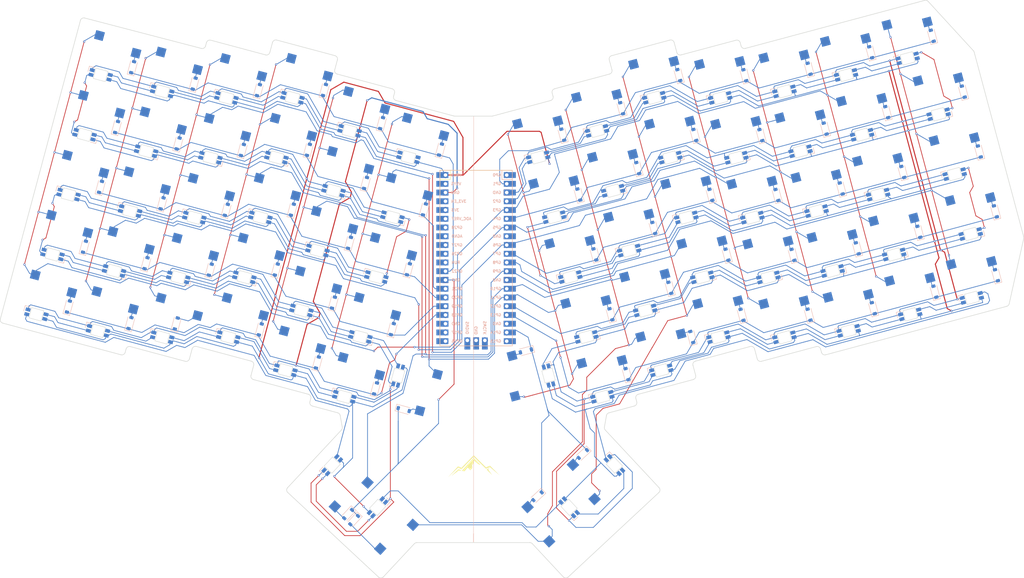
<source format=kicad_pcb>
(kicad_pcb (version 20240108) (generator "pcbnew") (generator_version "8.0")
  (title_block (title "ACS71") (rev "2") (company "pibber / Pierre Broberg") (comment 1 "First generation"))
  (layers (0 "F.Cu" signal) (31 "B.Cu" signal) (34 "B.Paste" user) (35 "F.Paste" user) (36 "B.SilkS" user "B.Silkscreen") (37 "F.SilkS" user "F.Silkscreen") (38 "B.Mask" user) (39 "F.Mask" user) (44 "Edge.Cuts" user))
  (net 0 "")
  (net 1 "ROW6")
  (net 2 "ROW5")
  (net 3 "ROW4")
  (net 4 "ROW3")
  (net 5 "ROW2")
  (net 6 "ROW1")
  (net 7 "ROW12")
  (net 8 "ROW11")
  (net 9 "ROW10")
  (net 10 "ROW9")
  (net 11 "ROW8")
  (net 12 "ROW7")
  (net 13 "COLUMN1")
  (net 14 "COLUMN2")
  (net 15 "COLUMN3")
  (net 16 "COLUMN4")
  (net 17 "COLUMN5")
  (net 18 "COLUMN6")
  (net 19 "COLUMN7")
  (net 20 "GND")
  (net 25 "DIN")
  (net 31 "VBUS")
  (footprint "PG1350" (layer "F.Cu") (at 293.697703 145.3679 15)
    (property "Reference" "S18" (hide yes))
    (property "Value" "" (hide yes))
  )
  (footprint "PG1350" (layer "F.Cu") (at 139.527871 162.713086 -15)
    (property "Reference" "S50" (hide yes))
    (property "Value" "" (hide yes))
  )
  (footprint "PG1350" (layer "F.Cu") (at 226.3603 179.975321 105)
    (property "Reference" "S1" (hide yes))
    (property "Value" "" (hide yes))
  )
  (footprint "PG1350" (layer "F.Cu") (at 334.872162 156.076038 15)
    (property "Reference" "S27" (hide yes))
    (property "Value" "" (hide yes))
  )
  (footprint "PG1350" (layer "F.Cu") (at 246.65164 208.109558 133)
    (property "Reference" "S37" (hide yes))
    (property "Value" "" (hide yes))
  )
  (footprint "PG1350" (layer "F.Cu") (at 115.694288 108.7042 -15)
    (property "Reference" "S63" (hide yes))
    (property "Value" "" (hide yes))
  )
  (footprint "PG1350" (layer "F.Cu") (at 170.07963 120.170878 -15)
    (property "Reference" "S48" (hide yes))
    (property "Value" "" (hide yes))
  )
  (footprint "PG1350" (layer "F.Cu") (at 303.026303 108.704197 15)
    (property "Reference" "S25" (hide yes))
    (property "Value" "" (hide yes))
  )
  (footprint "PG1350" (layer "F.Cu") (at 343.112226 97.96321 15)
    (property "Reference" "S35" (hide yes))
    (property "Value" "" (hide yes))
  )
  (footprint "PG1350" (layer "F.Cu") (at 144.186613 145.326426 -15)
    (property "Reference" "S51" (hide yes))
    (property "Value" "" (hide yes))
  )
  (footprint "PG1350" (layer "F.Cu") (at 226.889047 110.470144 15)
    (property "Reference" "S6" (hide yes))
    (property "Value" "" (hide yes))
  )
  (footprint "PG1350" (layer "F.Cu") (at 101.729072 160.864191 -15)
    (property "Reference" "S60" (hide yes))
    (property "Value" "" (hide yes))
  )
  (footprint "PG1350" (layer "F.Cu") (at 177.855319 162.630135 -15)
    (property "Reference" "S41" (hide yes))
    (property "Value" "" (hide yes))
  )
  (footprint "PG1350" (layer "F.Cu") (at 182.51406 145.243473 -15)
    (property "Reference" "S42" (hide yes))
    (property "Value" "" (hide yes))
  )
  (footprint "PG1350" (layer "F.Cu") (at 325.554672 121.302708 15)
    (property "Reference" "S29" (hide yes))
    (property "Value" "" (hide yes))
  )
  (footprint "PG1350" (layer "F.Cu") (at 279.192725 162.713089 15)
    (property "Reference" "S12" (hide yes))
    (property "Value" "" (hide yes))
  )
  (footprint "PG1350" (layer "F.Cu") (at 243.982219 102.78421 15)
    (property "Reference" "S11" (hide yes))
    (property "Value" "" (hide yes))
  )
  (footprint "PG1350" (layer "F.Cu") (at 160.762149 154.944204 -15)
    (property "Reference" "S46" (hide yes))
    (property "Value" "" (hide yes))
  )
  (footprint "PG1350" (layer "F.Cu") (at 279.721476 93.207911 15)
    (property "Reference" "S21" (hide yes))
    (property "Value" "" (hide yes))
  )
  (footprint "PG1350" (layer "F.Cu") (at 120.364148 162.754566 -15)
    (property "Reference" "S55" (hide yes))
    (property "Value" "" (hide yes))
  )
  (footprint "PG1350" (layer "F.Cu") (at 148.845359 127.939759 -15)
    (property "Reference" "S52" (hide yes))
    (property "Value" "" (hide yes))
  )
  (footprint "PG1350" (layer "F.Cu") (at 240.865278 162.630138 15)
    (property "Reference" "S3" (hide yes))
    (property "Value" "" (hide yes))
  )
  (footprint "PG1350" (layer "F.Cu") (at 253.299708 137.55754 15)
    (property "Reference" "S9" (hide yes))
    (property "Value" "" (hide yes))
  )
  (footprint "PG1350" (layer "F.Cu") (at 88.507182 138.689372 -15)
    (property "Reference" "S66" (hide yes))
    (property "Value" "" (hide yes))
  )
  (footprint "PG1350" (layer "F.Cu") (at 262.61719 172.330868 15)
    (property "Reference" "S7" (hide yes))
    (property "Value" "" (hide yes))
  )
  (footprint "PG1350" (layer "F.Cu") (at 289.038958 127.981236 15)
    (property "Reference" "S19" (hide yes))
    (property "Value" "" (hide yes))
  )
  (footprint "PG1350" (layer "F.Cu") (at 125.022886 145.367906 -15)
    (property "Reference" "S56" (hide yes))
    (property "Value" "" (hide yes))
  )
  (footprint "PG1350" (layer "F.Cu") (at 185.233328 220.385531 -133)
    (property "Reference" "S71" (hide yes))
    (property "Value" "" (hide yes))
  )
  (footprint "PG1350" (layer "F.Cu") (at 120.353037 91.317532 -15)
    (property "Reference" "S64" (hide yes))
    (property "Value" "" (hide yes))
  )
  (footprint "PG1350" (layer "F.Cu") (at 134.340376 110.594573 -15)
    (property "Reference" "S58" (hide yes))
    (property "Value" "" (hide yes))
  )
  (footprint "PG1350" (layer "F.Cu") (at 173.196573 180.016801 -15)
    (property "Reference" "S40" (hide yes))
    (property "Value" "" (hide yes))
  )
  (footprint "PG1350" (layer "F.Cu") (at 97.824663 103.916042 -15)
    (property "Reference" "S68" (hide yes))
    (property "Value" "" (hide yes))
  )
  (footprint "PG1350" (layer "F.Cu") (at 174.738371 102.784209 -15)
    (property "Reference" "S49" (hide yes))
    (property "Value" "" (hide yes))
  )
  (footprint "PG1350" (layer "F.Cu") (at 257.958446 154.944201 15)
    (property "Reference" "S8" (hide yes))
    (property "Value" "" (hide yes))
  )
  (footprint "PG1350" (layer "F.Cu") (at 236.20654 145.243468 15)
    (property "Reference" "S4" (hide yes))
    (property "Value" "" (hide yes))
  )
  (footprint "PG1350" (layer "F.Cu") (at 316.237186 86.529381 15)
    (property "Reference" "S31" (hide yes))
    (property "Value" "" (hide yes))
  )
  (footprint "PG1350" (layer "F.Cu") (at 347.770971 115.349871 15)
    (property "Reference" "S34" (hide yes))
    (property "Value" "" (hide yes))
  )
  (footprint "PG1350" (layer "F.Cu") (at 129.681635 127.981239 -15)
    (property "Reference" "S57" (hide yes))
    (property "Value" "" (hide yes))
  )
  (footprint "PG1350" (layer "F.Cu") (at 274.533982 145.32643 15)
    (property "Reference" "S13" (hide yes))
    (property "Value" "" (hide yes))
  )
  (footprint "PG1350" (layer "F.Cu") (at 298.356449 162.754567 15)
    (property "Reference" "S17" (hide yes))
    (property "Value" "" (hide yes))
  )
  (footprint "PG1350" (layer "F.Cu") (at 269.875239 127.93976 15)
    (property "Reference" "S14" (hide yes))
    (property "Value" "" (hide yes))
  )
  (footprint "PG1350" (layer "F.Cu") (at 165.420889 137.55754 -15)
    (property "Reference" "S47" (hide yes))
    (property "Value" "" (hide yes))
  )
  (footprint "PG1350" (layer "F.Cu") (at 245.524023 180.016801 15)
    (property "Reference" "S2" (hide yes))
    (property "Value" "" (hide yes))
  )
  (footprint "gfx:mountain" (layer "F.Cu") (at 209.411751 205.330679)
    (property "Reference" "G***" (hide yes))
    (property "Value" "LOGO" (hide yes))
  )
  (footprint "PG1350" (layer "F.Cu") (at 352.741783 151.287888 15)
    (property "Reference" "S32" (hide yes))
    (property "Value" "" (hide yes))
  )
  (footprint "PG1350" (layer "F.Cu") (at 352.429711 132.736536 15)
    (property "Reference" "S33" (hide yes))
    (property "Value" "" (hide yes))
  )
  (footprint "PG1350" (layer "F.Cu") (at 334.106813 81.741232 15)
    (property "Reference" "S36" (hide yes))
    (property "Value" "" (hide yes))
  )
  (footprint "PG1350" (layer "F.Cu") (at 153.504099 110.553093 -15)
    (property "Reference" "S53" (hide yes))
    (property "Value" "" (hide yes))
  )
  (footprint "PG1350" (layer "F.Cu") (at 83.848437 156.076041 -15)
    (property "Reference" "S65" (hide yes))
    (property "Value" "" (hide yes))
  )
  (footprint "PG1350" (layer "F.Cu") (at 307.685048 126.090865 15)
    (property "Reference" "S24" (hide yes))
    (property "Value" "" (hide yes))
  )
  (footprint "PG1350" (layer "F.Cu") (at 231.547789 127.856805 15)
    (property "Reference" "S5" (hide yes))
    (property "Value" "" (hide yes))
  )
  (footprint "PG1350" (layer "F.Cu") (at 260.557755 93.166428 15)
    (property "Reference" "S16" (hide yes))
    (property "Value" "" (hide yes))
  )
  (footprint "PG1350" (layer "F.Cu") (at 330.213415 138.689377 15)
    (property "Reference" "S28" (hide yes))
    (property "Value" "" (hide yes))
  )
  (footprint "PG1350" (layer "F.Cu") (at 191.831547 110.470142 -15)
    (property "Reference" "S44" (hide yes))
    (property "Value" "" (hide yes))
  )
  (footprint "PG1350" (layer "F.Cu") (at 320.895926 103.916044 15)
    (property "Reference" "S30" (hide yes))
    (property "Value" "" (hide yes))
  )
  (footprint "PG1350" (layer "F.Cu") (at 298.367563 91.317534 15)
    (property "Reference" "S26" (hide yes))
    (property "Value" "" (hide yes))
  )
  (footprint "PG1350" (layer "F.Cu") (at 192.360297 179.975324 -105)
    (property "Reference" "S39" (hide yes))
    (property "Value" "" (hide yes))
  )
  (footprint "PG1350" (layer "F.Cu") (at 106.376805 143.477529 -15)
    (property "Reference" "S61" (hide yes))
    (property "Value" "" (hide yes))
  )
  (footprint "PG1350" (layer "F.Cu") (at 312.343792 143.477526 15)
    (property "Reference" "S23" (hide yes))
    (property "Value" "" (hide yes))
  )
  (footprint "PG1350" (layer "F.Cu") (at 102.483404 86.529382 -15)
    (property "Reference" "S69" (hide yes))
    (property "Value" "" (hide yes))
  )
  (footprint "PG1350" (layer "F.Cu") (at 172.068957 208.109565 -133)
    (property "Reference" "S70" (hide yes))
    (property "Value" "" (hide yes))
  )
  (footprint "PG1350" (layer "F.Cu") (at 233.487271 220.385532 133)
    (property "Reference" "S38" (hide yes))
    (property "Value" "" (hide yes))
  )
  (footprint "PG1350" (layer "F.Cu") (at 248.640968 120.170876 15)
    (property "Reference" "S10" (hide yes))
    (property "Value" "" (hide yes))
  )
  (footprint "PG1350" (layer "F.Cu") (at 158.162843 93.166431 -15)
    (property "Reference" "S54" (hide yes))
    (property "Value" "" (hide yes))
  )
  (footprint "PG1350" (layer "F.Cu") (at 93.165918 121.302712 -15)
    (property "Reference" "S67" (hide yes))
    (property "Value" "" (hide yes))
  )
  (footprint "PG1350" (layer "F.Cu") (at 156.103404 172.330868 -15)
    (property "Reference" "S45" (hide yes))
    (property "Value" "" (hide yes))
  )
  (footprint "PG1350" (layer "F.Cu") (at 111.035551 126.090865 -15)
    (property "Reference" "S62" (hide yes))
    (property "Value" "" (hide yes))
  )
  (footprint "PG1350" (layer "F.Cu") (at 138.99912 93.207909 -15)
    (property "Reference" "S59" (hide yes))
    (property "Value" "" (hide yes))
  )
  (footprint "PG1350" (layer "F.Cu") (at 317.002531 160.864195 15)
    (property "Reference" "S22" (hide yes))
    (property "Value" "" (hide yes))
  )
  (footprint "PG1350" (layer "F.Cu") (at 265.216493 110.553094 15)
    (property "Reference" "S15" (hide yes))
    (property "Value" "" (hide yes))
  )
  (footprint "PG1350" (layer "F.Cu") (at 187.172801 127.856807 -15)
    (property "Reference" "S43" (hide yes))
    (property "Value" "" (hide yes))
  )
  (footprint "PG1350" (layer "F.Cu") (at 284.380218 110.594575 15)
    (property "Reference" "S20" (hide yes))
    (property "Value" "" (hide yes))
  )
  (footprint "ceoloide:led_SK6812mini-e (per-keysingle-side)" (layer "B.Cu") (at 322.190026 108.745671 -165)
    (property "Reference" "LED30" (hide yes))
    (property "Value" "")
    (fp_poly (pts (xy -1.799998 -1.55) (xy 1.799998 -1.55) (xy 1.799998 1.55) (xy -1.799998 1.55)) (stroke (width 0.12)) (fill none) (layer "Edge.Cuts"))
  )
  (footprint "Diode_SMD:D_SOD-123" (layer "B.Cu") (at 297.475331 126.238353 105)
    (property "Reference" "D19" (hide yes))
    (property "Value" "")
  )
  (footprint "ceoloide:led_SK6812mini-e (per-keysingle-side)" (layer "B.Cu") (at 82.55434 160.905669 -15)
    (property "Reference" "LED65" (hide yes))
    (property "Value" "")
    (fp_poly (pts (xy -1.8 -1.55) (xy 1.8 -1.55) (xy 1.8 1.55) (xy -1.8 1.55)) (stroke (width 0.12)) (fill none) (layer "Edge.Cuts"))
  )
  (footprint "Diode_SMD:D_SOD-123" (layer "B.Cu") (at 324.673561 84.786497 105)
    (property "Reference" "D31" (hide yes))
    (property "Value" "")
  )
  (footprint "MCU:Raspberry_Pi_Pico" (layer "B.Cu") (at 210.161751 144.58068 180)
    (property "Reference" "U1" (hide yes))
    (property "Value" "Raspberry_Pi_Pico" (hide yes))
  )
  (footprint "Diode_SMD:D_SOD-123" (layer "B.Cu") (at 156.843531 130.519812 75)
    (property "Reference" "D52" (hide yes))
    (property "Value" "")
  )
  (footprint "Diode_SMD:D_SOD-123" (layer "B.Cu") (at 268.994124 91.423544 105)
    (property "Reference" "D16" (hide yes))
    (property "Value" "")
  )
  (footprint "ceoloide:led_SK6812mini-e (per-keysingle-side)" (layer "B.Cu") (at 308.979144 130.920489 15)
    (property "Reference" "LED24" (hide yes))
    (property "Value" "")
    (fp_poly (pts (xy -1.8 -1.55) (xy 1.8 -1.55) (xy 1.8 1.55) (xy -1.8 1.55)) (stroke (width 0.12)) (fill none) (layer "Edge.Cuts"))
  )
  (footprint "ceoloide:led_SK6812mini-e (per-keysingle-side)" (layer "B.Cu") (at 176.561223 167.459766 165)
    (property "Reference" "LED41" (hide yes))
    (property "Value" "")
    (fp_poly (pts (xy -1.799998 -1.55) (xy 1.799998 -1.55) (xy 1.799998 1.55) (xy -1.799998 1.55)) (stroke (width 0.12)) (fill none) (layer "Edge.Cuts"))
  )
  (footprint "Diode_SMD:D_SOD-123" (layer "B.Cu") (at 253.960395 178.273924 105)
    (property "Reference" "D2" (hide yes))
    (property "Value" "")
  )
  (footprint "ceoloide:led_SK6812mini-e (per-keysingle-side)" (layer "B.Cu") (at 119.07005 167.584192 -15)
    (property "Reference" "LED55" (hide yes))
    (property "Value" "")
    (fp_poly (pts (xy -1.8 -1.55) (xy 1.8 -1.55) (xy 1.8 1.55) (xy -1.8 1.55)) (stroke (width 0.12)) (fill none) (layer "Edge.Cuts"))
  )
  (footprint "ceoloide:led_SK6812mini-e (per-keysingle-side)" (layer "B.Cu") (at 294.991797 150.197528 -165)
    (property "Reference" "LED18" (hide yes))
    (property "Value" "")
    (fp_poly (pts (xy -1.799998 -1.55) (xy 1.799998 -1.55) (xy 1.799998 1.55) (xy -1.799998 1.55)) (stroke (width 0.12)) (fill none) (layer "Edge.Cuts"))
  )
  (footprint "Diode_SMD:D_SOD-123" (layer "B.Cu") (at 147.526051 165.293143 75)
    (property "Reference" "D50" (hide yes))
    (property "Value" "")
  )
  (footprint "Diode_SMD:D_SOD-123" (layer "B.Cu") (at 128.351208 93.897585 75)
    (property "Reference" "D64" (hide yes))
    (property "Value" "")
  )
  (footprint "ceoloide:led_SK6812mini-e (per-keysingle-side)" (layer "B.Cu") (at 147.551264 132.769386 -15)
    (property "Reference" "LED52" (hide yes))
    (property "Value" "")
    (fp_poly (pts (xy -1.8 -1.55) (xy 1.8 -1.55) (xy 1.8 1.55) (xy -1.8 1.55)) (stroke (width 0.12)) (fill none) (layer "Edge.Cuts"))
  )
  (footprint "Diode_SMD:D_SOD-123" (layer "B.Cu") (at 119.033726 128.670915 75)
    (property "Reference" "D62" (hide yes))
    (property "Value" "")
  )
  (footprint "Diode_SMD:D_SOD-123" (layer "B.Cu") (at 101.164099 123.882765 75)
    (property "Reference" "D67" (hide yes))
    (property "Value" "")
  )
  (footprint "Diode_SMD:D_SOD-123" (layer "B.Cu") (at 133.021068 147.947957 75)
    (property "Reference" "D56" (hide yes))
    (property "Value" "")
  )
  (footprint "ceoloide:led_SK6812mini-e (per-keysingle-side)" (layer "B.Cu") (at 185.878707 132.686431 165)
    (property "Reference" "LED43" (hide yes))
    (property "Value" "")
    (fp_poly (pts (xy -1.799998 -1.55) (xy 1.799998 -1.55) (xy 1.799998 1.55) (xy -1.799998 1.55)) (stroke (width 0.12)) (fill none) (layer "Edge.Cuts"))
  )
  (footprint "Diode_SMD:D_SOD-123" (layer "B.Cu") (at 292.81659 108.851693 105)
    (property "Reference" "D20" (hide yes))
    (property "Value" "")
  )
  (footprint "Diode_SMD:D_SOD-123" (layer "B.Cu") (at 146.997296 95.787961 75)
    (property "Reference" "D59" (hide yes))
    (property "Value" "")
  )
  (footprint "ceoloide:led_SK6812mini-e (per-keysingle-side)" (layer "B.Cu") (at 275.828078 150.156054 -165)
    (property "Reference" "LED13" (hide yes))
    (property "Value" "")
    (fp_poly (pts (xy -1.799998 -1.55) (xy 1.799998 -1.55) (xy 1.799998 1.55) (xy -1.799998 1.55)) (stroke (width 0.12)) (fill none) (layer "Edge.Cuts"))
  )
  (footprint "ceoloide:led_SK6812mini-e (per-keysingle-side)" (layer "B.Cu") (at 317.531284 91.359008 15)
    (property "Reference" "LED31" (hide yes))
    (property "Value" "")
    (fp_poly (pts (xy -1.8 -1.55) (xy 1.8 -1.55) (xy 1.8 1.55) (xy -1.8 1.55)) (stroke (width 0.12)) (fill none) (layer "Edge.Cuts"))
  )
  (footprint "ceoloide:led_SK6812mini-e (per-keysingle-side)" (layer "B.Cu") (at 101.189316 91.35901 -15)
    (property "Reference" "LED69" (hide yes))
    (property "Value" "")
    (fp_poly (pts (xy -1.8 -1.55) (xy 1.8 -1.55) (xy 1.8 1.55) (xy -1.8 1.55)) (stroke (width 0.12)) (fill none) (layer "Edge.Cuts"))
  )
  (footprint "ceoloide:led_SK6812mini-e (per-keysingle-side)" (layer "B.Cu") (at 159.46805 159.773835 165)
    (property "Reference" "LED46" (hide yes))
    (property "Value" "")
    (fp_poly (pts (xy -1.799998 -1.55) (xy 1.799998 -1.55) (xy 1.799998 1.55) (xy -1.799998 1.55)) (stroke (width 0.12)) (fill none) (layer "Edge.Cuts"))
  )
  (footprint "ceoloide:led_SK6812mini-e (per-keysingle-side)" (layer "B.Cu") (at 190.537451 115.29977 -15)
    (property "Reference" "LED44" (hide yes))
    (property "Value" "")
    (fp_poly (pts (xy -1.8 -1.55) (xy 1.8 -1.55) (xy 1.8 1.55) (xy -1.8 1.55)) (stroke (width 0.12)) (fill none) (layer "Edge.Cuts"))
  )
  (footprint "Diode_SMD:D_SOD-123" (layer "B.Cu") (at 361.178157 149.545012 105)
    (property "Reference" "D32" (hide yes))
    (property "Value" "")
  )
  (footprint "Diode_SMD:D_SOD-123" (layer "B.Cu") (at 257.077333 118.427993 105)
    (property "Reference" "D10" (hide yes))
    (property "Value" "")
  )
  (footprint "Diode_SMD:D_SOD-123" (layer "B.Cu") (at 252.41859 101.041328 105)
    (property "Reference" "D11" (hide yes))
    (property "Value" "")
  )
  (footprint "Diode_SMD:D_SOD-123" (layer "B.Cu") (at 338.649786 136.946491 105)
    (property "Reference" "D28" (hide yes))
    (property "Value" "")
  )
  (footprint "Diode_SMD:D_SOD-123" (layer "B.Cu") (at 273.652867 108.810213 105)
    (property "Reference" "D15" (hide yes))
    (property "Value" "")
  )
  (footprint "Diode_SMD:D_SOD-123" (layer "B.Cu") (at 356.207342 113.606991 105)
    (property "Reference" "D34" (hide yes))
    (property "Value" "")
  )
  (footprint "Diode_SMD:D_SOD-123" (layer "B.Cu") (at 261.736077 135.81466 105)
    (property "Reference" "D9" (hide yes))
    (property "Value" "")
  )
  (footprint "ceoloide:led_SK6812mini-e (per-keysingle-side)" (layer "B.Cu") (at 128.387538 132.810866 -15)
    (property "Reference" "LED57" (hide yes))
    (property "Value" "")
    (fp_poly (pts (xy -1.8 -1.55) (xy 1.8 -1.55) (xy 1.8 1.55) (xy -1.8 1.55)) (stroke (width 0.12)) (fill none) (layer "Edge.Cuts"))
  )
  (footprint "ceoloide:led_SK6812mini-e (per-keysingle-side)" (layer "B.Cu") (at 123.728796 150.197531 165)
    (property "Reference" "LED56" (hide yes))
    (property "Value" "")
    (fp_poly (pts (xy -1.799998 -1.55) (xy 1.799998 -1.55) (xy 1.799998 1.55) (xy -1.799998 1.55)) (stroke (width 0.12)) (fill none) (layer "Edge.Cuts"))
  )
  (footprint "ceoloide:led_SK6812mini-e (per-keysingle-side)" (layer "B.Cu") (at 290.333058 132.810865 15)
    (property "Reference" "LED19" (hide yes))
    (property "Value" "")
    (fp_poly (pts (xy -1.8 -1.55) (xy 1.8 -1.55) (xy 1.8 1.55) (xy -1.8 1.55)) (stroke (width 0.12)) (fill none) (layer "Edge.Cuts"))
  )
  (footprint "Diode_SMD:D_SOD-123" (layer "B.Cu") (at 224.617414 171.538952 -165)
    (property "Reference" "D1" (hide yes))
    (property "Value" "")
  )
  (footprint "ceoloide:led_SK6812mini-e (per-keysingle-side)" (layer "B.Cu") (at 336.166253 160.905672 15)
    (property "Reference" "LED27" (hide yes))
    (property "Value" "")
    (fp_poly (pts (xy -1.8 -1.55) (xy 1.8 -1.55) (xy 1.8 1.55) (xy -1.8 1.55)) (stroke (width 0.12)) (fill none) (layer "Edge.Cuts"))
  )
  (footprint "Diode_SMD:D_SOD-123" (layer "B.Cu") (at 173.419063 140.137596 75)
    (property "Reference" "D47" (hide yes))
    (property "Value" "")
  )
  (footprint "Diode_SMD:D_SOD-123" (layer "B.Cu") (at 288.157845 91.46503 105)
    (property "Reference" "D21" (hide yes))
    (property "Value" "")
  )
  (footprint "ceoloide:led_SK6812mini-e (per-keysingle-side)" (layer "B.Cu") (at 231.189925 178.681229 -75)
    (property "Reference" "LED1" (hide yes))
    (property "Value" "")
    (fp_poly (pts (xy -1.799998 -1.55) (xy 1.799998 -1.55) (xy 1.799998 1.55) (xy -1.799998 1.55)) (stroke (width 0.12)) (fill none) (layer "Edge.Cuts"))
  )
  (footprint "ceoloide:led_SK6812mini-e (per-keysingle-side)" (layer "B.Cu") (at 353.723806 137.566168 -165)
    (property "Reference" "LED33" (hide yes))
    (property "Value" "")
    (fp_poly (pts (xy -1.799998 -1.55) (xy 1.799998 -1.55) (xy 1.799998 1.55) (xy -1.799998 1.55)) (stroke (width 0.12)) (fill none) (layer "Edge.Cuts"))
  )
  (footprint "ceoloide:led_SK6812mini-e (per-keysingle-side)" (layer "B.Cu") (at 181.219964 150.073099 -15)
    (property "Reference" "LED42" (hide yes))
    (property "Value" "")
    (fp_poly (pts (xy -1.8 -1.55) (xy 1.8 -1.55) (xy 1.8 1.55) (xy -1.8 1.55)) (stroke (width 0.12)) (fill none) (layer "Edge.Cuts"))
  )
  (footprint "Diode_SMD:D_SOD-123" (layer "B.Cu") (at 351.548597 96.220328 105)
    (property "Reference" "D35" (hide yes))
    (property "Value" "")
  )
  (footprint "ceoloide:led_SK6812mini-e (per-keysingle-side)" (layer "B.Cu") (at 242.159374 167.45977 -165)
    (property "Reference" "LED3" (hide yes))
    (property "Value" "")
    (fp_poly (pts (xy -1.799998 -1.55) (xy 1.799998 -1.55) (xy 1.799998 1.55) (xy -1.799998 1.55)) (stroke (width 0.12)) (fill none) (layer "Edge.Cuts"))
  )
  (footprint "Diode_SMD:D_SOD-123" (layer "B.Cu") (at 333.991048 119.55983 105)
    (property "Reference" "D29" (hide yes))
    (property "Value" "")
  )
  (footprint "ceoloide:led_SK6812mini-e (per-keysingle-side)" (layer "B.Cu") (at 271.169334 132.769392 15)
    (property "Reference" "LED14" (hide yes))
    (property "Value" "")
    (fp_poly (pts (xy -1.8 -1.55) (xy 1.8 -1.55) (xy 1.8 1.55) (xy -1.8 1.55)) (stroke (width 0.12)) (fill none) (layer "Edge.Cuts"))
  )
  (footprint "ceoloide:led_SK6812mini-e (per-keysingle-side)" (layer "B.Cu") (at 344.406321 102.792838 -165)
    (property "Reference" "LED35" (hide yes))
    (property "Value" "")
    (fp_poly (pts (xy -1.799998 -1.55) (xy 1.799998 -1.55) (xy 1.799998 1.55) (xy -1.799998 1.55)) (stroke (width 0.12)) (fill none) (layer "Edge.Cuts"))
  )
  (footprint "ceoloide:led_SK6812mini-e (per-keysingle-side)" (layer "B.Cu") (at 299.661659 96.147161 15)
    (property "Reference" "LED26" (hide yes))
    (property "Value" "")
    (fp_poly (pts (xy -1.8 -1.55) (xy 1.8 -1.55) (xy 1.8 1.55) (xy -1.8 1.55)) (stroke (width 0.12)) (fill none) (layer "Edge.Cuts"))
  )
  (footprint "ceoloide:led_SK6812mini-e (per-keysingle-side)" (layer "B.Cu") (at 280.486816 167.542717 15)
    (property "Reference" "LED12" (hide yes))
    (property "Value" "")
    (fp_poly (pts (xy -1.8 -1.55) (xy 1.8 -1.55) (xy 1.8 1.55) (xy -1.8 1.55)) (stroke (width 0.12)) (fill none) (layer "Edge.Cuts"))
  )
  (footprint "ceoloide:led_SK6812mini-e (per-keysingle-side)" (layer "B.Cu") (at 133.046281 115.424201 165)
    (property "Reference" "LED58" (hide yes))
    (property "Value" "")
    (fp_poly (pts (xy -1.799998 -1.55) (xy 1.799998 -1.55) (xy 1.799998 1.55) (xy -1.799998 1.55)) (stroke (width 0.12)) (fill none) (layer "Edge.Cuts"))
  )
  (footprint "Diode_SMD:D_SOD-123" (layer "B.Cu") (at 161.502281 113.133148 75)
    (property "Reference" "D53" (hide yes))
    (property "Value" "")
  )
  (footprint "ceoloide:led_SK6812mini-e (per-keysingle-side)" (layer "B.Cu") (at 304.320396 113.533828 -165)
    (property "Reference" "LED25" (hide yes))
    (property "Value" "")
    (fp_poly (pts (xy -1.799998 -1.55) (xy 1.799998 -1.55) (xy 1.799998 1.55) (xy -1.799998 1.55)) (stroke (width 0.12)) (fill none) (layer "Edge.Cuts"))
  )
  (footprint "Diode_SMD:D_SOD-123" (layer "B.Cu") (at 142.338555 113.174625 75)
    (property "Reference" "D58" (hide yes))
    (property "Value" "")
  )
  (footprint "Diode_SMD:D_SOD-123" (layer "B.Cu") (at 114.374981 146.05758 75)
    (property "Reference" "D61" (hide yes))
    (property "Value" "")
  )
  (footprint "Diode_SMD:D_SOD-123" (layer "B.Cu") (at 278.311609 126.196881 105)
    (property "Reference" "D14" (hide yes))
    (property "Value" "")
  )
  (footprint "ceoloide:led_SK6812mini-e (per-keysingle-side)" (layer "B.Cu") (at 232.841885 132.686436 -165)
    (property "Reference" "LED5" (hide yes))
    (property "Value" "")
    (fp_poly (pts (xy -1.799998 -1.55) (xy 1.799998 -1.55) (xy 1.799998 1.55) (xy -1.799998 1.55)) (stroke (width 0.12)) (fill none) (layer "Edge.Cuts"))
  )
  (footprint "Diode_SMD:D_SOD-123" (layer "B.Cu") (at 123.692469 111.284251 75)
    (property "Reference" "D63" (hide yes))
    (property "Value" "")
  )
  (footprint "Diode_SMD:D_SOD-123" (layer "B.Cu") (at 235.325424 108.727258 105)
    (property "Reference" "D6" (hide yes))
    (property "Value" "")
  )
  (footprint "ceoloide:led_SK6812mini-e (per-keysingle-side)" (layer "B.Cu") (at 154.809308 177.160501 -15)
    (property "Reference" "LED45" (hide yes))
    (property "Value" "")
    (fp_poly (pts (xy -1.8 -1.55) (xy 1.8 -1.55) (xy 1.8 1.55) (xy -1.8 1.55)) (stroke (width 0.12)) (fill none) (layer "Edge.Cuts"))
  )
  (footprint "Diode_SMD:D_SOD-123" (layer "B.Cu") (at 137.679811 130.561287 75)
    (property "Reference" "D57" (hide yes))
    (property "Value" "")
  )
  (footprint "ceoloide:led_SK6812mini-e (per-keysingle-side)" (layer "B.Cu") (at 237.500625 150.073098 15)
    (property "Reference" "LED4" (hide yes))
    (property "Value" "")
    (fp_poly (pts (xy -1.8 -1.55) (xy 1.8 -1.55) (xy 1.8 1.55) (xy -1.8 1.55)) (stroke (width 0.12)) (fill none) (layer "Edge.Cuts"))
  )
  (footprint "Diode_SMD:D_SOD-123" (layer "B.Cu") (at 178.077812 122.750928 75)
    (property "Reference" "D48" (hide yes))
    (property "Value" "")
  )
  (footprint "Diode_SMD:D_SOD-123" (layer "B.Cu") (at 109.716237 163.444243 75)
    (property "Reference" "D60" (hide yes))
    (property "Value" "")
  )
  (footprint "ceoloide:led_SK6812mini-e (per-keysingle-side)" (layer "B.Cu") (at 331.507512 143.519004 -165)
    (property "Reference" "LED28" (hide yes))
    (property "Value" "")
    (fp_poly (pts (xy -1.799998 -1.55) (xy 1.799998 -1.55) (xy 1.799998 1.55) (xy -1.799998 1.55)) (stroke (width 0.12)) (fill none) (layer "Edge.Cuts"))
  )
  (footprint "ceoloide:led_SK6812mini-e (per-keysingle-side)" (layer "B.Cu") (at 96.530569 108.745675 165)
    (property "Reference" "LED68" (hide yes))
    (property "Value" "")
    (fp_poly (pts (xy -1.799998 -1.55) (xy 1.799998 -1.55) (xy 1.799998 1.55) (xy -1.799998 1.55)) (stroke (width 0.12)) (fill none) (layer "Edge.Cuts"))
  )
  (footprint "ceoloide:led_SK6812mini-e (per-keysingle-side)" (layer "B.Cu") (at 100.423972 165.693819 -15)
    (property "Reference" "LED60" (hide yes))
    (property "Value" "")
    (fp_poly (pts (xy -1.8 -1.55) (xy 1.8 -1.55) (xy 1.8 1.55) (xy -1.8 1.55)) (stroke (width 0.12)) (fill none) (layer "Edge.Cuts"))
  )
  (footprint "ceoloide:led_SK6812mini-e (per-keysingle-side)" (layer "B.Cu") (at 87.213081 143.519002 165)
    (property "Reference" "LED66" (hide yes))
    (property "Value" "")
    (fp_poly (pts (xy -1.799998 -1.55) (xy 1.799998 -1.55) (xy 1.799998 1.55) (xy -1.799998 1.55)) (stroke (width 0.12)) (fill none) (layer "Edge.Cuts"))
  )
  (footprint "ceoloide:led_SK6812mini-e (per-keysingle-side)" (layer "B.Cu") (at 266.510591 115.382724 -165)
    (property "Reference" "LED15" (hide yes))
    (property "Value" "")
    (fp_poly (pts (xy -1.799998 -1.55) (xy 1.799998 -1.55) (xy 1.799998 1.55) (xy -1.799998 1.55)) (stroke (width 0.12)) (fill none) (layer "Edge.Cuts"))
  )
  (footprint "Diode_SMD:D_SOD-123" (layer "B.Cu") (at 152.184792 147.906476 75)
    (property "Reference" "D51" (hide yes))
    (property "Value" "")
  )
  (footprint "ceoloide:led_SK6812mini-e (per-keysingle-side)" (layer "B.Cu") (at 137.705027 98.037536 -15)
    (property "Reference" "LED59" (hide yes))
    (property "Value" "")
    (fp_poly (pts (xy -1.8 -1.55) (xy 1.8 -1.55) (xy 1.8 1.55) (xy -1.8 1.55)) (stroke (width 0.12)) (fill none) (layer "Edge.Cuts"))
  )
  (footprint "Diode_SMD:D_SOD-123" (layer "B.Cu") (at 174.771246 220.683986 -133)
    (property "Reference" "D71" (hide yes))
    (property "Value" "")
  )
  (footprint "Diode_SMD:D_SOD-123" (layer "B.Cu") (at 360.866083 130.993656 105)
    (property "Reference" "D33" (hide yes))
    (property "Value" "")
  )
  (footprint "ceoloide:led_SK6812mini-e (per-keysingle-side)" (layer "B.Cu") (at 168.785533 125.000505 165)
    (property "Reference" "LED48" (hide yes))
    (property "Value" "")
    (fp_poly (pts (xy -1.799998 -1.55) (xy 1.799998 -1.55) (xy 1.799998 1.55) (xy -1.799998 1.55)) (stroke (width 0.12)) (fill none) (layer "Edge.Cuts"))
  )
  (footprint "ceoloide:led_SK6812mini-e (per-keysingle-side)" (layer "B.Cu") (at 187.530669 178.681229 75)
    (property "Reference" "LED39" (hide yes))
    (property "Value" "")
    (fp_poly (pts (xy -1.799998 -1.55) (xy 1.799998 -1.55) (xy 1.799998 1.55) (xy -1.799998 1.55)) (stroke (width 0.12)) (fill none) (layer "Edge.Cuts"))
  )
  (footprint "ceoloide:led_SK6812mini-e (per-keysingle-side)" (layer "B.Cu") (at 138.233775 167.54272 -15)
    (property "Reference" "LED50" (hide yes))
    (property "Value" "")
    (fp_poly (pts (xy -1.8 -1.55) (xy 1.8 -1.55) (xy 1.8 1.55) (xy -1.8 1.55)) (stroke (width 0.12)) (fill none) (layer "Edge.Cuts"))
  )
  (footprint "ceoloide:led_SK6812mini-e (per-keysingle-side)" (layer "B.Cu") (at 91.871829 126.13234 -15)
    (property "Reference" "LED67" (hide yes))
    (property "Value" "")
    (fp_poly (pts (xy -1.8 -1.55) (xy 1.8 -1.55) (xy 1.8 1.55) (xy -1.8 1.55)) (stroke (width 0.12)) (fill none) (layer "Edge.Cuts"))
  )
  (footprint "Diode_SMD:D_SOD-123" (layer "B.Cu") (at 316.121417 124.347979 105)
    (property "Reference" "D24" (hide yes))
    (property "Value" "")
  )
  (footprint "ceoloide:led_SK6812mini-e (per-keysingle-side)" (layer "B.Cu") (at 335.400915 86.570854 15)
    (property "Reference" "LED36" (hide yes))
    (property "Value" "")
    (fp_poly (pts (xy -1.8 -1.55) (xy 1.8 -1.55) (xy 1.8 1.55) (xy -1.8 1.55)) (stroke (width 0.12)) (fill none) (layer "Edge.Cuts"))
  )
  (footprint "Diode_SMD:D_SOD-123" (layer "B.Cu") (at 195.170975 130.436859 75)
    (property "Reference" "D43" (hide yes))
    (property "Value" "")
  )
  (footprint "ceoloide:led_SK6812mini-e (per-keysingle-side)" (layer "B.Cu") (at 326.848764 126.132341 15)
    (property "Reference" "LED29" (hide yes))
    (property "Value" "")
    (fp_poly (pts (xy -1.8 -1.55) (xy 1.8 -1.55) (xy 1.8 1.55) (xy -1.8 1.55)) (stroke (width 0.12)) (fill none) (layer "Edge.Cuts"))
  )
  (footprint "Diode_SMD:D_SOD-123" (layer "B.Cu") (at 189.161756 188.580679 -15)
    (property "Reference" "D39" (hide yes))
    (property "Value" "")
  )
  (footprint "ceoloide:led_SK6812mini-e (per-keysingle-side)" (layer "B.Cu") (at 349.065063 120.179498 15)
    (property "Reference" "LED34" (hide yes))
    (property "Value" "")
    (fp_poly (pts (xy -1.8 -1.55) (xy 1.8 -1.55) (xy 1.8 1.55) (xy -1.8 1.55)) (stroke (width 0.12)) (fill none) (layer "Edge.Cuts"))
  )
  (footprint "Diode_SMD:D_SOD-123" (layer "B.Cu") (at 302.134075 143.625022 105)
    (property "Reference" "D18" (hide yes))
    (property "Value" "")
  )
  (footprint "Diode_SMD:D_SOD-123" (layer "B.Cu") (at 91.84661 158.656091 75)
    (property "Reference" "D65" (hide yes))
    (property "Value" "")
  )
  (footprint "ceoloide:led_SK6812mini-e (per-keysingle-side)" (layer "B.Cu") (at 114.400195 113.533829 165)
    (property "Reference" "LED63" (hide yes))
    (property "Value" "")
    (fp_poly (pts (xy -1.799998 -1.55) (xy 1.799998 -1.55) (xy 1.799998 1.55) (xy -1.799998 1.55)) (stroke (width 0.12)) (fill none) (layer "Edge.Cuts"))
  )
  (footprint "Diode_SMD:D_SOD-123" (layer "B.Cu") (at 164.101578 174.910925 75)
    (property "Reference" "D45" (hide yes))
    (property "Value" "")
  )
  (footprint "ceoloide:led_SK6812mini-e (per-keysingle-side)" (layer "B.Cu") (at 109.741452 130.920493 -15)
    (property "Reference" "LED62" (hide yes))
    (property "Value" "")
    (fp_poly (pts (xy -1.8 -1.55) (xy 1.8 -1.55) (xy 1.8 1.55) (xy -1.8 1.55)) (stroke (width 0.12)) (fill none) (layer "Edge.Cuts"))
  )
  (footprint "ceoloide:led_SK6812mini-e (per-keysingle-side)" (layer "B.Cu") (at 259.252545 159.773836 -165)
    (property "Reference" "LED8" (hide yes))
    (property "Value" "")
    (fp_poly (pts (xy -1.799998 -1.55) (xy 1.799998 -1.55) (xy 1.799998 1.55) (xy -1.799998 1.55)) (stroke (width 0.12)) (fill none) (layer "Edge.Cuts"))
  )
  (footprint "Diode_SMD:D_SOD-123" (layer "B.Cu") (at 244.642909 143.500592 105)
    (property "Reference" "D4" (hide yes))
    (property "Value" "")
  )
  (footprint "ceoloide:led_SK6812mini-e (per-keysingle-side)" (layer "B.Cu") (at 354.035885 156.117516 15)
    (property "Reference" "LED32" (hide yes))
    (property "Value" "")
    (fp_poly (pts (xy -1.8 -1.55) (xy 1.8 -1.55) (xy 1.8 1.55) (xy -1.8 1.55)) (stroke (width 0.12)) (fill none) (layer "Edge.Cuts"))
  )
  (footprint "Diode_SMD:D_SOD-123" (layer "B.Cu") (at 185.853492 165.210188 75)
    (property "Reference" "D41" (hide yes))
    (property "Value" "")
  )
  (footprint "Diode_SMD:D_SOD-123" (layer "B.Cu") (at 306.803929 89.574651 105)
    (property "Reference" "D26" (hide yes))
    (property "Value" "")
  )
  (footprint "Diode_SMD:D_SOD-123" (layer "B.Cu") (at 190.512236 147.823526 75)
    (property "Reference" "D42" (hide yes))
    (property "Value" "")
  )
  (footprint "Diode_SMD:D_SOD-123" (layer "B.Cu") (at 343.308533 154.333158 105)
    (property "Reference" "D27" (hide yes))
    (property "Value" "")
  )
  (footprint "ceoloide:led_SK6812mini-e (per-keysingle-side)" (layer "B.Cu") (at 119.058936 96.14716 -15)
    (property "Reference" "LED64" (hide yes))
    (property "Value" "")
    (fp_poly (pts (xy -1.8 -1.55) (xy 1.8 -1.55) (xy 1.8 1.55) (xy -1.8 1.55)) (stroke (width 0.12)) (fill none) (layer "Edge.Cuts"))
  )
  (footprint "ceoloide:led_SK6812mini-e (per-keysingle-side)" (layer "B.Cu") (at 168.412193 204.699567 47)
    (property "Reference" "LED70" (hide yes))
    (property "Value" "")
    (fp_poly (pts (xy -1.8 -1.55) (xy 1.800001 -1.55) (xy 1.8 1.55) (xy -1.800001 1.55)) (stroke (width 0.12)) (fill none) (layer "Edge.Cuts"))
  )
  (footprint "ceoloide:led_SK6812mini-e (per-keysingle-side)" (layer "B.Cu") (at 261.851849 97.996054 15)
    (property "Reference" "LED16" (hide yes))
    (property "Value" "")
    (fp_poly (pts (xy -1.8 -1.55) (xy 1.8 -1.55) (xy 1.8 1.55) (xy -1.8 1.55)) (stroke (width 0.12)) (fill none) (layer "Edge.Cuts"))
  )
  (footprint "ceoloide:led_SK6812mini-e (per-keysingle-side)" (layer "B.Cu") (at 152.210006 115.382726 165)
    (property "Reference" "LED53" (hide yes))
    (property "Value" "")
    (fp_poly (pts (xy -1.799998 -1.55) (xy 1.799998 -1.55) (xy 1.799998 1.55) (xy -1.799998 1.55)) (stroke (width 0.12)) (fill none) (layer "Edge.Cuts"))
  )
  (footprint "Diode_SMD:D_SOD-123" (layer "B.Cu") (at 173.021247 218.933987 -133)
    (property "Reference" "D70" (hide yes))
    (property "Value" "")
  )
  (footprint "Diode_SMD:D_SOD-123" (layer "B.Cu") (at 105.822838 106.4961 75)
    (property "Reference" "D68" (hide yes))
    (property "Value" "")
  )
  (footprint "ceoloide:led_SK6812mini-e (per-keysingle-side)" (layer "B.Cu") (at 263.911286 177.160499 15)
    (property "Reference" "LED7" (hide yes))
    (property "Value" "")
    (fp_poly (pts (xy -1.8 -1.55) (xy 1.8 -1.55) (xy 1.8 1.55) (xy -1.8 1.55)) (stroke (width 0.12)) (fill none) (layer "Edge.Cuts"))
  )
  (footprint "Diode_SMD:D_SOD-123" (layer "B.Cu") (at 287.339315 161.047859 105)
    (property "Reference" "D12" (hide yes))
    (property "Value" "")
  )
  (footprint "Diode_SMD:D_SOD-123" (layer "B.Cu") (at 227.987762 213.754893 -137)
    (property "Reference" "D38" (hide yes))
    (property "Value" "")
  )
  (footprint "Diode_SMD:D_SOD-123" (layer "B.Cu") (at 199.829723 113.050196 75)
    (property "Reference" "D44" (hide yes))
    (property "Value" "")
  )
  (footprint "ceoloide:led_SK6812mini-e (per-keysingle-side)" (layer "B.Cu") (at 313.637886 148.307154 -165)
    (property "Reference" "LED23" (hide yes))
    (property "Value" "")
    (fp_poly (pts (xy -1.799998 -1.55) (xy 1.799998 -1.55) (xy 1.799998 1.55) (xy -1.799998 1.55)) (stroke (width 0.12)) (fill none) (layer "Edge.Cuts"))
  )
  (footprint "ceoloide:led_SK6812mini-e (per-keysingle-side)" (layer "B.Cu") (at 171.902478 184.846431 -15)
    (property "Reference" "LED40" (hide yes))
    (property "Value" "")
    (fp_poly (pts (xy -1.8 -1.55) (xy 1.8 -1.55) (xy 1.8 1.55) (xy -1.8 1.55)) (stroke (width 0.12)) (fill none) (layer "Edge.Cuts"))
  )
  (footprint "Diode_SMD:D_SOD-123" (layer "B.Cu") (at 96.505357 141.269428 75)
    (property "Reference" "D66" (hide yes))
    (property "Value" "")
  )
  (footprint "Diode_SMD:D_SOD-123" (layer "B.Cu") (at 320.78016 141.734643 105)
    (property "Reference" "D23" (hide yes))
    (property "Value" "")
  )
  (footprint "ceoloide:led_SK6812mini-e (per-keysingle-side)" (layer "B.Cu") (at 142.892516 150.156056 165)
    (property "Reference" "LED51" (hide yes))
    (property "Value" "")
    (fp_poly (pts (xy -1.799998 -1.55) (xy 1.799998 -1.55) (xy 1.799998 1.55) (xy -1.799998 1.55)) (stroke (width 0.12)) (fill none) (layer "Edge.Cuts"))
  )
  (footprint "Diode_SMD:D_SOD-123" (layer "B.Cu") (at 282.970354 143.583541 105)
    (property "Reference" "D13" (hide yes))
    (property "Value" "")
  )
  (footprint "ceoloide:led_SK6812mini-e (per-keysingle-side)" (layer "B.Cu") (at 246.818119 184.846431 15)
    (property "Reference" "LED2" (hide yes))
    (property "Value" "")
    (fp_poly (pts (xy -1.8 -1.55) (xy 1.8 -1.55) (xy 1.8 1.55) (xy -1.8 1.55)) (stroke (width 0.12)) (fill none) (layer "Edge.Cuts"))
  )
  (footprint "ceoloide:led_SK6812mini-e (per-keysingle-side)" (layer "B.Cu") (at 281.015573 98.037536 15)
    (property "Reference" "LED21" (hide yes))
    (property "Value" "")
    (fp_poly (pts (xy -1.8 -1.55) (xy 1.8 -1.55) (xy 1.8 1.55) (xy -1.8 1.55)) (stroke (width 0.12)) (fill none) (layer "Edge.Cuts"))
  )
  (footprint "ceoloide:led_SK6812mini-e (per-keysingle-side)" (layer "B.Cu") (at 249.935059 125.000504 -165)
    (property "Reference" "LED10" (hide yes))
    (property "Value" "")
    (fp_poly (pts (xy -1.799998 -1.55) (xy 1.799998 -1.55) (xy 1.799998 1.55) (xy -1.799998 1.55)) (stroke (width 0.12)) (fill none) (layer "Edge.Cuts"))
  )
  (footprint "Diode_SMD:D_SOD-123" (layer "B.Cu") (at 249.301654 160.887258 105)
    (property "Reference" "D3" (hide yes))
    (property "Value" "")
  )
  (footprint "Diode_SMD:D_SOD-123" (layer "B.Cu") (at 266.394823 153.201324 105)
    (property "Reference" "D8" (hide yes))
    (property "Value" "")
  )
  (footprint "Diode_SMD:D_SOD-123" (layer "B.Cu") (at 325.438902 159.121306 105)
    (property "Reference" "D22" (hide yes))
    (property "Value" "")
  )
  (footprint "ceoloide:led_SK6812mini-e (per-keysingle-side)" (layer "B.Cu") (at 164.126793 142.387171 -15)
    (property "Reference" "LED47" (hide yes))
    (property "Value" "")
    (fp_poly (pts (xy -1.8 -1.55) (xy 1.8 -1.55) (xy 1.8 1.55) (xy -1.8 1.55)) (stroke (width 0.12)) (fill none) (layer "Edge.Cuts"))
  )
  (footprint "Diode_SMD:D_SOD-123" (layer "B.Cu") (at 123.140319 163.573041 75)
    (property "Reference" "D55" (hide yes))
    (property "Value" "")
  )
  (footprint "Diode_SMD:D_SOD-123" (layer "B.Cu") (at 241.15213 201.478919 -137)
    (property "Reference" "D37" (hide yes))
    (property "Value" "")
  )
  (footprint "Diode_SMD:D_SOD-123" (layer "B.Cu") (at 166.161022 95.746481 75)
    (property "Reference" "D54" (hide yes))
    (property "Value" "")
  )
  (footprint "Diode_SMD:D_SOD-123" (layer "B.Cu") (at 180.983907 182.430479 75)
    (property "Reference" "D40" (hide yes))
    (property "Value" "")
  )
  (footprint "ceoloide:led_SK6812mini-e (per-keysingle-side)" (layer "B.Cu") (at 250.308406 204.69957 -47)
    (property "Reference" "LED37" (hide yes))
    (property "Value" "")
    (fp_poly (pts (xy -1.800002 -1.549999) (xy 1.8 -1.55) (xy 1.800002 1.549999) (xy -1.8 1.55)) (stroke (width 0.12)) (fill none) (layer "Edge.Cuts"))
  )
  (footprint "Diode_SMD:D_SOD-123" (layer "B.Cu") (at 329.332303 102.17316 105)
    (property "Reference" "D30" (hide yes))
    (property "Value" "")
  )
  (footprint "Diode_SMD:D_SOD-123" (layer "B.Cu") (at 182.736552 105.364263 75)
    (property "Reference" "D49" (hide yes))
    (property "Value" "")
  )
  (footprint "Diode_SMD:D_SOD-123" (layer "B.Cu") (at 168.760321 157.524257 75)
    (property "Reference" "D46" (hide yes))
    (property "Value" "")
  )
  (footprint "ceoloide:led_SK6812mini-e (per-keysingle-side)" (layer "B.Cu") (at 173.444282 107.613844 -15)
    (property "Reference" "LED49" (hide yes))
    (property "Value" "")
    (fp_poly (pts (xy -1.8 -1.55) (xy 1.8 -1.55) (xy 1.8 1.55) (xy -1.8 1.55)) (stroke (width 0.12)) (fill none) (layer "Edge.Cuts"))
  )
  (footprint "Diode_SMD:D_SOD-123" (layer "B.Cu") (at 272.760095 167.490771 105)
    (property "Reference" "D7" (hide yes))
    (property "Value" "")
  )
  (footprint "Diode_SMD:D_SOD-123" (layer "B.Cu") (at 239.984164 126.113923 105)
    (property "Reference" "D5" (hide yes))
    (property "Value" "")
  )
  (footprint "ceoloide:led_SK6812mini-e (per-keysingle-side)" (layer "B.Cu") (at 156.868749 97.996058 -15)
    (property "Reference" "LED54" (hide yes))
    (property "Value" "")
    (fp_poly (pts (xy -1.8 -1.55) (xy 1.8 -1.55) (xy 1.8 1.55) (xy -1.8 1.55)) (stroke (width 0.12)) (fill none) (layer "Edge.Cuts"))
  )
  (footprint "ceoloide:led_SK6812mini-e (per-keysingle-side)" (layer "B.Cu") (at 245.276311 107.613844 15)
    (property "Reference" "LED11" (hide yes))
    (property "Value" "")
    (fp_poly (pts (xy -1.8 -1.55) (xy 1.8 -1.55) (xy 1.8 1.55) (xy -1.8 1.55)) (stroke (width 0.12)) (fill none) (layer "Edge.Cuts"))
  )
  (footprint "Diode_SMD:D_SOD-123" (layer "B.Cu") (at 311.462678 106.961319 105)
    (property "Reference" "D25" (hide yes))
    (property "Value" "")
  )
  (footprint "ceoloide:led_SK6812mini-e (per-keysingle-side)" (layer "B.Cu") (at 181.576557 216.975537 -133)
    (property "Reference" "LED71" (hide yes))
    (property "Value" "")
    (fp_poly (pts (xy -1.8 -1.55) (xy 1.800001 -1.55) (xy 1.8 1.55) (xy -1.800001 1.55)) (stroke (width 0.12)) (fill none) (layer "Edge.Cuts"))
  )
  (footprint "ceoloide:led_SK6812mini-e (per-keysingle-side)" (layer "B.Cu") (at 318.296624 165.693821 15)
    (property "Reference" "LED22" (hide yes))
    (property "Value" "")
    (fp_poly (pts (xy -1.8 -1.55) (xy 1.8 -1.55) (xy 1.8 1.55) (xy -1.8 1.55)) (stroke (width 0.12)) (fill none) (layer "Edge.Cuts"))
  )
  (footprint "Diode_SMD:D_SOD-123" (layer "B.Cu") (at 306.792819 161.011688 105)
    (property "Reference" "D17" (hide yes))
    (property "Value" "")
  )
  (footprint "ceoloide:led_SK6812mini-e (per-keysingle-side)" (layer "B.Cu") (at 299.650541 167.584193 15)
    (property "Reference" "LED17" (hide yes))
    (property "Value" "")
    (fp_poly (pts (xy -1.8 -1.55) (xy 1.8 -1.55) (xy 1.8 1.55) (xy -1.8 1.55)) (stroke (width 0.12)) (fill none) (layer "Edge.Cuts"))
  )
  (footprint "Diode_SMD:D_SOD-123" (layer "B.Cu") (at 110.481584 89.109431 75)
    (property "Reference" "D69" (hide yes))
    (property "Value" "")
  )
  (footprint "ceoloide:led_SK6812mini-e (per-keysingle-side)" (layer "B.Cu") (at 285.674313 115.424199 -165)
    (property "Reference" "LED20" (hide yes))
    (property "Value" "")
    (fp_poly (pts (xy -1.799998 -1.55) (xy 1.799998 -1.55) (xy 1.799998 1.55) (xy -1.799998 1.55)) (stroke (width 0.12)) (fill none) (layer "Edge.Cuts"))
  )
  (footprint "ceoloide:led_SK6812mini-e (per-keysingle-side)" (layer "B.Cu") (at 254.593803 142.387173 15)
    (property "Reference" "LED9" (hide yes))
    (property "Value" "")
    (fp_poly (pts (xy -1.8 -1.55) (xy 1.8 -1.55) (xy 1.8 1.55) (xy -1.8 1.55)) (stroke (width 0.12)) (fill none) (layer "Edge.Cuts"))
  )
  (footprint "ceoloide:led_SK6812mini-e (per-keysingle-side)" (layer "B.Cu") (at 237.144037 216.975537 133)
    (property "Reference" "LED38" (hide yes))
    (property "Value" "")
    (fp_poly (pts (xy -1.800001 -1.55) (xy 1.8 -1.55) (xy 1.800001 1.55) (xy -1.8 1.55)) (stroke (width 0.12)) (fill none) (layer "Edge.Cuts"))
  )
  (footprint "ceoloide:led_SK6812mini-e (per-keysingle-side)" (layer "B.Cu") (at 105.082713 148.307159 165)
    (property "Reference" "LED61" (hide yes))
    (property "Value" "")
    (fp_poly (pts (xy -1.799998 -1.55) (xy 1.799998 -1.55) (xy 1.799998 1.55) (xy -1.799998 1.55)) (stroke (width 0.12)) (fill none) (layer "Edge.Cuts"))
  )
  (footprint "ceoloide:led_SK6812mini-e (per-keysingle-side)" (layer "B.Cu") (at 228.183145 115.299771 15)
    (property "Reference" "LED6" (hide yes))
    (property "Value" "")
    (fp_poly (pts (xy -1.8 -1.55) (xy 1.8 -1.55) (xy 1.8 1.55) (xy -1.8 1.55)) (stroke (width 0.12)) (fill none) (layer "Edge.Cuts"))
  )
  (footprint "Diode_SMD:D_SOD-123" (layer "B.Cu") (at 342.543189 79.998345 105)
    (property "Reference" "D36" (hide yes))
    (property "Value" "")
  )
  (gr_line (start 209.411751 227.08068) (end 209.45 103.3) (stroke (width 0.1)) (layer "B.SilkS"))
  (gr_line (start 209.411751 227.08068) (end 209.411751 224.58068) (stroke (width 0.1)) (layer "B.SilkS"))
  (gr_arc (start 369.081208 138.374094) (mid 369.115047 138.611205) (end 369.09153 138.84956) (stroke (width 0.15)) (layer "Edge.Cuts"))
  (gr_line (start 107.098762 172.658712) (end 72.808397 163.470633) (stroke (width 0.15)) (layer "Edge.Cuts"))
  (gr_line (start 310.397089 171.951602) (end 310.138266 170.985673) (stroke (width 0.15)) (layer "Edge.Cuts"))
  (gr_arc (start 225.738923 227.205515) (mid 226.137674 227.288457) (end 226.470276 227.523524) (stroke (width 0.15)) (layer "Edge.Cuts"))
  (gr_arc (start 145.546328 179.854872) (mid 144.939122 179.388945) (end 144.839221 178.630125) (stroke (width 0.15)) (layer "Edge.Cuts"))
  (gr_arc (start 256.788209 186.316055) (mid 256.68831 187.074879) (end 256.081098 187.540802) (stroke (width 0.15)) (layer "Edge.Cuts"))
  (gr_arc (start 285.585134 81.283987) (mid 286.343953 81.383885) (end 286.809883 81.991089) (stroke (width 0.15)) (layer "Edge.Cuts"))
  (gr_line (start 155.463199 211.254273) (end 171.06431 194.524118) (stroke (width 0.15)) (layer "Edge.Cuts"))
  (gr_arc (start 183.254633 237.170206) (mid 182.558181 237.487598) (end 181.841283 237.219562) (stroke (width 0.15)) (layer "Edge.Cuts"))
  (gr_arc (start 169.840637 91.119105) (mid 169.233433 90.653179) (end 169.133535 89.894364) (stroke (width 0.15)) (layer "Edge.Cuts"))
  (gr_arc (start 169.993912 189.511411) (mid 170.471928 189.801262) (end 170.719672 190.302395) (stroke (width 0.15)) (layer "Edge.Cuts"))
  (gr_line (start 269.647364 85.554491) (end 285.585134 81.283987) (stroke (width 0.15)) (layer "Edge.Cuts"))
  (gr_arc (start 247.656281 194.524116) (mid 247.42863 194.125505) (end 247.403055 193.66718) (stroke (width 0.15)) (layer "Edge.Cuts"))
  (gr_arc (start 131.650152 82.963525) (mid 131.187146 83.569034) (end 130.431936 83.672353) (stroke (width 0.15)) (layer "Edge.Cuts"))
  (gr_line (start 256.081098 187.540802) (end 248.726681 189.511418) (stroke (width 0.15)) (layer "Edge.Cuts"))
  (gr_arc (start 127.746049 170.944202) (mid 128.211973 170.336993) (end 128.970794 170.237089) (stroke (width 0.15)) (layer "Edge.Cuts"))
  (gr_arc (start 289.749801 170.237093) (mid 290.508621 170.336991) (end 290.974546 170.944198) (stroke (width 0.15)) (layer "Edge.Cuts"))
  (gr_line (start 267.646157 81.949611) (end 268.422615 84.847388) (stroke (width 0.15)) (layer "Edge.Cuts"))
  (gr_arc (start 169.202882 85.771839) (mid 169.810086 86.237763) (end 169.909994 86.996582) (stroke (width 0.15)) (layer "Edge.Cuts"))
  (gr_arc (start 126.969596 173.841975) (mid 126.50367 174.449186) (end 125.744848 174.54909) (stroke (width 0.15)) (layer "Edge.Cuts"))
  (gr_line (start 169.840637 91.119105) (end 185.778416 95.389622) (stroke (width 0.15)) (layer "Edge.Cuts"))
  (gr_line (start 192.250326 227.523517) (end 183.254633 237.170206) (stroke (width 0.15)) (layer "Edge.Cuts"))
  (gr_arc (start 263.257402 211.254271) (mid 263.52544 211.97117) (end 263.208045 212.667621) (stroke (width 0.15)) (layer "Edge.Cuts"))
  (gr_line (start 225.738923 227.205515) (end 192.981675 227.205513) (stroke (width 0.15)) (layer "Edge.Cuts"))
  (gr_arc (start 311.621836 172.658707) (mid 310.863014 172.55881) (end 310.397089 171.951602) (stroke (width 0.15)) (layer "Edge.Cuts"))
  (gr_line (start 96.550257 74.838704) (end 130.431936 83.672353) (stroke (width 0.15)) (layer "Edge.Cuts"))
  (gr_line (start 369.09153 138.84956) (end 364.879186 157.831394) (stroke (width 0.15)) (layer "Edge.Cuts"))
  (gr_line (start 161.484103 184.125382) (end 145.546328 179.854872) (stroke (width 0.15)) (layer "Edge.Cuts"))
  (gr_line (start 144.839221 178.630125) (end 145.615675 175.732352) (stroke (width 0.15)) (layer "Edge.Cuts"))
  (gr_line (start 354.71406 84.755187) (end 369.081208 138.374094) (stroke (width 0.15)) (layer "Edge.Cuts"))
  (gr_arc (start 131.910713 81.99109) (mid 132.376639 81.383884) (end 133.135457 81.283984) (stroke (width 0.15)) (layer "Edge.Cuts"))
  (gr_arc (start 232.235071 96.614366) (mid 232.334972 95.855546) (end 232.942179 95.389621) (stroke (width 0.15)) (layer "Edge.Cuts"))
  (gr_arc (start 162.639495 187.540801) (mid 162.032289 187.074875) (end 161.932388 186.316055) (stroke (width 0.15)) (layer "Edge.Cuts"))
  (gr_line (start 235.465961 237.170208) (end 226.470276 227.523524) (stroke (width 0.15)) (layer "Edge.Cuts"))
  (gr_line (start 273.104918 175.732349) (end 273.881375 178.630127) (stroke (width 0.15)) (layer "Edge.Cuts"))
  (gr_arc (start 95.332039 75.547539) (mid 95.795044 74.942023) (end 96.550257 74.838704) (stroke (width 0.15)) (layer "Edge.Cuts"))
  (gr_line (start 232.942179 95.389621) (end 248.879957 91.119106) (stroke (width 0.15)) (layer "Edge.Cuts"))
  (gr_line (start 273.174271 179.854874) (end 257.236491 184.125386) (stroke (width 0.15)) (layer "Edge.Cuts"))
  (gr_line (start 308.913529 170.278571) (end 292.975751 174.549082) (stroke (width 0.15)) (layer "Edge.Cuts"))
  (gr_line (start 203.969162 103.33437) (end 214.751432 103.334367) (stroke (width 0.15)) (layer "Edge.Cuts"))
  (gr_line (start 364.161753 158.580678) (end 311.621836 172.658707) (stroke (width 0.15)) (layer "Edge.Cuts"))
  (gr_line (start 72.101287 162.245886) (end 95.33204 75.547537) (stroke (width 0.15)) (layer "Edge.Cuts"))
  (gr_arc (start 161.484103 184.125382) (mid 162.091313 184.591312) (end 162.191209 185.350135) (stroke (width 0.15)) (layer "Edge.Cuts"))
  (gr_line (start 186.485523 96.614368) (end 186.226699 97.580292) (stroke (width 0.15)) (layer "Edge.Cuts"))
  (gr_line (start 247.656281 194.524116) (end 263.257401 211.25427) (stroke (width 0.15)) (layer "Edge.Cuts"))
  (gr_arc (start 273.881375 178.630127) (mid 273.781475 179.388945) (end 273.174271 179.854874) (stroke (width 0.15)) (layer "Edge.Cuts"))
  (gr_line (start 125.744848 174.54909) (end 109.807067 170.278565) (stroke (width 0.15)) (layer "Edge.Cuts"))
  (gr_arc (start 292.97575 174.549077) (mid 292.216933 174.449178) (end 291.751006 173.841974) (stroke (width 0.15)) (layer "Edge.Cuts"))
  (gr_line (start 249.587058 89.894365) (end 248.810604 86.996583) (stroke (width 0.15)) (layer "Edge.Cuts"))
  (gr_arc (start 151.074438 81.949614) (mid 151.540364 81.342407) (end 152.299184 81.242505) (stroke (width 0.15)) (layer "Edge.Cuts"))
  (gr_arc (start 236.879312 237.219564) (mid 236.162414 237.487602) (end 235.465961 237.170208) (stroke (width 0.15)) (layer "Edge.Cuts"))
  (gr_arc (start 308.913528 170.278567) (mid 309.672344 170.378468) (end 310.138266 170.985673) (stroke (width 0.15)) (layer "Edge.Cuts"))
  (gr_line (start 127.746049 170.944196) (end 126.969596 173.841975) (stroke (width 0.15)) (layer "Edge.Cuts"))
  (gr_arc (start 273.104915 175.73235) (mid 273.204818 174.973529) (end 273.812026 174.507601) (stroke (width 0.15)) (layer "Edge.Cuts"))
  (gr_arc (start 364.879187 157.831396) (mid 364.625228 158.306343) (end 364.161753 158.580678) (stroke (width 0.15)) (layer "Edge.Cuts"))
  (gr_arc (start 269.647364 85.554491) (mid 268.888542 85.454595) (end 268.422615 84.847388) (stroke (width 0.15)) (layer "Edge.Cuts"))
  (gr_arc (start 186.933811 98.805038) (mid 186.326602 98.339112) (end 186.226699 97.580292) (stroke (width 0.15)) (layer "Edge.Cuts"))
  (gr_line (start 169.909994 86.996582) (end 169.133535 89.894364) (stroke (width 0.15)) (layer "Edge.Cuts"))
  (gr_arc (start 72.808392 163.47063) (mid 72.201185 163.004704) (end 72.101287 162.245886) (stroke (width 0.15)) (layer "Edge.Cuts"))
  (gr_arc (start 266.421414 81.242504) (mid 267.180233 81.342405) (end 267.646157 81.949611) (stroke (width 0.15)) (layer "Edge.Cuts"))
  (gr_line (start 286.809883 81.991089) (end 287.068701 82.957015) (stroke (width 0.15)) (layer "Edge.Cuts"))
  (gr_line (start 291.751006 173.841974) (end 290.974546 170.944198) (stroke (width 0.15)) (layer "Edge.Cuts"))
  (gr_line (start 341.34636 70.005683) (end 354.48527 84.338262) (stroke (width 0.15)) (layer "Edge.Cuts"))
  (gr_line (start 215.01025 103.300291) (end 231.786783 98.805038) (stroke (width 0.15)) (layer "Edge.Cuts"))
  (gr_arc (start 108.323507 171.951597) (mid 107.857582 172.558807) (end 107.098762 172.658712) (stroke (width 0.15)) (layer "Edge.Cuts"))
  (gr_arc (start 215.010251 103.300293) (mid 214.881958 103.325812) (end 214.751432 103.334367) (stroke (width 0.15)) (layer "Edge.Cuts"))
  (gr_line (start 161.932388 186.316055) (end 162.191209 185.350135) (stroke (width 0.15)) (layer "Edge.Cuts"))
  (gr_line (start 288.293448 83.664122) (end 340.350401 69.7155) (stroke (width 0.15)) (layer "Edge.Cuts"))
  (gr_arc (start 248.000921 190.302395) (mid 248.248665 189.801262) (end 248.726681 189.511418) (stroke (width 0.15)) (layer "Edge.Cuts"))
  (gr_arc (start 171.317538 193.667179) (mid 171.291965 194.125507) (end 171.06431 194.524118) (stroke (width 0.15)) (layer "Edge.Cuts"))
  (gr_arc (start 249.587058 89.894365) (mid 249.487158 90.653179) (end 248.879957 91.119106) (stroke (width 0.15)) (layer "Edge.Cuts"))
  (gr_line (start 108.582325 170.985672) (end 108.323507 171.951597) (stroke (width 0.15)) (layer "Edge.Cuts"))
  (gr_line (start 150.29798 84.847388) (end 151.074438 81.949614) (stroke (width 0.15)) (layer "Edge.Cuts"))
  (gr_arc (start 155.512547 212.667624) (mid 155.195159 211.971169) (end 155.463199 211.254273) (stroke (width 0.15)) (layer "Edge.Cuts"))
  (gr_line (start 232.493889 97.580291) (end 232.235071 96.614366) (stroke (width 0.15)) (layer "Edge.Cuts"))
  (gr_arc (start 108.582325 170.985672) (mid 109.04825 170.378467) (end 109.807067 170.278565) (stroke (width 0.15)) (layer "Edge.Cuts"))
  (gr_arc (start 288.293448 83.664122) (mid 287.534627 83.564223) (end 287.068701 82.957015) (stroke (width 0.15)) (layer "Edge.Cuts"))
  (gr_arc (start 248.810607 86.996583) (mid 248.910508 86.237766) (end 249.517712 85.771836) (stroke (width 0.15)) (layer "Edge.Cuts"))
  (gr_line (start 249.517712 85.771836) (end 266.421414 81.242504) (stroke (width 0.15)) (layer "Edge.Cuts"))
  (gr_arc (start 232.493888 97.58029) (mid 232.393987 98.339108) (end 231.786783 98.805038) (stroke (width 0.15)) (layer "Edge.Cuts"))
  (gr_line (start 256.529387 185.350134) (end 256.788209 186.316055) (stroke (width 0.15)) (layer "Edge.Cuts"))
  (gr_arc (start 185.778416 95.389622) (mid 186.385622 95.855548) (end 186.485523 96.614368) (stroke (width 0.15)) (layer "Edge.Cuts"))
  (gr_line (start 186.933811 98.805038) (end 203.710348 103.300291) (stroke (width 0.15)) (layer "Edge.Cuts"))
  (gr_line (start 171.317536 193.667178) (end 170.719672 190.302395) (stroke (width 0.15)) (layer "Edge.Cuts"))
  (gr_line (start 133.135457 81.283984) (end 149.073234 85.554496) (stroke (width 0.15)) (layer "Edge.Cuts"))
  (gr_line (start 169.993912 189.511411) (end 162.639495 187.540804) (stroke (width 0.15)) (layer "Edge.Cuts"))
  (gr_line (start 152.299184 81.242505) (end 169.202882 85.771839) (stroke (width 0.15)) (layer "Edge.Cuts"))
  (gr_arc (start 150.29798 84.847388) (mid 149.832054 85.454594) (end 149.073234 85.554496) (stroke (width 0.15)) (layer "Edge.Cuts"))
  (gr_arc (start 144.908567 174.507609) (mid 145.51577 174.973534) (end 145.615675 175.732352) (stroke (width 0.15)) (layer "Edge.Cuts"))
  (gr_arc (start 256.529387 185.350134) (mid 256.629286 184.591314) (end 257.236491 184.125386) (stroke (width 0.15)) (layer "Edge.Cuts"))
  (gr_line (start 248.000919 190.302394) (end 247.403055 193.66718) (stroke (width 0.15)) (layer "Edge.Cuts"))
  (gr_arc (start 340.350401 69.7155) (mid 340.88895 69.721348) (end 341.34636 70.005683) (stroke (width 0.15)) (layer "Edge.Cuts"))
  (gr_arc (start 192.250319 227.523517) (mid 192.582924 227.288454) (end 192.981675 227.205513) (stroke (width 0.15)) (layer "Edge.Cuts"))
  (gr_arc (start 354.48527 84.338262) (mid 354.62481 84.532926) (end 354.71406 84.755187) (stroke (width 0.15)) (layer "Edge.Cuts"))
  (gr_line (start 236.879315 237.219562) (end 263.208045 212.667621) (stroke (width 0.15)) (layer "Edge.Cuts"))
  (gr_line (start 144.908567 174.507609) (end 128.970794 170.237089) (stroke (width 0.15)) (layer "Edge.Cuts"))
  (gr_arc (start 203.969166 103.334365) (mid 203.83864 103.32581) (end 203.710348 103.300291) (stroke (width 0.15)) (layer "Edge.Cuts"))
  (gr_line (start 289.749801 170.237093) (end 273.812026 174.507601) (stroke (width 0.15)) (layer "Edge.Cuts"))
  (gr_line (start 155.512551 212.667624) (end 181.841283 237.219562) (stroke (width 0.15)) (layer "Edge.Cuts"))
  (gr_line (start 131.650152 82.963525) (end 131.910713 81.99109) (stroke (width 0.15)) (layer "Edge.Cuts"))
  (segment (start 231.347272 190.280004) (end 229.194493 192.43278) (width 0.2) (layer "B.Cu") (net 1))
  (segment (start 220.596349 172.952864) (end 222.79383 172.364045) (width 0.2) (layer "B.Cu") (net 1))
  (segment (start 230.852633 188.433986) (end 231.347272 190.280004) (width 0.2) (layer "B.Cu") (net 1))
  (segment (start 231.021247 189.016013) (end 231.021248 188.847391) (width 0.2) (layer "B.Cu") (net 1))
  (segment (start 222.79383 172.364045) (end 223.02364 171.966002) (width 0.2) (layer "B.Cu") (net 1))
  (segment (start 225.260139 167.562519) (end 226.211193 171.111903) (width 0.2) (layer "B.Cu") (net 1))
  (segment (start 226.211193 171.111903) (end 230.852633 188.433986) (width 0.2) (layer "B.Cu") (net 1))
  (segment (start 221.645593 165.475661) (end 225.260139 167.562519) (width 0.2) (layer "B.Cu") (net 1))
  (segment (start 219.051753 166.170676) (end 221.645593 165.475661) (width 0.2) (layer "B.Cu") (net 1))
  (segment (start 239.331543 202.768697) (end 238.265525 204.615106) (width 0.2) (layer "B.Cu") (net 1))
  (segment (start 229.194493 192.43278) (end 229.194496 212.629593) (width 0.2) (layer "B.Cu") (net 1))
  (segment (start 230.852632 188.678781) (end 230.852633 188.433986) (width 0.2) (layer "B.Cu") (net 1))
  (segment (start 231.021248 188.847391) (end 230.852632 188.678781) (width 0.2) (layer "B.Cu") (net 1))
  (segment (start 226.78103 214.880188) (end 226.167182 215.044669) (width 0.2) (layer "B.Cu") (net 1))
  (segment (start 239.945391 202.604215) (end 239.331543 202.768697) (width 0.2) (layer "B.Cu") (net 1))
  (segment (start 226.167182 215.044669) (end 225.101157 216.891074) (width 0.2) (layer "B.Cu") (net 1))
  (segment (start 242.358859 200.353624) (end 231.021247 189.016013) (width 0.2) (layer "B.Cu") (net 1))
  (segment (start 234.67137 173.419752) (end 233.377272 168.590124) (width 0.2) (layer "F.Cu") (net 2))
  (via (at 233.377272 168.590124) (size 0.6) (drill 0.3) (layers "F.Cu" "B.Cu") (net 2))
  (via (at 234.67137 173.419752) (size 0.6) (drill 0.3) (layers "F.Cu" "B.Cu") (net 2))
  (segment (start 219.051753 161.090682) (end 219.96433 160.846156) (width 0.2) (layer "B.Cu") (net 2))
  (segment (start 341.894622 150.312089) (end 342.48344 152.509573) (width 0.2) (layer "B.Cu") (net 2))
  (segment (start 256.463932 176.412534) (end 254.484038 179.841815) (width 0.2) (layer "B.Cu") (net 2))
  (segment (start 219.96433 160.846156) (end 233.377272 168.590124) (width 0.2) (layer "B.Cu") (net 2))
  (segment (start 254.387442 179.867697) (end 239.855785 183.761445) (width 0.2) (layer "B.Cu") (net 2))
  (segment (start 272.271803 165.86164) (end 272.333043 165.896995) (width 0.2) (layer "B.Cu") (net 2))
  (segment (start 237.000744 182.113087) (end 234.67137 173.419752) (width 0.2) (layer "B.Cu") (net 2))
  (segment (start 269.639655 166.566922) (end 272.271803 165.86164) (width 0.2) (layer "B.Cu") (net 2))
  (segment (start 254.484038 179.841815) (end 254.387442 179.867697) (width 0.2) (layer "B.Cu") (net 2))
  (segment (start 325.865955 160.715086) (end 310.894103 164.726784) (width 0.2) (layer "B.Cu") (net 2))
  (segment (start 273.138847 169.097492) (end 271.229656 172.404301) (width 0.2) (layer "B.Cu") (net 2))
  (segment (start 325.865953 160.715088) (end 325.865955 160.715086) (width 0.2) (layer "B.Cu") (net 2))
  (segment (start 342.48344 152.509573) (end 342.881482 152.73938) (width 0.2) (layer "B.Cu") (net 2))
  (segment (start 293.648615 166.241874) (end 287.831072 162.883112) (width 0.2) (layer "B.Cu") (net 2))
  (segment (start 274.919553 166.083928) (end 273.187142 169.084554) (width 0.2) (layer "B.Cu") (net 2))
  (segment (start 307.21987 162.605463) (end 293.648615 166.241874) (width 0.2) (layer "B.Cu") (net 2))
  (segment (start 252.546484 174.252849) (end 253.135296 176.450331) (width 0.2) (layer "B.Cu") (net 2))
  (segment (start 287.831072 162.883112) (end 287.766368 162.641631) (width 0.2) (layer "B.Cu") (net 2))
  (segment (start 305.967725 159.188096) (end 306.365768 159.417908) (width 0.2) (layer "B.Cu") (net 2))
  (segment (start 286.215191 156.949138) (end 286.804004 159.14662) (width 0.2) (layer "B.Cu") (net 2))
  (segment (start 310.894103 164.726784) (end 307.21987 162.605463) (width 0.2) (layer "B.Cu") (net 2))
  (segment (start 324.024999 155.100241) (end 324.613806 157.297722) (width 0.2) (layer "B.Cu") (net 2))
  (segment (start 253.135296 176.450331) (end 253.533341 176.680145) (width 0.2) (layer "B.Cu") (net 2))
  (segment (start 287.766368 162.641631) (end 274.919553 166.083928) (width 0.2) (layer "B.Cu") (net 2))
  (segment (start 286.804004 159.14662) (end 287.202043 159.376432) (width 0.2) (layer "B.Cu") (net 2))
  (segment (start 271.229656 172.404301) (end 256.499287 176.351297) (width 0.2) (layer "B.Cu") (net 2))
  (segment (start 239.855785 183.761445) (end 237.000744 182.113087) (width 0.2) (layer "B.Cu") (net 2))
  (segment (start 360.353064 147.721418) (end 360.751109 147.951229) (width 0.2) (layer "B.Cu") (net 2))
  (segment (start 324.613806 157.297722) (end 325.011859 157.52753) (width 0.2) (layer "B.Cu") (net 2))
  (segment (start 359.764251 145.523941) (end 360.353064 147.721418) (width 0.2) (layer "B.Cu") (net 2))
  (segment (start 361.605207 151.138786) (end 325.865953 160.715088) (width 0.2) (layer "B.Cu") (net 2))
  (segment (start 305.378913 156.990616) (end 305.967725 159.188096) (width 0.2) (layer "B.Cu") (net 2))
  (segment (start 273.187142 169.084554) (end 273.138847 169.097492) (width 0.2) (layer "B.Cu") (net 2))
  (segment (start 270.357406 148.671376) (end 266.821872 154.795105) (width 0.2) (layer "B.Cu") (net 3))
  (segment (start 282.145258 141.759955) (end 282.5433 141.989763) (width 0.2) (layer "B.Cu") (net 3))
  (segment (start 288.893273 148.881088) (end 283.565637 145.805178) (width 0.2) (layer "B.Cu") (net 3))
  (segment (start 220.340217 158.20543) (end 219.051752 158.550677) (width 0.2) (layer "B.Cu") (net 3))
  (segment (start 248.476555 159.063668) (end 248.874595 159.293478) (width 0.2) (layer "B.Cu") (net 3))
  (segment (start 266.821872 154.795105) (end 251.850017 158.806793) (width 0.2) (layer "B.Cu") (net 3))
  (segment (start 251.850017 158.806793) (end 249.7287 162.48103) (width 0.2) (layer "B.Cu") (net 3))
  (segment (start 306.235364 147.340119) (end 302.561126 145.218796) (width 0.2) (layer "B.Cu") (net 3))
  (segment (start 234.714076 166.504189) (end 220.340217 158.20543) (width 0.2) (layer "B.Cu") (net 3))
  (segment (start 361.293132 132.587433) (end 321.207211 143.32842) (width 0.2) (layer "B.Cu") (net 3))
  (segment (start 265.569728 151.377735) (end 265.967769 151.607546) (width 0.2) (layer "B.Cu") (net 3))
  (segment (start 321.207213 143.328425) (end 306.235364 147.340119) (width 0.2) (layer "B.Cu") (net 3))
  (segment (start 360.04099 129.170066) (end 360.439033 129.399873) (width 0.2) (layer "B.Cu") (net 3))
  (segment (start 319.955064 139.91106) (end 320.35311 140.14087) (width 0.2) (layer "B.Cu") (net 3))
  (segment (start 283.397406 145.177325) (end 270.357406 148.671376) (width 0.2) (layer "B.Cu") (net 3))
  (segment (start 281.556443 139.562476) (end 282.145258 141.759955) (width 0.2) (layer "B.Cu") (net 3))
  (segment (start 321.207211 143.32842) (end 321.207213 143.328425) (width 0.2) (layer "B.Cu") (net 3))
  (segment (start 319.366256 137.713579) (end 319.955064 139.91106) (width 0.2) (layer "B.Cu") (net 3))
  (segment (start 301.308982 141.80143) (end 301.707024 142.031242) (width 0.2) (layer "B.Cu") (net 3))
  (segment (start 302.561126 145.218796) (end 288.893273 148.881088) (width 0.2) (layer "B.Cu") (net 3))
  (segment (start 337.824699 135.122906) (end 338.222739 135.352715) (width 0.2) (layer "B.Cu") (net 3))
  (segment (start 300.720168 139.603953) (end 301.308982 141.80143) (width 0.2) (layer "B.Cu") (net 3))
  (segment (start 247.88774 156.866186) (end 248.476555 159.063668) (width 0.2) (layer "B.Cu") (net 3))
  (segment (start 264.980914 149.18026) (end 265.569728 151.377735) (width 0.2) (layer "B.Cu") (net 3))
  (segment (start 359.452173 126.972586) (end 360.04099 129.170066) (width 0.2) (layer "B.Cu") (net 3))
  (segment (start 337.235882 132.925425) (end 337.824699 135.122906) (width 0.2) (layer "B.Cu") (net 3))
  (segment (start 283.565637 145.805178) (end 283.397406 145.177325) (width 0.2) (layer "B.Cu") (net 3))
  (segment (start 249.7287 162.48103) (end 234.714076 166.504189) (width 0.2) (layer "B.Cu") (net 3))
  (segment (start 230.124132 148.721825) (end 220.212876 142.999558) (width 0.2) (layer "B.Cu") (net 4))
  (segment (start 243.229002 139.479524) (end 243.817813 141.677) (width 0.2) (layer "B.Cu") (net 4))
  (segment (start 332.577137 115.538758) (end 333.165954 117.736242) (width 0.2) (layer "B.Cu") (net 4))
  (segment (start 230.132748 148.753969) (end 230.124132 148.721825) (width 0.2) (layer "B.Cu") (net 4))
  (segment (start 276.897703 122.175811) (end 277.486518 124.373289) (width 0.2) (layer "B.Cu") (net 4))
  (segment (start 262.16313 137.408436) (end 247.191274 141.420134) (width 0.2) (layer "B.Cu") (net 4))
  (segment (start 247.191274 141.420134) (end 245.069954 145.094369) (width 0.2) (layer "B.Cu") (net 4))
  (segment (start 354.793429 109.585923) (end 355.382246 111.783405) (width 0.2) (layer "B.Cu") (net 4))
  (segment (start 333.165954 117.736242) (end 333.563996 117.966051) (width 0.2) (layer "B.Cu") (net 4))
  (segment (start 220.212876 142.999558) (end 219.051755 143.310681) (width 0.2) (layer "B.Cu") (net 4))
  (segment (start 301.576618 129.953457) (end 297.902384 127.832134) (width 0.2) (layer "B.Cu") (net 4))
  (segment (start 296.650241 124.414764) (end 297.048282 124.644579) (width 0.2) (layer "B.Cu") (net 4))
  (segment (start 316.548464 125.94176) (end 301.576618 129.953457) (width 0.2) (layer "B.Cu") (net 4))
  (segment (start 314.707508 120.326911) (end 315.29632 122.524391) (width 0.2) (layer "B.Cu") (net 4))
  (segment (start 277.486518 124.373289) (end 277.884557 124.603106) (width 0.2) (layer "B.Cu") (net 4))
  (segment (start 265.698662 131.284716) (end 262.16313 137.408436) (width 0.2) (layer "B.Cu") (net 4))
  (segment (start 297.902384 127.832134) (end 284.336651 131.467056) (width 0.2) (layer "B.Cu") (net 4))
  (segment (start 284.336651 131.467056) (end 278.879532 128.31639) (width 0.2) (layer "B.Cu") (net 4))
  (segment (start 355.382246 111.783405) (end 355.780289 112.013213) (width 0.2) (layer "B.Cu") (net 4))
  (segment (start 278.738659 127.790659) (end 265.698662 131.284716) (width 0.2) (layer "B.Cu") (net 4))
  (segment (start 230.538299 148.98812) (end 230.132748 148.753969) (width 0.2) (layer "B.Cu") (net 4))
  (segment (start 296.061425 122.217285) (end 296.650241 124.414764) (width 0.2) (layer "B.Cu") (net 4))
  (segment (start 278.879532 128.31639) (end 278.738659 127.790659) (width 0.2) (layer "B.Cu") (net 4))
  (segment (start 243.817813 141.677) (end 244.215857 141.906812) (width 0.2) (layer "B.Cu") (net 4))
  (segment (start 356.634387 115.200774) (end 316.548464 125.94176) (width 0.2) (layer "B.Cu") (net 4))
  (segment (start 245.069954 145.094369) (end 230.538299 148.98812) (width 0.2) (layer "B.Cu") (net 4))
  (segment (start 315.29632 122.524391) (end 315.694366 122.754201) (width 0.2) (layer "B.Cu") (net 4))
  (segment (start 260.32217 131.79359) (end 260.910983 133.991076) (width 0.2) (layer "B.Cu") (net 4))
  (segment (start 260.910983 133.991076) (end 261.309028 134.220883) (width 0.2) (layer "B.Cu") (net 4))
  (segment (start 274.248148 111.031842) (end 274.079913 110.403996) (width 0.2) (layer "B.Cu") (net 5))
  (segment (start 311.889727 108.55509) (end 296.917875 112.566788) (width 0.2) (layer "B.Cu") (net 5))
  (segment (start 261.039918 113.89805) (end 257.504389 120.021775) (width 0.2) (layer "B.Cu") (net 5))
  (segment (start 291.800727 105.060437) (end 292.38954 107.257914) (width 0.2) (layer "B.Cu") (net 5))
  (segment (start 272.827769 106.986629) (end 273.225817 107.21644) (width 0.2) (layer "B.Cu") (net 5))
  (segment (start 242.532534 124.033471) (end 240.411212 127.707705) (width 0.2) (layer "B.Cu") (net 5))
  (segment (start 328.507205 100.349573) (end 328.905252 100.579385) (width 0.2) (layer "B.Cu") (net 5))
  (segment (start 310.048765 102.940253) (end 310.637581 105.137729) (width 0.2) (layer "B.Cu") (net 5))
  (segment (start 351.975647 97.814101) (end 311.889727 108.55509) (width 0.2) (layer "B.Cu") (net 5))
  (segment (start 240.411212 127.707705) (end 219.383322 133.342108) (width 0.2) (layer "B.Cu") (net 5))
  (segment (start 350.723503 94.396738) (end 351.121547 94.626548) (width 0.2) (layer "B.Cu") (net 5))
  (segment (start 350.134687 92.199256) (end 350.723503 94.396738) (width 0.2) (layer "B.Cu") (net 5))
  (segment (start 327.918395 98.152093) (end 328.507205 100.349573) (width 0.2) (layer "B.Cu") (net 5))
  (segment (start 257.504389 120.021775) (end 242.532534 124.033471) (width 0.2) (layer "B.Cu") (net 5))
  (segment (start 219.383322 133.342108) (end 219.051754 133.15068) (width 0.2) (layer "B.Cu") (net 5))
  (segment (start 296.917875 112.566788) (end 293.243641 110.445465) (width 0.2) (layer "B.Cu") (net 5))
  (segment (start 272.238958 104.789145) (end 272.827769 106.986629) (width 0.2) (layer "B.Cu") (net 5))
  (segment (start 293.243641 110.445465) (end 279.575789 114.10776) (width 0.2) (layer "B.Cu") (net 5))
  (segment (start 239.159069 124.290335) (end 239.557111 124.520149) (width 0.2) (layer "B.Cu") (net 5))
  (segment (start 255.663433 114.40693) (end 256.252244 116.604408) (width 0.2) (layer "B.Cu") (net 5))
  (segment (start 310.637581 105.137729) (end 311.035624 105.367537) (width 0.2) (layer "B.Cu") (net 5))
  (segment (start 274.079913 110.403996) (end 261.039918 113.89805) (width 0.2) (layer "B.Cu") (net 5))
  (segment (start 291.402683 104.830626) (end 291.800727 105.060437) (width 0.2) (layer "B.Cu") (net 5))
  (segment (start 256.252244 116.604408) (end 256.650287 116.834211) (width 0.2) (layer "B.Cu") (net 5))
  (segment (start 279.575789 114.10776) (end 274.248148 111.031842) (width 0.2) (layer "B.Cu") (net 5))
  (segment (start 238.570255 122.092857) (end 239.159069 124.290335) (width 0.2) (layer "B.Cu") (net 5))
  (segment (start 269.421175 93.017325) (end 256.381171 96.511385) (width 0.2) (layer "B.Cu") (net 6))
  (segment (start 251.004687 97.020259) (end 251.593499 99.217741) (width 0.2) (layer "B.Cu") (net 6))
  (segment (start 342.970238 81.592125) (end 307.230982 91.16843) (width 0.2) (layer "B.Cu") (net 6))
  (segment (start 307.230982 91.16843) (end 292.25913 95.180124) (width 0.2) (layer "B.Cu") (net 6))
  (segment (start 286.743942 87.443955) (end 287.332752 89.641445) (width 0.2) (layer "B.Cu") (net 6))
  (segment (start 292.25913 95.180124) (end 288.584897 93.058805) (width 0.2) (layer "B.Cu") (net 6))
  (segment (start 305.978839 87.751063) (end 306.376884 87.980872) (width 0.2) (layer "B.Cu") (net 6))
  (segment (start 287.332752 89.641445) (end 287.730796 89.871248) (width 0.2) (layer "B.Cu") (net 6))
  (segment (start 341.129278 75.977283) (end 341.718093 78.174758) (width 0.2) (layer "B.Cu") (net 6))
  (segment (start 233.911515 104.706192) (end 234.500325 106.903674) (width 0.2) (layer "B.Cu") (net 6))
  (segment (start 234.500325 106.903674) (end 234.898369 107.133487) (width 0.2) (layer "B.Cu") (net 6))
  (segment (start 217.021248 122.183989) (end 217.82794 122.990679) (width 0.2) (layer "B.Cu") (net 6))
  (segment (start 274.917044 96.721091) (end 269.589409 93.64518) (width 0.2) (layer "B.Cu") (net 6))
  (segment (start 288.584897 93.058805) (end 274.917044 96.721091) (width 0.2) (layer "B.Cu") (net 6))
  (segment (start 217.82794 122.990679) (end 219.051751 122.990679) (width 0.2) (layer "B.Cu") (net 6))
  (segment (start 230.456486 112.018447) (end 225.406404 113.371609) (width 0.2) (layer "B.Cu") (net 6))
  (segment (start 269.589409 93.64518) (end 269.421175 93.017325) (width 0.2) (layer "B.Cu") (net 6))
  (segment (start 217.021249 115.887103) (end 217.021248 122.183989) (width 0.2) (layer "B.Cu") (net 6))
  (segment (start 323.259651 80.76543) (end 323.848465 82.962911) (width 0.2) (layer "B.Cu") (net 6))
  (segment (start 252.845643 102.635109) (end 237.87379 106.646804) (width 0.2) (layer "B.Cu") (net 6))
  (segment (start 341.718093 78.174758) (end 342.116138 78.404569) (width 0.2) (layer "B.Cu") (net 6))
  (segment (start 268.169032 89.599967) (end 268.567074 89.829772) (width 0.2) (layer "B.Cu") (net 6))
  (segment (start 256.381171 96.511385) (end 252.845643 102.635109) (width 0.2) (layer "B.Cu") (net 6))
  (segment (start 237.87379 106.646804) (end 235.752472 110.32104) (width 0.2) (layer "B.Cu") (net 6))
  (segment (start 235.633064 110.527855) (end 230.456486 112.018447) (width 0.2) (layer "B.Cu") (net 6))
  (segment (start 219.53674 113.371607) (end 217.021249 115.887103) (width 0.2) (layer "B.Cu") (net 6))
  (segment (start 323.848465 82.962911) (end 324.246509 83.192724) (width 0.2) (layer "B.Cu") (net 6))
  (segment (start 267.580219 87.40248) (end 268.169032 89.599967) (width 0.2) (layer "B.Cu") (net 6))
  (segment (start 251.593499 99.217741) (end 251.991543 99.447551) (width 0.2) (layer "B.Cu") (net 6))
  (segment (start 235.752472 110.32104) (end 235.633064 110.527855) (width 0.2) (layer "B.Cu") (net 6))
  (segment (start 305.390024 85.553583) (end 305.978839 87.751063) (width 0.2) (layer "B.Cu") (net 6))
  (segment (start 225.406404 113.371609) (end 219.53674 113.371607) (width 0.2) (layer "B.Cu") (net 6))
  (segment (start 203.771247 151.071247) (end 203.771247 181.183984) (width 0.2) (layer "F.Cu") (net 7))
  (segment (start 203.771247 181.183984) (end 199.271243 185.683985) (width 0.2) (layer "F.Cu") (net 7))
  (segment (start 203.7 151) (end 203.771247 151.071247) (width 0.2) (layer "F.Cu") (net 7))
  (via (at 203.7 151) (size 0.6) (drill 0.3) (layers "F.Cu" "B.Cu") (net 7))
  (via (at 199.271243 185.683985) (size 0.6) (drill 0.3) (layers "F.Cu" "B.Cu") (net 7))
  (segment (start 169.168003 217.580737) (end 171.727983 220.140717) (width 0.2) (layer "B.Cu") (net 7))
  (segment (start 193.840792 188.938933) (end 191.814905 188.396096) (width 0.2) (layer "B.Cu") (net 7))
  (segment (start 182.332366 228.994973) (end 180.832235 228.99498) (width 0.2) (layer "B.Cu") (net 7))
  (segment (start 175.896541 219.477252) (end 174.146544 217.727252) (width 0.2) (layer "B.Cu") (net 7))
  (segment (start 173.70198 221.875706) (end 173.727981 221.890718) (width 0.2) (layer "B.Cu") (net 7))
  (segment (start 187.567977 204.30681) (end 187.567981 191.933985) (width 0.2) (layer "B.Cu") (net 7))
  (segment (start 174.146544 217.727252) (end 187.521246 204.352548) (width 0.2) (layer "B.Cu") (net 7))
  (segment (start 171.727983 220.140717) (end 171.895952 220.140718) (width 0.2) (layer "B.Cu") (net 7))
  (segment (start 187.521252 204.183985) (end 187.56798 204.137252) (width 0.2) (layer "B.Cu") (net 7))
  (segment (start 169.168 216.719008) (end 169.168003 217.580737) (width 0.2) (layer "B.Cu") (net 7))
  (segment (start 180.832235 228.99498) (end 173.727981 221.890718) (width 0.2) (layer "B.Cu") (net 7))
  (segment (start 203.7 151) (end 203.630679 150.930679) (width 0.2) (layer "B.Cu") (net 7))
  (segment (start 173.645951 221.890723) (end 173.70198 221.875706) (width 0.2) (layer "B.Cu") (net 7))
  (segment (start 199.271248 192.60354) (end 187.567977 204.30681) (width 0.2) (layer "B.Cu") (net 7))
  (segment (start 173.727981 221.890718) (end 173.645951 221.890718) (width 0.2) (layer "B.Cu") (net 7))
  (segment (start 187.56798 204.137252) (end 187.567981 191.933985) (width 0.2) (layer "B.Cu") (net 7))
  (segment (start 187.567981 191.933985) (end 187.567978 188.153628) (width 0.2) (layer "B.Cu") (net 7))
  (segment (start 199.271243 185.683985) (end 199.271248 192.60354) (width 0.2) (layer "B.Cu") (net 7))
  (segment (start 187.521246 204.352548) (end 187.521252 204.183985) (width 0.2) (layer "B.Cu") (net 7))
  (segment (start 203.630679 150.930679) (end 201.271752 150.930679) (width 0.2) (layer "B.Cu") (net 7))
  (segment (start 191.814905 188.396096) (end 190.755527 189.00773) (width 0.2) (layer "B.Cu") (net 7))
  (segment (start 182.695021 183.771915) (end 185.051013 174.979232) (width 0.2) (layer "F.Cu") (net 8))
  (segment (start 186.575017 174.09935) (end 187.021248 172.433981) (width 0.2) (layer "F.Cu") (net 8))
  (segment (start 185.051013 174.979232) (end 186.575017 174.09935) (width 0.2) (layer "F.Cu") (net 8))
  (via (at 187.021248 172.433981) (size 0.6) (drill 0.3) (layers "F.Cu" "B.Cu") (net 8))
  (via (at 182.695021 183.771915) (size 0.6) (drill 0.3) (layers "F.Cu" "B.Cu") (net 8))
  (segment (start 116.968125 163.981934) (end 113.162157 166.179312) (width 0.2) (layer "B.Cu") (net 8))
  (segment (start 166.088575 180.360898) (end 163.967254 176.686669) (width 0.2) (layer "B.Cu") (net 8))
  (segment (start 198.364554 161.090677) (end 201.271757 161.090678) (width 0.2) (layer "B.Cu") (net 8))
  (segment (start 163.967254 176.686669) (end 150.367167 173.042535) (width 0.2) (layer "B.Cu") (net 8))
  (segment (start 92.81204 154.595546) (end 92.249423 156.695277) (width 0.2) (layer "B.Cu") (net 8))
  (segment (start 126.64705 162.82178) (end 129.32776 161.274072) (width 0.2) (layer "B.Cu") (net 8))
  (segment (start 165.067014 170.850379) (end 164.504391 172.950108) (width 0.2) (layer "B.Cu") (net 8))
  (segment (start 129.539701 163.838366) (end 125.384832 166.237182) (width 0.2) (layer "B.Cu") (net 8))
  (segment (start 182.695021 183.771915) (end 181.588736 184.410627) (width 0.2) (layer "B.Cu") (net 8))
  (segment (start 150.367167 173.042535) (end 146.831636 166.918807) (width 0.2) (layer "B.Cu") (net 8))
  (segment (start 110.681669 159.383696) (end 109.99486 161.94693) (width 0.2) (layer "B.Cu") (net 8))
  (segment (start 146.831636 166.918807) (end 134.827861 163.702405) (width 0.2) (layer "B.Cu") (net 8))
  (segment (start 91.490273 160.372344) (end 91.419558 160.249869) (width 0.2) (layer "B.Cu") (net 8))
  (segment (start 181.588736 184.410627) (end 180.767698 184.190633) (width 0.2) (layer "B.Cu") (net 8))
  (segment (start 182.160184 178.536308) (end 181.59756 180.636042) (width 0.2) (layer "B.Cu") (net 8))
  (segment (start 125.384832 166.237182) (end 116.968125 163.981934) (width 0.2) (layer "B.Cu") (net 8))
  (segment (start 148.491477 161.232591) (end 147.928857 163.33233) (width 0.2) (layer "B.Cu") (net 8))
  (segment (start 181.060426 184.372597) (end 166.088575 180.360898) (width 0.2) (layer "B.Cu") (net 8))
  (segment (start 113.162157 166.179312) (end 91.490273 160.372344) (width 0.2) (layer "B.Cu") (net 8))
  (segment (start 187.021248 172.433981) (end 198.364554 161.090677) (width 0.2) (layer "B.Cu") (net 8))
  (segment (start 134.827861 163.702405) (end 132.990744 164.763066) (width 0.2) (layer "B.Cu") (net 8))
  (segment (start 123.804523 162.060127) (end 126.64705 162.82178) (width 0.2) (layer "B.Cu") (net 8))
  (segment (start 132.990744 164.763066) (end 129.539701 163.838366) (width 0.2) (layer "B.Cu") (net 8))
  (segment (start 185.556463 166.933987) (end 189.521243 166.933986) (width 0.2) (layer "B.Cu") (net 9))
  (segment (start 133.9865 143.887406) (end 133.423875 145.987138) (width 0.2) (layer "B.Cu") (net 9))
  (segment (start 170.74732 162.974234) (end 185.719172 166.985935) (width 0.2) (layer "B.Cu") (net 9))
  (segment (start 115.340416 141.997035) (end 115.340409 141.997033) (width 0.2) (layer "B.Cu") (net 9))
  (segment (start 185.426443 166.803967) (end 185.556463 166.933987) (width 0.2) (layer "B.Cu") (net 9))
  (segment (start 96.149016 142.98568) (end 114.716796 147.960901) (width 0.2) (layer "B.Cu") (net 9))
  (segment (start 151.731856 149.596853) (end 151.648996 149.90609) (width 0.2) (layer "B.Cu") (net 9))
  (segment (start 151.648996 149.90609) (end 154.958148 155.637712) (width 0.2) (layer "B.Cu") (net 9))
  (segment (start 197.904553 158.550679) (end 201.271751 158.550677) (width 0.2) (layer "B.Cu") (net 9))
  (segment (start 139.486604 146.315742) (end 151.731856 149.596853) (width 0.2) (layer "B.Cu") (net 9))
  (segment (start 154.958148 155.637712) (end 168.625998 159.300002) (width 0.2) (layer "B.Cu") (net 9))
  (segment (start 115.340409 141.997033) (end 114.718309 144.318775) (width 0.2) (layer "B.Cu") (net 9))
  (segment (start 189.521243 166.933986) (end 197.904553 158.550679) (width 0.2) (layer "B.Cu") (net 9))
  (segment (start 169.187376 155.930481) (end 169.809485 153.608731) (width 0.2) (layer "B.Cu") (net 9))
  (segment (start 97.470792 137.208884) (end 96.908167 139.308614) (width 0.2) (layer "B.Cu") (net 9))
  (segment (start 118.39103 145.839583) (end 133.362878 149.851276) (width 0.2) (layer "B.Cu") (net 9))
  (segment (start 186.818924 161.149645) (end 186.256305 163.249371) (width 0.2) (layer "B.Cu") (net 9))
  (segment (start 114.716796 147.960901) (end 118.39103 145.839583) (width 0.2) (layer "B.Cu") (net 9))
  (segment (start 96.078302 142.863201) (end 96.149016 142.98568) (width 0.2) (layer "B.Cu") (net 9))
  (segment (start 153.150221 143.845928) (end 152.587598 145.945664) (width 0.2) (layer "B.Cu") (net 9))
  (segment (start 169.809485 153.608731) (end 169.725759 153.463712) (width 0.2) (layer "B.Cu") (net 9))
  (segment (start 168.625998 159.300002) (end 170.74732 162.974234) (width 0.2) (layer "B.Cu") (net 9))
  (segment (start 133.362878 149.851276) (end 139.486604 146.315742) (width 0.2) (layer "B.Cu") (net 9))
  (segment (start 114.718309 144.318775) (end 114.802035 144.463802) (width 0.2) (layer "B.Cu") (net 9))
  (segment (start 192.355115 150.025524) (end 197.763571 155.433988) (width 0.2) (layer "B.Cu") (net 10))
  (segment (start 156.081356 132.127322) (end 144.145347 128.929076) (width 0.2) (layer "B.Cu") (net 10))
  (segment (start 190.377914 149.599267) (end 175.40606 145.587571) (width 0.2) (layer "B.Cu") (net 10))
  (segment (start 157.078429 133.854301) (end 156.081356 132.127322) (width 0.2) (layer "B.Cu") (net 10))
  (segment (start 190.085189 149.417296) (end 192.355115 150.025524) (width 0.2) (layer "B.Cu") (net 10))
  (segment (start 198.347938 156.010677) (end 201.271756 156.010679) (width 0.2) (layer "B.Cu") (net 10))
  (segment (start 197.763571 155.433988) (end 197.771249 155.433984) (width 0.2) (layer "B.Cu") (net 10))
  (segment (start 191.47767 143.762979) (end 190.915046 145.862706) (width 0.2) (layer "B.Cu") (net 10))
  (segment (start 119.999154 124.610371) (end 119.436534 126.710102) (width 0.2) (layer "B.Cu") (net 10))
  (segment (start 157.808964 126.459266) (end 157.246345 128.558997) (width 0.2) (layer "B.Cu") (net 10))
  (segment (start 100.807756 125.599011) (end 100.737049 125.476536) (width 0.2) (layer "B.Cu") (net 10))
  (segment (start 173.284744 141.913337) (end 159.616893 138.251044) (width 0.2) (layer "B.Cu") (net 10))
  (segment (start 119.375537 130.574237) (end 100.807756 125.599011) (width 0.2) (layer "B.Cu") (net 10))
  (segment (start 138.645245 126.50074) (end 138.082621 128.600472) (width 0.2) (layer "B.Cu") (net 10))
  (segment (start 138.021618 132.464611) (end 123.049771 128.452914) (width 0.2) (layer "B.Cu") (net 10))
  (segment (start 156.307741 132.519429) (end 156.41648 132.11359) (width 0.2) (layer "B.Cu") (net 10))
  (segment (start 102.129531 119.822219) (end 101.566908 121.921947) (width 0.2) (layer "B.Cu") (net 10))
  (segment (start 144.145347 128.929076) (end 138.021618 132.464611) (width 0.2) (layer "B.Cu") (net 10))
  (segment (start 159.616893 138.251044) (end 156.307741 132.519429) (width 0.2) (layer "B.Cu") (net 10))
  (segment (start 174.384496 136.077047) (end 173.821876 138.176778) (width 0.2) (layer "B.Cu") (net 10))
  (segment (start 123.049771 128.452914) (end 119.375537 130.574237) (width 0.2) (layer "B.Cu") (net 10))
  (segment (start 175.40606 145.587571) (end 173.284744 141.913337) (width 0.2) (layer "B.Cu") (net 10))
  (segment (start 197.771249 155.433984) (end 198.347938 156.010677) (width 0.2) (layer "B.Cu") (net 10))
  (segment (start 160.966481 115.132762) (end 164.27563 120.864384) (width 0.2) (layer "B.Cu") (net 11))
  (segment (start 123.844978 113.033317) (end 127.396733 110.982709) (width 0.2) (layer "B.Cu") (net 11))
  (segment (start 197.771247 152.933982) (end 198.307942 153.47068) (width 0.2) (layer "B.Cu") (net 11))
  (segment (start 196.136416 126.376309) (end 195.573791 128.476046) (width 0.2) (layer "B.Cu") (net 11))
  (segment (start 164.27563 120.864384) (end 177.943484 124.526671) (width 0.2) (layer "B.Cu") (net 11))
  (segment (start 161.075221 114.726922) (end 160.966481 115.132762) (width 0.2) (layer "B.Cu") (net 11))
  (segment (start 198.307942 153.47068) (end 201.271754 153.47068) (width 0.2) (layer "B.Cu") (net 11))
  (segment (start 124.657896 107.223704) (end 124.095278 109.323437) (width 0.2) (layer "B.Cu") (net 11))
  (segment (start 106.788272 102.435551) (end 106.225647 104.535282) (width 0.2) (layer "B.Cu") (net 11))
  (segment (start 194.621452 132.101346) (end 194.688611 132.101344) (width 0.2) (layer "B.Cu") (net 11))
  (segment (start 105.395787 108.08987) (end 123.844978 113.033317) (width 0.2) (layer "B.Cu") (net 11))
  (segment (start 127.396733 110.982709) (end 142.680362 115.077941) (width 0.2) (layer "B.Cu") (net 11))
  (segment (start 162.467709 109.072604) (end 161.905085 111.172338) (width 0.2) (layer "B.Cu") (net 11))
  (segment (start 177.943484 124.526671) (end 180.064805 128.20091) (width 0.2) (layer "B.Cu") (net 11))
  (segment (start 148.804087 111.542414) (end 160.952747 114.797638) (width 0.2) (layer "B.Cu") (net 11))
  (segment (start 179.043237 118.690384) (end 178.480619 120.790116) (width 0.2) (layer "B.Cu") (net 11))
  (segment (start 194.688611 132.101344) (end 197.77125 135.183984) (width 0.2) (layer "B.Cu") (net 11))
  (segment (start 143.303983 109.114078) (end 142.741364 111.213812) (width 0.2) (layer "B.Cu") (net 11))
  (segment (start 197.77125 135.183984) (end 197.771247 152.933982) (width 0.2) (layer "B.Cu") (net 11))
  (segment (start 142.680362 115.077941) (end 148.804087 111.542414) (width 0.2) (layer "B.Cu") (net 11))
  (segment (start 180.064805 128.20091) (end 194.621452 132.101346) (width 0.2) (layer "B.Cu") (net 11))
  (segment (start 184.723544 110.81424) (end 182.602232 107.140005) (width 0.2) (layer "B.Cu") (net 12))
  (segment (start 129.316643 89.837037) (end 128.754022 91.93677) (width 0.2) (layer "B.Cu") (net 12))
  (segment (start 200.795151 108.989647) (end 200.232533 111.089381) (width 0.2) (layer "B.Cu") (net 12))
  (segment (start 199.695403 114.825935) (end 184.723544 110.81424) (width 0.2) (layer "B.Cu") (net 12))
  (segment (start 202.47618 115.467515) (end 203.521245 117.277621) (width 0.2) (layer "B.Cu") (net 12))
  (segment (start 147.962729 91.727417) (end 147.400107 93.82715) (width 0.2) (layer "B.Cu") (net 12))
  (segment (start 111.447015 85.048883) (end 110.884395 87.148617) (width 0.2) (layer "B.Cu") (net 12))
  (segment (start 203.521245 117.277621) (end 203.521251 147.433987) (width 0.2) (layer "B.Cu") (net 12))
  (segment (start 168.934377 103.477718) (end 165.625223 97.7461) (width 0.2) (layer "B.Cu") (net 12))
  (segment (start 110.125245 90.825683) (end 110.054533 90.703208) (width 0.2) (layer "B.Cu") (net 12))
  (segment (start 153.370876 94.208841) (end 147.339105 97.691282) (width 0.2) (layer "B.Cu") (net 12))
  (segment (start 165.451933 97.445949) (end 153.370876 94.208841) (width 0.2) (layer "B.Cu") (net 12))
  (segment (start 147.339105 97.691282) (end 132.367259 93.679583) (width 0.2) (layer "B.Cu") (net 12))
  (segment (start 132.367259 93.679583) (end 128.693018 95.800905) (width 0.2) (layer "B.Cu") (net 12))
  (segment (start 128.693018 95.800905) (end 110.125245 90.825683) (width 0.2) (layer "B.Cu") (net 12))
  (segment (start 182.602232 107.140005) (end 168.934377 103.477718) (width 0.2) (layer "B.Cu") (net 12))
  (segment (start 202.564559 148.39068) (end 201.271754 148.390675) (width 0.2) (layer "B.Cu") (net 12))
  (segment (start 165.625223 97.7461) (end 165.451933 97.445949) (width 0.2) (layer "B.Cu") (net 12))
  (segment (start 167.126447 91.685933) (end 166.563831 93.785665) (width 0.2) (layer "B.Cu") (net 12))
  (segment (start 199.402669 114.643971) (end 202.47618 115.467515) (width 0.2) (layer "B.Cu") (net 12))
  (segment (start 183.701983 101.303719) (end 183.139359 103.403449) (width 0.2) (layer "B.Cu") (net 12))
  (segment (start 203.521251 147.433987) (end 202.564559 148.39068) (width 0.2) (layer "B.Cu") (net 12))
  (segment (start 177.230147 137.505555) (end 172.506694 155.133699) (width 0.2) (layer "F.Cu") (net 13))
  (segment (start 181.824182 120.360373) (end 177.23015 137.505554) (width 0.2) (layer "F.Cu") (net 13))
  (segment (start 238.414957 179.663593) (end 237.368275 181.476502) (width 0.2) (layer "F.Cu") (net 13))
  (segment (start 238.021845 178.196478) (end 238.414957 179.663593) (width 0.2) (layer "F.Cu") (net 13))
  (segment (start 233.109161 159.862111) (end 238.021845 178.196478) (width 0.2) (layer "F.Cu") (net 13))
  (segment (start 223.916206 125.553525) (end 228.450422 142.47545) (width 0.2) (layer "F.Cu") (net 13))
  (segment (start 181.824182 120.360373) (end 185.763735 105.65776) (width 0.2) (layer "F.Cu") (net 13))
  (segment (start 172.506694 155.133699) (end 172.506698 155.133703) (width 0.2) (layer "F.Cu") (net 13))
  (segment (start 224.290088 184.980791) (end 224.008112 184.817994) (width 0.2) (layer "F.Cu") (net 13))
  (segment (start 219.386872 108.649822) (end 223.916206 125.553525) (width 0.2) (layer "F.Cu") (net 13))
  (segment (start 196.521249 121.433986) (end 196.521247 173.933986) (width 0.2) (layer "F.Cu") (net 13))
  (segment (start 168.324047 170.743567) (end 172.506698 155.133703) (width 0.2) (layer "F.Cu") (net 13))
  (segment (start 228.450422 142.47545) (end 233.109161 159.862111) (width 0.2) (layer "F.Cu") (net 13))
  (segment (start 177.23015 137.505554) (end 177.230147 137.505555) (width 0.2) (layer "F.Cu") (net 13))
  (segment (start 237.368275 181.476502) (end 224.290088 184.980791) (width 0.2) (layer "F.Cu") (net 13))
  (via (at 177.230147 137.505555) (size 0.6) (drill 0.3) (layers "F.Cu" "B.Cu") (net 13))
  (via (at 223.916206 125.553525) (size 0.6) (drill 0.3) (layers "F.Cu" "B.Cu") (net 13))
  (via (at 228.450422 142.47545) (size 0.6) (drill 0.3) (layers "F.Cu" "B.Cu") (net 13))
  (via (at 181.824182 120.360373) (size 0.6) (drill 0.3) (layers "F.Cu" "B.Cu") (net 13))
  (via (at 196.521249 121.433986) (size 0.6) (drill 0.3) (layers "F.Cu" "B.Cu") (net 13))
  (via (at 224.008112 184.817994) (size 0.6) (drill 0.3) (layers "F.Cu" "B.Cu") (net 13))
  (via (at 168.324047 170.743567) (size 0.6) (drill 0.3) (layers "F.Cu" "B.Cu") (net 13))
  (via (at 219.386872 108.649822) (size 0.6) (drill 0.3) (layers "F.Cu" "B.Cu") (net 13))
  (via (at 233.109161 159.862111) (size 0.6) (drill 0.3) (layers "F.Cu" "B.Cu") (net 13))
  (via (at 185.763735 105.65776) (size 0.6) (drill 0.3) (layers "F.Cu" "B.Cu") (net 13))
  (via (at 196.521247 173.933986) (size 0.6) (drill 0.3) (layers "F.Cu" "B.Cu") (net 13))
  (via (at 172.506698 155.133703) (size 0.6) (drill 0.3) (layers "F.Cu" "B.Cu") (net 13))
  (via (at 238.021845 178.196478) (size 0.6) (drill 0.3) (layers "F.Cu" "B.Cu") (net 13))
  (segment (start 213.771243 173.933994) (end 215.521249 172.183986) (width 0.2) (layer "B.Cu") (net 13))
  (segment (start 225.606978 125.100484) (end 226.680977 123.24026) (width 0.2) (layer "B.Cu") (net 13))
  (segment (start 215.521247 158.167508) (end 217.678076 156.010677) (width 0.2) (layer "B.Cu") (net 13))
  (segment (start 217.678076 156.010677) (end 219.051756 156.010681) (width 0.2) (layer "B.Cu") (net 13))
  (segment (start 185.763735 105.65776) (end 185.942131 104.991986) (width 0.2) (layer "B.Cu") (net 13))
  (segment (start 186.042677 119.420861) (end 186.908886 118.920752) (width 0.2) (layer "B.Cu") (net 13))
  (segment (start 222.164995 155.176488) (end 219.051752 156.010676) (width 0.2) (layer "B.Cu") (net 13))
  (segment (start 238.021845 178.196478) (end 239.612835 175.440806) (width 0.2) (layer "B.Cu") (net 13))
  (segment (start 176.117589 156.101235) (end 176.231884 156.035246) (width 0.2) (layer "B.Cu") (net 13))
  (segment (start 188.615507 103.448512) (end 190.208112 103.875249) (width 0.2) (layer "B.Cu") (net 13))
  (segment (start 221.460671 184.678704) (end 221.460672 184.678705) (width 0.2) (layer "B.Cu") (net 13))
  (segment (start 223.916206 125.553525) (end 225.606978 125.100484) (width 0.2) (layer "B.Cu") (net 13))
  (segment (start 226.561335 122.793743) (end 226.844415 122.95718) (width 0.2) (layer "B.Cu") (net 13))
  (segment (start 228.450422 142.47545) (end 229.347644 140.921412) (width 0.2) (layer "B.Cu") (net 13))
  (segment (start 226.680977 123.24026) (end 226.561335 122.793743) (width 0.2) (layer "B.Cu") (net 13))
  (segment (start 221.59996 184.81799) (end 221.460671 184.678704) (width 0.2) (layer "B.Cu") (net 13))
  (segment (start 180.779838 138.456694) (end 180.890623 138.648579) (width 0.2) (layer "B.Cu") (net 13))
  (segment (start 215.521249 172.183986) (end 215.521247 158.167508) (width 0.2) (layer "B.Cu") (net 13))
  (segment (start 220.977864 105.89415) (end 222.185666 105.570516) (width 0.2) (layer "B.Cu") (net 13))
  (segment (start 168.324047 170.743567) (end 169.558764 172.882158) (width 0.2) (layer "B.Cu") (net 13))
  (segment (start 229.347644 140.921412) (end 231.503154 140.343843) (width 0.2) (layer "B.Cu") (net 13))
  (segment (start 231.177313 160.379749) (end 222.164995 155.176488) (width 0.2) (layer "B.Cu") (net 13))
  (segment (start 196.521249 175.917948) (end 198.955191 178.351888) (width 0.2) (layer "B.Cu") (net 13))
  (segment (start 177.230147 137.505555) (end 180.779838 138.456694) (width 0.2) (layer "B.Cu") (net 13))
  (segment (start 219.386872 108.649822) (end 220.977864 105.89415) (width 0.2) (layer "B.Cu") (net 13))
  (segment (start 186.908886 118.920752) (end 196.447442 121.476601) (width 0.2) (layer "B.Cu") (net 13))
  (segment (start 181.938482 120.294382) (end 185.549367 121.261917) (width 0.2) (layer "B.Cu") (net 13))
  (segment (start 233.109161 159.862111) (end 231.177313 160.379749) (width 0.2) (layer "B.Cu") (net 13))
  (segment (start 181.824182 120.360373) (end 181.938482 120.294382) (width 0.2) (layer "B.Cu") (net 13))
  (segment (start 196.447442 121.476601) (end 196.521249 121.433986) (width 0.2) (layer "B.Cu") (net 13))
  (segment (start 233.109161 159.862111) (end 234.006391 158.308072) (width 0.2) (layer "B.Cu") (net 13))
  (segment (start 172.506698 155.133703) (end 176.117589 156.101235) (width 0.2) (layer "B.Cu") (net 13))
  (segment (start 234.006391 158.308072) (end 236.1619 157.730515) (width 0.2) (layer "B.Cu") (net 13))
  (segment (start 185.54937 121.261913) (end 186.042677 119.420861) (width 0.2) (layer "B.Cu") (net 13))
  (segment (start 169.558764 172.882158) (end 171.573143 173.421907) (width 0.2) (layer "B.Cu") (net 13))
  (segment (start 185.942131 104.991986) (end 188.615507 103.448512) (width 0.2) (layer "B.Cu") (net 13))
  (segment (start 196.521247 173.933986) (end 196.521249 175.917948) (width 0.2) (layer "B.Cu") (net 13))
  (segment (start 224.008112 184.817994) (end 221.59996 184.81799) (width 0.2) (layer "B.Cu") (net 13))
  (segment (start 239.612835 175.440806) (end 240.820642 175.117174) (width 0.2) (layer "B.Cu") (net 13))
  (segment (start 196.521247 173.933986) (end 213.771243 173.933994) (width 0.2) (layer "B.Cu") (net 13))
  (segment (start 254.489019 169.814781) (end 254.489014 169.814776) (width 0.2) (layer "F.Cu") (net 14))
  (segment (start 168.636457 98.099126) (end 164.754175 112.588016) (width 0.2) (layer "F.Cu") (net 14))
  (segment (start 232.310914 216.479019) (end 230.939617 218.854178) (width 0.2) (layer "F.Cu") (net 14))
  (segment (start 151.264984 162.93034) (end 155.406089 147.47553) (width 0.2) (layer "F.Cu") (net 14))
  (segment (start 194.494486 138.382514) (end 194.467628 138.409373) (width 0.2) (layer "F.Cu") (net 14))
  (segment (start 249.399101 150.818963) (end 245.516818 136.330074) (width 0.2) (layer "F.Cu") (net 14))
  (segment (start 230.939615 222.102354) (end 231.271249 222.433986) (width 0.2) (layer "F.Cu") (net 14))
  (segment (start 164.754175 112.588016) (end 160.136978 129.819625) (width 0.2) (layer "F.Cu") (net 14))
  (segment (start 232.310913 206.644326) (end 232.310914 216.479019) (width 0.2) (layer "F.Cu") (net 14))
  (segment (start 155.406089 147.47553) (end 160.136978 129.819625) (width 0.2) (layer "F.Cu") (net 14))
  (segment (start 250.593309 170.861926) (end 242.271248 179.183987) (width 0.2) (layer "F.Cu") (net 14))
  (segment (start 254.489014 169.814776) (end 249.399101 150.818963) (width 0.2) (layer "F.Cu") (net 14))
  (segment (start 241.014129 197.941103) (end 232.310913 206.644326) (width 0.2) (layer "F.Cu") (net 14))
  (segment (start 245.516818 136.330074) (end 240.858076 118.943413) (width 0.2) (layer "F.Cu") (net 14))
  (segment (start 242.27125 182.933984) (end 241.014127 184.191104) (width 0.2) (layer "F.Cu") (net 14))
  (segment (start 254.48677 169.818677) (end 250.593309 170.861926) (width 0.2) (layer "F.Cu") (net 14))
  (segment (start 236.199335 101.556742) (end 240.858076 118.943413) (width 0.2) (layer "F.Cu") (net 14))
  (segment (start 194.467629 173.130362) (end 194.521243 173.183988) (width 0.2) (layer "F.Cu") (net 14))
  (segment (start 230.939617 218.854178) (end 230.939615 222.102354) (width 0.2) (layer "F.Cu") (net 14))
  (segment (start 254.489019 169.814781) (end 254.48677 169.818677) (width 0.2) (layer "F.Cu") (net 14))
  (segment (start 241.014127 184.191104) (end 241.014129 197.941103) (width 0.2) (layer "F.Cu") (net 14))
  (segment (start 242.271248 179.183987) (end 242.27125 182.933984) (width 0.2) (layer "F.Cu") (net 14))
  (segment (start 194.467628 138.409373) (end 194.467629 173.130362) (width 0.2) (layer "F.Cu") (net 14))
  (via (at 245.516818 136.330074) (size 0.6) (drill 0.3) (layers "F.Cu" "B.Cu") (net 14))
  (via (at 249.399101 150.818963) (size 0.6) (drill 0.3) (layers "F.Cu" "B.Cu") (net 14))
  (via (at 240.858076 118.943413) (size 0.6) (drill 0.3) (layers "F.Cu" "B.Cu") (net 14))
  (via (at 168.636457 98.099126) (size 0.6) (drill 0.3) (layers "F.Cu" "B.Cu") (net 14))
  (via (at 151.264984 162.93034) (size 0.6) (drill 0.3) (layers "F.Cu" "B.Cu") (net 14))
  (via (at 164.754175 112.588016) (size 0.6) (drill 0.3) (layers "F.Cu" "B.Cu") (net 14))
  (via (at 160.136978 129.819625) (size 0.6) (drill 0.3) (layers "F.Cu" "B.Cu") (net 14))
  (via (at 194.521243 173.183988) (size 0.6) (drill 0.3) (layers "F.Cu" "B.Cu") (net 14))
  (via (at 236.199335 101.556742) (size 0.6) (drill 0.3) (layers "F.Cu" "B.Cu") (net 14))
  (via (at 254.489019 169.814781) (size 0.6) (drill 0.3) (layers "F.Cu" "B.Cu") (net 14))
  (via (at 194.494486 138.382514) (size 0.6) (drill 0.3) (layers "F.Cu" "B.Cu") (net 14))
  (via (at 155.406089 147.47553) (size 0.6) (drill 0.3) (layers "F.Cu" "B.Cu") (net 14))
  (via (at 231.271249 222.433986) (size 0.6) (drill 0.3) (layers "F.Cu" "B.Cu") (net 14))
  (segment (start 165.109835 112.683315) (end 165.114546 112.680594) (width 0.2) (layer "B.Cu") (net 14))
  (segment (start 160.136978 129.819625) (end 163.686673 130.770761) (width 0.2) (layer "B.Cu") (net 14))
  (segment (start 163.797456 130.962646) (end 164.17521 129.552853) (width 0.2) (layer "B.Cu") (net 14))
  (segment (start 175.357875 133.005224) (end 175.386968 133.055612) (width 0.2) (layer "B.Cu") (net 14))
  (segment (start 223.597876 152.252551) (end 219.051751 153.470678) (width 0.2) (layer "B.Cu") (net 14))
  (segment (start 255.313707 169.593805) (end 256.314909 167.859672) (width 0.2) (layer "B.Cu") (net 14))
  (segment (start 194.519391 138.357609) (end 194.519392 138.182133) (width 0.2) (layer "B.Cu") (net 14))
  (segment (start 194.621246 173.283985) (end 213.605562 173.283984) (width 0.2) (layer "B.Cu") (net 14))
  (segment (start 163.686673 130.770761) (end 163.797456 130.962646) (width 0.2) (layer "B.Cu") (net 14))
  (segment (start 168.636457 98.099126) (end 168.848959 97.306056) (width 0.2) (layer "B.Cu") (net 14))
  (segment (start 232.26224 223.424981) (end 232.262239 225.291912) (width 0.2) (layer "B.Cu") (net 14))
  (segment (start 166.83096 128.019556) (end 172.867997 129.637171) (width 0.2) (layer "B.Cu") (net 14))
  (segment (start 213.605562 173.283984) (end 215.021247 171.8683) (width 0.2) (layer "B.Cu") (net 14))
  (segment (start 249.399101 150.818963) (end 230.080591 155.995346) (width 0.2) (layer "B.Cu") (net 14))
  (segment (start 254.489019 169.814781) (end 255.313707 169.593805) (width 0.2) (layer "B.Cu") (net 14))
  (segment (start 230.080591 155.995346) (end 223.597876 152.252551) (width 0.2) (layer "B.Cu") (net 14))
  (segment (start 194.494486 138.382514) (end 194.519391 138.357609) (width 0.2) (layer "B.Cu") (net 14))
  (segment (start 172.867997 129.637171) (end 174.812537 133.005224) (width 0.2) (layer "B.Cu") (net 14))
  (segment (start 191.818423 222.048241) (end 223.3855 222.048239) (width 0.2) (layer "B.Cu") (net 14))
  (segment (start 174.812537 133.005224) (end 175.357875 133.005224) (width 0.2) (layer "B.Cu") (net 14))
  (segment (start 152.592886 165.230342) (end 154.479969 165.735981) (width 0.2) (layer "B.Cu") (net 14))
  (segment (start 256.314909 167.859672) (end 257.91381 167.431248) (width 0.2) (layer "B.Cu") (net 14))
  (segment (start 242.802622 115.57536) (end 243.937582 115.271248) (width 0.2) (layer "B.Cu") (net 14))
  (segment (start 215.021247 171.8683) (end 215.021246 156.167507) (width 0.2) (layer "B.Cu") (net 14))
  (segment (start 238.143876 98.188699) (end 239.278841 97.884584) (width 0.2) (layer "B.Cu") (net 14))
  (segment (start 168.848959 97.306056) (end 171.522332 95.762581) (width 0.2) (layer "B.Cu") (net 14))
  (segment (start 164.17521 129.552853) (end 166.83096 128.019556) (width 0.2) (layer "B.Cu") (net 14))
  (segment (start 253.25507 150.044581) (end 249.705291 150.995738) (width 0.2) (layer "B.Cu") (net 14))
  (segment (start 228.175867 226.838606) (end 231.369262 226.838606) (width 0.2) (layer "B.Cu") (net 14))
  (segment (start 151.264984 162.93034) (end 152.592886 165.230342) (width 0.2) (layer "B.Cu") (net 14))
  (segment (start 155.406089 147.47553) (end 155.889057 147.604938) (width 0.2) (layer "B.Cu") (net 14))
  (segment (start 164.754175 112.588016) (end 165.109835 112.683315) (width 0.2) (layer "B.Cu") (net 14))
  (segment (start 223.3855 222.048239) (end 228.175867 226.838606) (width 0.2) (layer "B.Cu") (net 14))
  (segment (start 175.386968 133.055612) (end 194.519392 138.182133) (width 0.2) (layer "B.Cu") (net 14))
  (segment (start 194.521243 173.183988) (end 194.621246 173.283985) (width 0.2) (layer "B.Cu") (net 14))
  (segment (start 171.522332 95.762581) (end 173.114941 96.189322) (width 0.2) (layer "B.Cu") (net 14))
  (segment (start 236.199335 101.556742) (end 238.143876 98.188699) (width 0.2) (layer "B.Cu") (net 14))
  (segment (start 245.516818 136.330074) (end 247.461364 132.962029) (width 0.2) (layer "B.Cu") (net 14))
  (segment (start 165.114546 112.680594) (end 168.4562 113.575987) (width 0.2) (layer "B.Cu") (net 14))
  (segment (start 194.519392 138.182133) (end 194.521244 138.183986) (width 0.2) (layer "B.Cu") (net 14))
  (segment (start 249.705291 150.995738) (end 249.399101 150.818963) (width 0.2) (layer "B.Cu") (net 14))
  (segment (start 215.021246 156.167507) (end 217.718077 153.470678) (width 0.2) (layer "B.Cu") (net 14))
  (segment (start 217.718077 153.470678) (end 219.051755 153.470675) (width 0.2) (layer "B.Cu") (net 14))
  (segment (start 158.98922 148.435625) (end 159.138709 148.349313) (width 0.2) (layer "B.Cu") (net 14))
  (segment (start 247.461364 132.962029) (end 248.596324 132.657913) (width 0.2) (layer "B.Cu") (net 14))
  (segment (start 240.858076 118.943413) (end 242.802622 115.57536) (width 0.2) (layer "B.Cu") (net 14))
  (segment (start 231.271249 222.433986) (end 232.26224 223.424981) (width 0.2) (layer "B.Cu") (net 14))
  (segment (start 232.262239 225.291912) (end 231.369258 226.838609) (width 0.2) (layer "B.Cu") (net 14))
  (segment (start 155.889057 147.604938) (end 158.98922 148.435625) (width 0.2) (layer "B.Cu") (net 14))
  (segment (start 243.703263 209.865999) (end 243.703265 207.251969) (width 0.2) (layer "F.Cu") (net 15))
  (segment (start 257.433607 109.325626) (end 252.774866 91.938963) (width 0.2) (layer "F.Cu") (net 15))
  (segment (start 251.806725 186.92615) (end 261.256853 170.558044) (width 0.2) (layer "F.Cu") (net 15))
  (segment (start 246.996075 188.215158) (end 251.806725 186.92615) (width 0.2) (layer "F.Cu") (net 15))
  (segment (start 262.092348 126.712294) (end 257.433607 109.325626) (width 0.2) (layer "F.Cu") (net 15))
  (segment (start 243.703265 207.251969) (end 245.021244 205.933987) (width 0.2) (layer "F.Cu") (net 15))
  (segment (start 138.830556 137.857744) (end 143.554008 120.229604) (width 0.2) (layer "F.Cu") (net 15))
  (segment (start 262.092348 126.712294) (end 266.751091 144.098961) (width 0.2) (layer "F.Cu") (net 15))
  (segment (start 195.521245 172.433988) (end 195.521246 137.933987) (width 0.2) (layer "F.Cu") (net 15))
  (segment (start 265.791059 162.73235) (end 271.345129 161.244146) (width 0.2) (layer "F.Cu") (net 15))
  (segment (start 261.256853 170.558044) (end 261.275827 170.552963) (width 0.2) (layer "F.Cu") (net 15))
  (segment (start 134.179252 155.216653) (end 138.830556 137.857744) (width 0.2) (layer "F.Cu") (net 15))
  (segment (start 246.021248 212.183986) (end 243.703263 209.865999) (width 0.2) (layer "F.Cu") (net 15))
  (segment (start 143.554008 120.229604) (end 147.436297 105.740715) (width 0.2) (layer "F.Cu") (net 15))
  (segment (start 245.021245 190.189987) (end 246.996075 188.215158) (width 0.2) (layer "F.Cu") (net 15))
  (segment (start 261.275827 170.552963) (end 265.791059 162.73235) (width 0.2) (layer "F.Cu") (net 15))
  (segment (start 147.436297 105.740715) (end 152.095033 88.354046) (width 0.2) (layer "F.Cu") (net 15))
  (segment (start 245.021244 205.933987) (end 245.021245 190.189987) (width 0.2) (layer "F.Cu") (net 15))
  (segment (start 271.345129 161.244146) (end 266.751091 144.098961) (width 0.2) (layer "F.Cu") (net 15))
  (via (at 147.436297 105.740715) (size 0.6) (drill 0.3) (layers "F.Cu" "B.Cu") (net 15))
  (via (at 252.774866 91.938963) (size 0.6) (drill 0.3) (layers "F.Cu" "B.Cu") (net 15))
  (via (at 143.554008 120.229604) (size 0.6) (drill 0.3) (layers "F.Cu" "B.Cu") (net 15))
  (via (at 138.830556 137.857744) (size 0.6) (drill 0.3) (layers "F.Cu" "B.Cu") (net 15))
  (via (at 266.751091 144.098961) (size 0.6) (drill 0.3) (layers "F.Cu" "B.Cu") (net 15))
  (via (at 262.092348 126.712294) (size 0.6) (drill 0.3) (layers "F.Cu" "B.Cu") (net 15))
  (via (at 246.021248 212.183986) (size 0.6) (drill 0.3) (layers "F.Cu" "B.Cu") (net 15))
  (via (at 195.521245 172.433988) (size 0.6) (drill 0.3) (layers "F.Cu" "B.Cu") (net 15))
  (via (at 271.345129 161.244146) (size 0.6) (drill 0.3) (layers "F.Cu" "B.Cu") (net 15))
  (via (at 134.179252 155.216653) (size 0.6) (drill 0.3) (layers "F.Cu" "B.Cu") (net 15))
  (via (at 152.095033 88.354046) (size 0.6) (drill 0.3) (layers "F.Cu" "B.Cu") (net 15))
  (via (at 195.521246 137.933987) (size 0.6) (drill 0.3) (layers "F.Cu" "B.Cu") (net 15))
  (via (at 257.433607 109.325626) (size 0.6) (drill 0.3) (layers "F.Cu" "B.Cu") (net 15))
  (segment (start 143.644475 120.386297) (end 143.554008 120.229604) (width 0.2) (layer "B.Cu") (net 15))
  (segment (start 178.654059 189.813824) (end 178.654058 209.772267) (width 0.2) (layer "B.Cu") (net 15))
  (segment (start 159.983621 125.565103) (end 156.634253 119.763826) (width 0.2) (layer "B.Cu") (net 15))
  (segment (start 195.771244 172.683984) (end 213.521247 172.683983) (width 0.2) (layer "B.Cu") (net 15))
  (segment (start 266.751091 144.098961) (end 267.717023 143.840136) (width 0.2) (layer "B.Cu") (net 15))
  (segment (start 152.095033 88.354046) (end 155.612574 86.323197) (width 0.2) (layer "B.Cu") (net 15))
  (segment (start 252.774866 91.938963) (end 254.719409 88.570916) (width 0.2) (layer "B.Cu") (net 15))
  (segment (start 173.636269 129.223319) (end 159.983621 125.565103) (width 0.2) (layer "B.Cu") (net 15))
  (segment (start 266.751091 144.098961) (end 250.813318 148.369472) (width 0.2) (layer "B.Cu") (net 15))
  (segment (start 231.270656 154.641191) (end 220.00299 148.135799) (width 0.2) (layer "B.Cu") (net 15))
  (segment (start 250.813318 148.369472) (end 250.106214 149.594216) (width 0.2) (layer "B.Cu") (net 15))
  (segment (start 147.221925 121.344871) (end 143.644475 120.386297) (width 0.2) (layer "B.Cu") (net 15))
  (segment (start 195.521245 172.433988) (end 195.771244 172.683984) (width 0.2) (layer "B.Cu") (net 15))
  (segment (start 213.521247 172.683983) (end 214.521247 171.683985) (width 0.2) (layer "B.Cu") (net 15))
  (segment (start 214.521251 151.667509) (end 217.798076 148.390681) (width 0.2) (layer "B.Cu") (net 15))
  (segment (start 214.521247 171.683985) (end 214.521251 151.667509) (width 0.2) (layer "B.Cu") (net 15))
  (segment (start 195.591456 138.004195) (end 195.591457 138.055276) (width 0.2) (layer "B.Cu") (net 15))
  (segment (start 138.98005 137.771435) (end 142.56318 138.73153) (width 0.2) (layer "B.Cu") (net 15))
  (segment (start 147.436297 105.740715) (end 150.953833 103.70986) (width 0.2) (layer "B.Cu") (net 15))
  (segment (start 150.953833 103.70986) (end 151.880667 103.958203) (width 0.2) (layer "B.Cu") (net 15))
  (segment (start 191.876714 172.94093) (end 188.948142 183.870533) (width 0.2) (layer "B.Cu") (net 15))
  (segment (start 273.112901 158.182278) (end 274.489345 157.813462) (width 0.2) (layer "B.Cu") (net 15))
  (segment (start 220.00299 148.135799) (end 219.051752 148.39068) (width 0.2) (layer "B.Cu") (net 15))
  (segment (start 175.650534 132.712127) (end 173.636269 129.223319) (width 0.2) (layer "B.Cu") (net 15))
  (segment (start 246.021248 212.183986) (end 246.021249 213.075013) (width 0.2) (layer "B.Cu") (net 15))
  (segment (start 156.634253 119.763826) (end 150.666108 118.164668) (width 0.2) (layer "B.Cu") (net 15))
  (segment (start 257.433607 109.325626) (end 259.378152 105.957582) (width 0.2) (layer "B.Cu") (net 15))
  (segment (start 147.599676 119.935071) (end 147.221925 121.344871) (width 0.2) (layer "B.Cu") (net 15))
  (segment (start 262.092348 126.712294) (end 264.036897 123.344245) (width 0.2) (layer "B.Cu") (net 15))
  (segment (start 192.754771 172.43399) (end 191.876714 172.94093) (width 0.2) (layer "B.Cu") (net 15))
  (segment (start 246.021249 213.075013) (end 244.533629 214.562638) (width 0.2) (layer "B.Cu") (net 15))
  (segment (start 138.830556 137.857744) (end 138.98005 137.771435) (width 0.2) (layer "B.Cu") (net 15))
  (segment (start 254.719409 88.570916) (end 255.85437 88.266803) (width 0.2) (layer "B.Cu") (net 15))
  (segment (start 250.106214 149.594216) (end 231.270656 154.641191) (width 0.2) (layer "B.Cu") (net 15))
  (segment (start 195.521246 137.933987) (end 195.591456 138.004195) (width 0.2) (layer "B.Cu") (net 15))
  (segment (start 195.521245 172.433988) (end 192.754771 172.43399) (width 0.2) (layer "B.Cu") (net 15))
  (segment (start 217.798076 148.390681) (end 219.05175 148.39068) (width 0.2) (layer "B.Cu") (net 15))
  (segment (start 271.345129 161.244146) (end 273.112901 158.182278) (width 0.2) (layer "B.Cu") (net 15))
  (segment (start 264.036897 123.344245) (end 265.171861 123.04013) (width 0.2) (layer "B.Cu") (net 15))
  (segment (start 195.591457 138.055276) (end 175.650534 132.712127) (width 0.2) (layer "B.Cu") (net 15))
  (segment (start 269.661563 140.472097) (end 269.830599 140.426798) (width 0.2) (layer "B.Cu") (net 15))
  (segment (start 155.612574 86.323197) (end 156.539405 86.571545) (width 0.2) (layer "B.Cu") (net 15))
  (segment (start 267.717023 143.840136) (end 269.661563 140.472097) (width 0.2) (layer "B.Cu") (net 15))
  (segment (start 150.666108 118.164668) (end 147.599676 119.935071) (width 0.2) (layer "B.Cu") (net 15))
  (segment (start 259.378152 105.957582) (end 260.513113 105.653472) (width 0.2) (layer "B.Cu") (net 15))
  (segment (start 188.948142 183.870533) (end 178.654059 189.813824) (width 0.2) (layer "B.Cu") (net 15))
  (segment (start 134.179252 155.216653) (end 137.065692 155.990074) (width 0.2) (layer "B.Cu") (net 15))
  (segment (start 129.049027 102.88441) (end 132.931313 88.395521) (width 0.2) (layer "F.Cu") (net 16))
  (segment (start 276.597333 109.367106) (end 279.70316 120.958215) (width 0.2) (layer "F.Cu") (net 16))
  (segment (start 279.70316 120.958215) (end 285.267771 141.725623) (width 0.2) (layer "F.Cu") (net 16))
  (segment (start 197.521246 120.183985) (end 197.521247 171.933989) (width 0.2) (layer "F.Cu") (net 16))
  (segment (start 285.267771 141.725623) (end 289.150058 156.214511) (width 0.2) (layer "F.Cu") (net 16))
  (segment (start 124.325578 120.512558) (end 129.049027 102.88441) (width 0.2) (layer "F.Cu") (net 16))
  (segment (start 271.938589 91.98044) (end 276.597333 109.367106) (width 0.2) (layer "F.Cu") (net 16))
  (segment (start 115.617904 153.010041) (end 119.666834 137.899226) (width 0.2) (layer "F.Cu") (net 16))
  (segment (start 119.666834 137.899226) (end 124.325578 120.512558) (width 0.2) (layer "F.Cu") (net 16))
  (via (at 132.931313 88.395521) (size 0.6) (drill 0.3) (layers "F.Cu" "B.Cu") (net 16))
  (via (at 289.150058 156.214511) (size 0.6) (drill 0.3) (layers "F.Cu" "B.Cu") (net 16))
  (via (at 285.267771 141.725623) (size 0.6) (drill 0.3) (layers "F.Cu" "B.Cu") (net 16))
  (via (at 129.049027 102.88441) (size 0.6) (drill 0.3) (layers "F.Cu" "B.Cu") (net 16))
  (via (at 279.70316 120.958215) (size 0.6) (drill 0.3) (layers "F.Cu" "B.Cu") (net 16))
  (via (at 119.666834 137.899226) (size 0.6) (drill 0.3) (layers "F.Cu" "B.Cu") (net 16))
  (via (at 271.938589 91.98044) (size 0.6) (drill 0.3) (layers "F.Cu" "B.Cu") (net 16))
  (via (at 197.521246 120.183985) (size 0.6) (drill 0.3) (layers "F.Cu" "B.Cu") (net 16))
  (via (at 124.325578 120.512558) (size 0.6) (drill 0.3) (layers "F.Cu" "B.Cu") (net 16))
  (via (at 115.617904 153.010041) (size 0.6) (drill 0.3) (layers "F.Cu" "B.Cu") (net 16))
  (via (at 197.521247 171.933989) (size 0.6) (drill 0.3) (layers "F.Cu" "B.Cu") (net 16))
  (via (at 276.597333 109.367106) (size 0.6) (drill 0.3) (layers "F.Cu" "B.Cu") (net 16))
  (segment (start 283.683582 123.25631) (end 284.33558 123.081608) (width 0.2) (layer "B.Cu") (net 16))
  (segment (start 193.058948 119.000542) (end 197.506782 120.192334) (width 0.2) (layer "B.Cu") (net 16))
  (segment (start 241.887933 132.126052) (end 240.162849 135.113977) (width 0.2) (layer "B.Cu") (net 16))
  (segment (start 217.668078 140.770679) (end 219.051755 140.77068) (width 0.2) (layer "B.Cu") (net 16))
  (segment (start 168.464558 109.30467) (end 175.241336 111.120498) (width 0.2) (layer "B.Cu") (net 16))
  (segment (start 141.097714 100.418825) (end 148.342159 102.359971) (width 0.2) (layer "B.Cu") (net 16))
  (segment (start 289.150058 156.214511) (end 292.518104 158.159051) (width 0.2) (layer "B.Cu") (net 16))
  (segment (start 177.496711 110.430733) (end 180.501916 115.635893) (width 0.2) (layer "B.Cu") (net 16))
  (segment (start 129.049027 102.88441) (end 129.139493 103.041107) (width 0.2) (layer "B.Cu") (net 16))
  (segment (start 115.617904 153.010041) (end 115.556325 153.239849) (width 0.2) (layer "B.Cu") (net 16))
  (segment (start 206.021251 152.417507) (end 217.668078 140.770679) (width 0.2) (layer "B.Cu") (net 16))
  (segment (start 278.541874 105.999057) (end 279.676838 105.694947) (width 0.2) (layer "B.Cu") (net 16))
  (segment (start 132.716946 103.999679) (end 133.029995 102.831369) (width 0.2) (layer "B.Cu") (net 16))
  (segment (start 136.604303 100.767738) (end 139.260597 101.479486) (width 0.2) (layer "B.Cu") (net 16))
  (segment (start 132.931313 88.395521) (end 136.448851 86.364671) (width 0.2) (layer "B.Cu") (net 16))
  (segment (start 279.437531 121.029392) (end 275.028448 118.483808) (width 0.2) (layer "B.Cu") (net 16))
  (segment (start 271.938589 91.98044) (end 273.88313 88.612393) (width 0.2) (layer "B.Cu") (net 16))
  (segment (start 116.877352 155.527933) (end 118.650248 156.002978) (width 0.2) (layer "B.Cu") (net 16))
  (segment (start 285.444546 141.419433) (end 288.994327 140.468274) (width 0.2) (layer "B.Cu") (net 16))
  (segment (start 119.816328 137.812916) (end 123.399457 138.773009) (width 0.2) (layer "B.Cu") (net 16))
  (segment (start 118.650248 156.002978) (end 118.740718 156.159671) (width 0.2) (layer "B.Cu") (net 16))
  (segment (start 279.70316 120.958215) (end 283.683582 123.25631) (width 0.2) (layer "B.Cu") (net 16))
  (segment (start 164.021113 107.596411) (end 168.111007 108.692289) (width 0.2) (layer "B.Cu") (net 16))
  (segment (start 136.448851 86.364671) (end 137.375692 86.613017) (width 0.2) (layer "B.Cu") (net 16))
  (segment (start 197.521247 171.933989) (end 203.021248 171.933989) (width 0.2) (layer "B.Cu") (net 16))
  (segment (start 115.556325 153.239849) (end 116.877352 155.527933) (width 0.2) (layer "B.Cu") (net 16))
  (segment (start 197.506782 120.192334) (end 197.521246 120.183985) (width 0.2) (layer "B.Cu") (net 16))
  (segment (start 168.111007 108.692289) (end 168.464558 109.30467) (width 0.2) (layer "B.Cu") (net 16))
  (segment (start 176.772263 110.236614) (end 177.496711 110.430733) (width 0.2) (layer "B.Cu") (net 16))
  (segment (start 240.162849 135.113977) (end 219.051755 140.77068) (width 0.2) (layer "B.Cu") (net 16))
  (segment (start 285.267771 141.725623) (end 285.444546 141.419433) (width 0.2) (layer "B.Cu") (net 16))
  (segment (start 262.930223 121.725517) (end 259.677535 127.359342) (width 0.2) (layer "B.Cu") (net 16))
  (segment (start 279.70316 120.958215) (end 279.437531 121.029392) (width 0.2) (layer "B.Cu") (net 16))
  (segment (start 129.139493 103.041107) (end 132.716946 103.999679) (width 0.2) (layer "B.Cu") (net 16))
  (segment (start 119.666834 137.899226) (end 119.816328 137.812916) (width 0.2) (layer "B.Cu") (net 16))
  (segment (start 124.475069 120.426251) (end 128.058197 121.386345) (width 0.2) (layer "B.Cu") (net 16))
  (segment (start 152.628765 99.885097) (end 160.839136 102.085058) (width 0.2) (layer "B.Cu") (net 16))
  (segment (start 259.677535 127.359342) (end 241.887933 132.126052) (width 0.2) (layer "B.Cu") (net 16))
  (segment (start 180.501916 115.635893) (end 193.058948 119.000542) (width 0.2) (layer "B.Cu") (net 16))
  (segment (start 206.021249 168.933985) (end 206.021251 152.417507) (width 0.2) (layer "B.Cu") (net 16))
  (segment (start 175.241336 111.120498) (end 176.772263 110.236614) (width 0.2) (layer "B.Cu") (net 16))
  (segment (start 133.029995 102.831369) (end 136.604303 100.767738) (width 0.2) (layer "B.Cu") (net 16))
  (segment (start 292.518104 158.159051) (end 293.653062 157.854941) (width 0.2) (layer "B.Cu") (net 16))
  (segment (start 275.028448 118.483808) (end 262.930223 121.725517) (width 0.2) (layer "B.Cu") (net 16))
  (segment (start 139.260597 101.479486) (end 141.097714 100.418825) (width 0.2) (layer "B.Cu") (net 16))
  (segment (start 276.597333 109.367106) (end 278.541874 105.999057) (width 0.2) (layer "B.Cu") (net 16))
  (segment (start 203.021248 171.933989) (end 206.021249 168.933985) (width 0.2) (layer "B.Cu") (net 16))
  (segment (start 160.839136 102.085058) (end 164.021113 107.596411) (width 0.2) (layer "B.Cu") (net 16))
  (segment (start 273.88313 88.612393) (end 275.018092 88.308281) (width 0.2) (layer "B.Cu") (net 16))
  (segment (start 148.342159 102.359971) (end 152.628765 99.885097) (width 0.2) (layer "B.Cu") (net 16))
  (segment (start 124.325578 120.512558) (end 124.475069 120.426251) (width 0.2) (layer "B.Cu") (net 16))
  (segment (start 110.40294 100.994038) (end 114.285223 86.505144) (width 0.2) (layer "F.Cu") (net 17))
  (segment (start 298.478654 119.550802) (end 303.137393 136.937469) (width 0.2) (layer "F.Cu") (net 17))
  (segment (start 290.584675 90.090066) (end 294.62652 105.174428) (width 0.2) (layer "F.Cu") (net 17))
  (segment (start 96.944349 151.222179) (end 101.02075 136.008851) (width 0.2) (layer "F.Cu") (net 17))
  (segment (start 101.02075 136.008851) (end 105.744197 118.3807) (width 0.2) (layer "F.Cu") (net 17))
  (segment (start 303.137393 136.937469) (end 307.796137 154.324132) (width 0.2) (layer "F.Cu") (net 17))
  (segment (start 294.626516 105.174429) (end 298.478654 119.550802) (width 0.2) (layer "F.Cu") (net 17))
  (segment (start 105.744197 118.3807) (end 110.40294 100.994038) (width 0.2) (layer "F.Cu") (net 17))
  (segment (start 193.521247 158.039571) (end 193.521247 171.183985) (width 0.2) (layer "F.Cu") (net 17))
  (segment (start 294.62652 105.174428) (end 294.626516 105.174429) (width 0.2) (layer "F.Cu") (net 17))
  (via (at 193.521247 171.183985) (size 0.6) (drill 0.3) (layers "F.Cu" "B.Cu") (net 17))
  (via (at 298.478654 119.550802) (size 0.6) (drill 0.3) (layers "F.Cu" "B.Cu") (net 17))
  (via (at 114.285223 86.505144) (size 0.6) (drill 0.3) (layers "F.Cu" "B.Cu") (net 17))
  (via (at 193.521247 158.039571) (size 0.6) (drill 0.3) (layers "F.Cu" "B.Cu") (net 17))
  (via (at 96.944349 151.222179) (size 0.6) (drill 0.3) (layers "F.Cu" "B.Cu") (net 17))
  (via (at 294.626516 105.174429) (size 0.6) (drill 0.3) (layers "F.Cu" "B.Cu") (net 17))
  (via (at 307.796137 154.324132) (size 0.6) (drill 0.3) (layers "F.Cu" "B.Cu") (net 17))
  (via (at 303.137393 136.937469) (size 0.6) (drill 0.3) (layers "F.Cu" "B.Cu") (net 17))
  (via (at 110.40294 100.994038) (size 0.6) (drill 0.3) (layers "F.Cu" "B.Cu") (net 17))
  (via (at 290.584675 90.090066) (size 0.6) (drill 0.3) (layers "F.Cu" "B.Cu") (net 17))
  (via (at 101.02075 136.008851) (size 0.6) (drill 0.3) (layers "F.Cu" "B.Cu") (net 17))
  (via (at 105.744197 118.3807) (size 0.6) (drill 0.3) (layers "F.Cu" "B.Cu") (net 17))
  (segment (start 273.562101 116.39205) (end 263.548551 119.075174) (width 0.2) (layer "B.Cu") (net 17))
  (segment (start 113.987999 133.012938) (end 111.538509 134.427149) (width 0.2) (layer "B.Cu") (net 17))
  (segment (start 130.43259 136.378468) (end 123.671108 134.566731) (width 0.2) (layer "B.Cu") (net 17))
  (segment (start 193.521247 171.183985) (end 202.771249 171.183988) (width 0.2) (layer "B.Cu") (net 17))
  (segment (start 261.780781 122.137036) (end 255.409604 123.844188) (width 0.2) (layer "B.Cu") (net 17))
  (segment (start 190.985908 155.715018) (end 171.667391 150.538636) (width 0.2) (layer "B.Cu") (net 17))
  (segment (start 290.584675 90.090066) (end 292.529217 86.722018) (width 0.2) (layer "B.Cu") (net 17))
  (segment (start 238.351132 131.417291) (end 236.972278 133.805546) (width 0.2) (layer "B.Cu") (net 17))
  (segment (start 263.548551 119.075174) (end 261.780781 122.137036) (width 0.2) (layer "B.Cu") (net 17))
  (segment (start 101.17024 135.922538) (end 101.02075 136.008851) (width 0.2) (layer "B.Cu") (net 17))
  (segment (start 139.637042 136.779746) (end 132.87556 134.968013) (width 0.2) (layer "B.Cu") (net 17))
  (segment (start 294.626516 105.174429) (end 298.06378 104.253416) (width 0.2) (layer "B.Cu") (net 17))
  (segment (start 105.131125 135.47284) (end 104.753373 136.882632) (width 0.2) (layer "B.Cu") (net 17))
  (segment (start 298.06378 104.253416) (end 298.322921 103.80457) (width 0.2) (layer "B.Cu") (net 17))
  (segment (start 104.753373 136.882632) (end 101.17024 135.922538) (width 0.2) (layer "B.Cu") (net 17))
  (segment (start 169.471599 146.735412) (end 155.465673 142.982534) (width 0.2) (layer "B.Cu") (net 17))
  (segment (start 155.465673 142.982534) (end 152.004608 136.987802) (width 0.2) (layer "B.Cu") (net 17))
  (segment (start 298.478654 119.550802) (end 301.846706 121.495345) (width 0.2) (layer "B.Cu") (net 17))
  (segment (start 205.421244 148.017505) (end 217.748074 135.690681) (width 0.2) (layer "B.Cu") (net 17))
  (segment (start 105.744197 118.3807) (end 105.834669 118.537395) (width 0.2) (layer "B.Cu") (net 17))
  (segment (start 111.538509 134.427149) (end 108.39925 133.585987) (width 0.2) (layer "B.Cu") (net 17))
  (segment (start 122.439849 135.277603) (end 113.987999 133.012938) (width 0.2) (layer "B.Cu") (net 17))
  (segment (start 311.164187 156.268676) (end 312.299152 155.964569) (width 0.2) (layer "B.Cu") (net 17))
  (segment (start 143.311279 134.658429) (end 139.637042 136.779746) (width 0.2) (layer "B.Cu") (net 17))
  (segment (start 303.137393 136.937469) (end 306.505448 138.882012) (width 0.2) (layer "B.Cu") (net 17))
  (segment (start 152.004608 136.987802) (end 143.311279 134.658429) (width 0.2) (layer "B.Cu") (net 17))
  (segment (start 132.87556 134.968013) (end 130.43259 136.378468) (width 0.2) (layer "B.Cu") (net 17))
  (segment (start 292.529217 86.722018) (end 293.664177 86.417907) (width 0.2) (layer "B.Cu") (net 17))
  (segment (start 221.39946 135.061612) (end 219.051753 135.690675) (width 0.2) (layer "B.Cu") (net 17))
  (segment (start 295.416793 117.78304) (end 282.135314 121.341794) (width 0.2) (layer "B.Cu") (net 17))
  (segment (start 306.505448 138.882012) (end 307.640407 138.577901) (width 0.2) (layer "B.Cu") (net 17))
  (segment (start 105.834669 118.537395) (end 109.412113 119.495979) (width 0.2) (layer "B.Cu") (net 17))
  (segment (start 110.40294 100.994038) (end 110.493413 101.150729) (width 0.2) (layer "B.Cu") (net 17))
  (segment (start 110.493413 101.150729) (end 114.070857 102.10931) (width 0.2) (layer "B.Cu") (net 17))
  (segment (start 202.771249 171.183988) (end 205.421247 168.533988) (width 0.2) (layer "B.Cu") (net 17))
  (segment (start 205.421247 168.533988) (end 205.421244 148.017505) (width 0.2) (layer "B.Cu") (net 17))
  (segment (start 171.667391 150.538636) (end 169.471599 146.735412) (width 0.2) (layer "B.Cu") (net 17))
  (segment (start 255.409604 123.844188) (end 253.35899 127.395947) (width 0.2) (layer "B.Cu") (net 17))
  (segment (start 217.748074 135.690681) (end 219.051754 135.690679) (width 0.2) (layer "B.Cu") (net 17))
  (segment (start 282.135314 121.341794) (end 273.562101 116.39205) (width 0.2) (layer "B.Cu") (net 17))
  (segment (start 301.846706 121.495345) (end 302.981664 121.191241) (width 0.2) (layer "B.Cu") (net 17))
  (segment (start 117.802769 84.474296) (end 118.729604 84.722639) (width 0.2) (layer "B.Cu") (net 17))
  (segment (start 193.521247 158.039571) (end 192.397544 156.093265) (width 0.2) (layer "B.Cu") (net 17))
  (segment (start 236.972278 133.805546) (end 224.84991 137.053723) (width 0.2) (layer "B.Cu") (net 17))
  (segment (start 96.944349 151.222179) (end 98.44903 153.828366) (width 0.2) (layer "B.Cu") (net 17))
  (segment (start 114.285223 86.505144) (end 117.802769 84.474296) (width 0.2) (layer "B.Cu") (net 17))
  (segment (start 224.84991 137.053723) (end 221.39946 135.061612) (width 0.2) (layer "B.Cu") (net 17))
  (segment (start 108.39925 133.585987) (end 105.131125 135.47284) (width 0.2) (layer "B.Cu") (net 17))
  (segment (start 192.397544 156.093265) (end 190.985908 155.715018) (width 0.2) (layer "B.Cu") (net 17))
  (segment (start 298.478654 119.550802) (end 295.416793 117.78304) (width 0.2) (layer "B.Cu") (net 17))
  (segment (start 98.44903 153.828366) (end 100.094631 154.269299) (width 0.2) (layer "B.Cu") (net 17))
  (segment (start 123.671108 134.566731) (end 122.439849 135.277603) (width 0.2) (layer "B.Cu") (net 17))
  (segment (start 307.796137 154.324132) (end 311.164187 156.268676) (width 0.2) (layer "B.Cu") (net 17))
  (segment (start 253.35899 127.395947) (end 238.351132 131.417291) (width 0.2) (layer "B.Cu") (net 17))
  (segment (start 192.271249 170.433991) (end 181.646392 170.433985) (width 0.2) (layer "F.Cu") (net 18))
  (segment (start 317.607066 117.532124) (end 316.959548 115.115568) (width 0.2) (layer "F.Cu") (net 18))
  (segment (start 96.415601 81.716998) (end 92.468608 96.447363) (width 0.2) (layer "F.Cu") (net 18))
  (segment (start 317.607067 117.53212) (end 317.607066 117.532124) (width 0.2) (layer "F.Cu") (net 18))
  (segment (start 321.61853 132.503098) (end 317.607067 117.53212) (width 0.2) (layer "F.Cu") (net 18))
  (segment (start 92.468608 96.447363) (end 87.809864 113.834032) (width 0.2) (layer "F.Cu") (net 18))
  (segment (start 87.809864 113.834032) (end 83.151123 131.220698) (width 0.2) (layer "F.Cu") (net 18))
  (segment (start 312.171634 97.246808) (end 308.806985 84.689773) (width 0.2) (layer "F.Cu") (net 18))
  (segment (start 316.959548 115.115568) (end 312.171631 97.246814) (width 0.2) (layer "F.Cu") (net 18))
  (segment (start 312.171631 97.246814) (end 312.171634 97.246808) (width 0.2) (layer "F.Cu") (net 18))
  (segment (start 326.277269 149.889769) (end 321.61853 132.503098) (width 0.2) (layer "F.Cu") (net 18))
  (segment (start 181.646392 170.433985) (end 180.531613 171.548765) (width 0.2) (layer "F.Cu") (net 18))
  (segment (start 83.151123 131.220698) (end 79.074723 146.43403) (width 0.2) (layer "F.Cu") (net 18))
  (via (at 326.277269 149.889769) (size 0.6) (drill 0.3) (layers "F.Cu" "B.Cu") (net 18))
  (via (at 87.809864 113.834032) (size 0.6) (drill 0.3) (layers "F.Cu" "B.Cu") (net 18))
  (via (at 321.61853 132.503098) (size 0.6) (drill 0.3) (layers "F.Cu" "B.Cu") (net 18))
  (via (at 308.806985 84.689773) (size 0.6) (drill 0.3) (layers "F.Cu" "B.Cu") (net 18))
  (via (at 180.531613 171.548765) (size 0.6) (drill 0.3) (layers "F.Cu" "B.Cu") (net 18))
  (via (at 316.959548 115.115568) (size 0.6) (drill 0.3) (layers "F.Cu" "B.Cu") (net 18))
  (via (at 79.074723 146.43403) (size 0.6) (drill 0.3) (layers "F.Cu" "B.Cu") (net 18))
  (via (at 92.468608 96.447363) (size 0.6) (drill 0.3) (layers "F.Cu" "B.Cu") (net 18))
  (via (at 312.171634 97.246808) (size 0.6) (drill 0.3) (layers "F.Cu" "B.Cu") (net 18))
  (via (at 192.271249 170.433991) (size 0.6) (drill 0.3) (layers "F.Cu" "B.Cu") (net 18))
  (via (at 83.151123 131.220698) (size 0.6) (drill 0.3) (layers "F.Cu" "B.Cu") (net 18))
  (via (at 96.415601 81.716998) (size 0.6) (drill 0.3) (layers "F.Cu" "B.Cu") (net 18))
  (segment (start 192.271249 170.433991) (end 202.521247 170.433986) (width 0.2) (layer "B.Cu") (net 18))
  (segment (start 96.051739 97.407469) (end 96.201229 97.321153) (width 0.2) (layer "B.Cu") (net 18))
  (segment (start 287.825603 99.111569) (end 274.785598 102.605624) (width 0.2) (layer "B.Cu") (net 18))
  (segment (start 316.959548 115.115568) (end 319.716329 116.7072) (width 0.2) (layer "B.Cu") (net 18))
  (segment (start 85.870879 146.184498) (end 82.602759 148.071349) (width 0.2) (layer "B.Cu") (net 18))
  (segment (start 106.879765 151.813813) (end 85.870879 146.184498) (width 0.2) (layer "B.Cu") (net 18))
  (segment (start 291.193646 101.056115) (end 287.825603 99.111569) (width 0.2) (layer "B.Cu") (net 18))
  (segment (start 217.828076 130.610679) (end 219.051756 130.610682) (width 0.2) (layer "B.Cu") (net 18))
  (segment (start 92.468608 96.447363) (end 96.051739 97.407469) (width 0.2) (layer "B.Cu") (net 18))
  (segment (start 87.809864 113.834032) (end 91.392993 114.794123) (width 0.2) (layer "B.Cu") (net 18))
  (segment (start 249.215237 109.974821) (end 232.897232 114.347215) (width 0.2) (layer "B.Cu") (net 18))
  (segment (start 312.171634 97.246808) (end 310.028329 96.009374) (width 0.2) (layer "B.Cu") (net 18))
  (segment (start 310.028329 96.009374) (end 291.193646 101.056115) (width 0.2) (layer "B.Cu") (net 18))
  (segment (start 268.661876 99.070089) (end 259.364833 101.561226) (width 0.2) (layer "B.Cu") (net 18))
  (segment (start 117.539624 152.59956) (end 109.329253 150.3996) (width 0.2) (layer "B.Cu") (net 18))
  (segment (start 79.074723 146.43403) (end 80.579404 149.040209) (width 0.2) (layer "B.Cu") (net 18))
  (segment (start 223.764904 126.629339) (end 221.908168 129.845305) (width 0.2) (layer "B.Cu") (net 18))
  (segment (start 99.69166 79.621435) (end 100.859973 79.934488) (width 0.2) (layer "B.Cu") (net 18))
  (segment (start 321.61853 132.503098) (end 321.619397 132.502871) (width 0.2) (layer "B.Cu") (net 18))
  (segment (start 231.492311 124.558787) (end 223.764904 126.629339) (width 0.2) (layer "B.Cu") (net 18))
  (segment (start 259.364833 101.561226) (end 257.597071 104.623084) (width 0.2) (layer "B.Cu") (net 18))
  (segment (start 321.619397 132.502871) (end 324.375077 134.093858) (width 0.2) (layer "B.Cu") (net 18))
  (segment (start 83.151123 131.220698) (end 83.300618 131.134385) (width 0.2) (layer "B.Cu") (net 18))
  (segment (start 221.908168 129.845305) (end 219.051756 130.610682) (width 0.2) (layer "B.Cu") (net 18))
  (segment (start 257.597071 104.623084) (end 251.336557 106.300584) (width 0.2) (layer "B.Cu") (net 18))
  (segment (start 96.415601 81.716998) (end 96.4803 81.475518) (width 0.2) (layer "B.Cu") (net 18))
  (segment (start 82.602759 148.071349) (end 82.225001 149.481149) (width 0.2) (layer "B.Cu") (net 18))
  (segment (start 326.278139 149.889537) (end 329.033815 151.480521) (width 0.2) (layer "B.Cu") (net 18))
  (segment (start 125.767332 153.768895) (end 118.76437 151.892453) (width 0.2) (layer "B.Cu") (net 18))
  (segment (start 167.008647 167.925303) (end 164.976624 164.405734) (width 0.2) (layer "B.Cu") (net 18))
  (segment (start 274.785598 102.605624) (end 268.661876 99.070089) (width 0.2) (layer "B.Cu") (net 18))
  (segment (start 251.336557 106.300584) (end 249.215237 109.974821) (width 0.2) (layer "B.Cu") (net 18))
  (segment (start 312.171634 97.246808) (end 315.539684 99.191353) (width 0.2) (layer "B.Cu") (net 18))
  (segment (start 150.970701 160.652861) (end 147.345869 154.374464) (width 0.2) (layer "B.Cu") (net 18))
  (segment (start 109.329253 150.3996) (end 106.879765 151.813813) (width 0.2) (layer "B.Cu") (net 18))
  (segment (start 134.978301 154.166414) (end 128.21682 152.35468) (width 0.2) (layer "B.Cu") (net 18))
  (segment (start 234.320737 119.659811) (end 231.492311 124.558787) (width 0.2) (layer "B.Cu") (net 18))
  (segment (start 91.392993 114.794123) (end 91.542488 114.707817) (width 0.2) (layer "B.Cu") (net 18))
  (segment (start 326.277269 149.889769) (end 326.278139 149.889537) (width 0.2) (layer "B.Cu") (net 18))
  (segment (start 80.579404 149.040209) (end 82.225001 149.481149) (width 0.2) (layer "B.Cu") (net 18))
  (segment (start 128.21682 152.35468) (end 125.767332 153.768895) (width 0.2) (layer "B.Cu") (net 18))
  (segment (start 180.531613 171.548765) (end 167.008647 167.925303) (width 0.2) (layer "B.Cu") (net 18))
  (segment (start 204.771246 143.667506) (end 217.828076 130.610679) (width 0.2) (layer "B.Cu") (net 18))
  (segment (start 315.539684 99.191353) (end 316.192551 99.016415) (width 0.2) (layer "B.Cu") (net 18))
  (segment (start 83.300618 131.134385) (end 86.883745 132.094483) (width 0.2) (layer "B.Cu") (net 18))
  (segment (start 202.521247 170.433986) (end 204.771246 168.183983) (width 0.2) (layer "B.Cu") (net 18))
  (segment (start 204.771246 168.183983) (end 204.771246 143.667506) (width 0.2) (layer "B.Cu") (net 18))
  (segment (start 232.897232 114.347215) (end 234.320737 119.659811) (width 0.2) (layer "B.Cu") (net 18))
  (segment (start 310.397978 81.934097) (end 311.533809 81.629755) (width 0.2) (layer "B.Cu") (net 18))
  (segment (start 164.976624 164.405734) (end 150.970701 160.652861) (width 0.2) (layer "B.Cu") (net 18))
  (segment (start 118.76437 151.892453) (end 117.539624 152.59956) (width 0.2) (layer "B.Cu") (net 18))
  (segment (start 319.716329 116.7072) (end 320.851297 116.403079) (width 0.2) (layer "B.Cu") (net 18))
  (segment (start 147.345869 154.374464) (end 138.652539 152.045092) (width 0.2) (layer "B.Cu") (net 18))
  (segment (start 308.806985 84.689773) (end 310.397978 81.934097) (width 0.2) (layer "B.Cu") (net 18))
  (segment (start 324.375077 134.093858) (end 325.510036 133.789747) (width 0.2) (layer "B.Cu") (net 18))
  (segment (start 96.4803 81.475518) (end 99.69166 79.621435) (width 0.2) (layer "B.Cu") (net 18))
  (segment (start 329.033815 151.480521) (end 330.168778 151.176413) (width 0.2) (layer "B.Cu") (net 18))
  (segment (start 138.652539 152.045092) (end 134.978301 154.166414) (width 0.2) (layer "B.Cu") (net 18))
  (segment (start 342.352125 124.877001) (end 347.399098 143.712549) (width 0.2) (layer "F.Cu") (net 19))
  (segment (start 337.952201 108.456257) (end 342.352125 124.877001) (width 0.2) (layer "F.Cu") (net 19))
  (segment (start 333.293462 91.069598) (end 337.952201 108.456257) (width 0.2) (layer "F.Cu") (net 19))
  (segment (start 330.446452 80.444413) (end 333.293462 91.069598) (width 0.2) (layer "F.Cu") (net 19))
  (via (at 333.293462 91.069598) (size 0.6) (drill 0.3) (layers "F.Cu" "B.Cu") (net 19))
  (via (at 347.399098 143.712549) (size 0.6) (drill 0.3) (layers "F.Cu" "B.Cu") (net 19))
  (via (at 330.446452 80.444413) (size 0.6) (drill 0.3) (layers "F.Cu" "B.Cu") (net 19))
  (via (at 342.352125 124.877001) (size 0.6) (drill 0.3) (layers "F.Cu" "B.Cu") (net 19))
  (via (at 337.952201 108.456257) (size 0.6) (drill 0.3) (layers "F.Cu" "B.Cu") (net 19))
  (segment (start 341.932626 110.754358) (end 343.06759 110.450245) (width 0.2) (layer "B.Cu") (net 19))
  (segment (start 278.341579 133.746364) (end 269.286026 136.172791) (width 0.2) (layer "B.Cu") (net 19))
  (segment (start 329.403434 76.841603) (end 330.354592 80.391378) (width 0.2) (layer "B.Cu") (net 19))
  (segment (start 223.404551 148.466696) (end 222.88691 146.534846) (width 0.2) (layer "B.Cu") (net 19))
  (segment (start 337.273884 93.367688) (end 338.408846 93.063582) (width 0.2) (layer "B.Cu") (net 19))
  (segment (start 284.693766 137.4138) (end 278.341579 133.746364) (width 0.2) (layer "B.Cu") (net 19))
  (segment (start 347.420145 127.660135) (end 347.726331 127.836912) (width 0.2) (layer "B.Cu") (net 19))
  (segment (start 337.952201 108.456257) (end 341.932626 110.754358) (width 0.2) (layer "B.Cu") (net 19))
  (segment (start 265.750493 142.296517) (end 251.293332 146.170304) (width 0.2) (layer "B.Cu") (net 19))
  (segment (start 330.354592 80.391378) (end 330.446452 80.444413) (width 0.2) (layer "B.Cu") (net 19))
  (segment (start 342.352125 124.877001) (end 347.251106 127.705432) (width 0.2) (layer "B.Cu") (net 19))
  (segment (start 300.334356 136.135629) (end 296.88858 134.146207) (width 0.2) (layer "B.Cu") (net 19))
  (segment (start 269.286026 136.172791) (end 265.750493 142.296517) (width 0.2) (layer "B.Cu") (net 19))
  (segment (start 222.88691 146.534846) (end 220.861835 145.365665) (width 0.2) (layer "B.Cu") (net 19))
  (segment (start 347.251106 127.705432) (end 347.420145 127.660135) (width 0.2) (layer "B.Cu") (net 19))
  (segment (start 220.861835 145.365665) (end 219.051755 145.85068) (width 0.2) (layer "B.Cu") (net 19))
  (segment (start 232.406425 153.663934) (end 223.404551 148.466696) (width 0.2) (layer "B.Cu") (net 19))
  (segment (start 251.293332 146.170304) (end 249.631627 149.048452) (width 0.2) (layer "B.Cu") (net 19))
  (segment (start 342.352125 124.877001) (end 300.334356 136.135629) (width 0.2) (layer "B.Cu") (net 19))
  (segment (start 333.293462 91.069598) (end 337.273884 93.367688) (width 0.2) (layer "B.Cu") (net 19))
  (segment (start 347.399098 143.712549) (end 347.346061 143.804406) (width 0.2) (layer "B.Cu") (net 19))
  (segment (start 249.631627 149.048452) (end 232.406425 153.663934) (width 0.2) (layer "B.Cu") (net 19))
  (segment (start 296.88858 134.146207) (end 284.693766 137.4138) (width 0.2) (layer "B.Cu") (net 19))
  (segment (start 347.346061 143.804406) (end 348.038405 146.388261) (width 0.2) (layer "B.Cu") (net 19))
  (segment (start 162.913363 157.141792) (end 164.875345 160.540045) (width 0.3) (layer "F.Cu") (net 20))
  (segment (start 167.246628 140.96981) (end 170.507437 128.800303) (width 0.3) (layer "F.Cu") (net 20))
  (segment (start 162.271245 215.433988) (end 172.02125 225.183981) (width 0.2) (layer "F.Cu") (net 20))
  (segment (start 164.523502 161.853136) (end 161.125248 163.815118) (width 0.3) (layer "F.Cu") (net 20))
  (segment (start 233.521248 217.183985) (end 233.521247 206.484337) (width 0.2) (layer "F.Cu") (net 20))
  (segment (start 330.196926 87.24057) (end 335.632126 107.52501) (width 0.3) (layer "F.Cu") (net 20))
  (segment (start 172.02125 225.183981) (end 176.521247 225.183987) (width 0.2) (layer "F.Cu") (net 20))
  (segment (start 346.135531 142.860553) (end 345.094501 142.259516) (width 0.3) (layer "F.Cu") (net 20))
  (segment (start 167.246629 140.969811) (end 162.913363 157.141792) (width 0.3) (layer "F.Cu") (net 20))
  (segment (start 241.521249 198.484337) (end 241.521248 185.609023) (width 0.2) (layer "F.Cu") (net 20))
  (segment (start 237.119171 220.781908) (end 233.521248 217.183985) (width 0.2) (layer "F.Cu") (net 20))
  (segment (start 233.521247 206.484337) (end 241.521249 198.484337) (width 0.2) (layer "F.Cu") (net 20))
  (segment (start 335.632126 107.52501) (end 339.514409 122.013896) (width 0.3) (layer "F.Cu") (net 20))
  (segment (start 167.246628 140.96981) (end 167.246629 140.969811) (width 0.3) (layer "F.Cu") (net 20))
  (segment (start 241.521248 185.609023) (end 241.614125 185.516135) (width 0.2) (layer "F.Cu") (net 20))
  (segment (start 174.016054 125.460526) (end 173.59951 127.015095) (width 0.3) (layer "F.Cu") (net 20))
  (segment (start 164.521246 207.683988) (end 162.27125 209.933989) (width 0.2) (layer "F.Cu") (net 20))
  (segment (start 344.910785 142.153446) (end 345.094501 142.259516) (width 0.2) (layer "F.Cu") (net 20))
  (segment (start 172.230848 122.368458) (end 174.016054 125.460526) (width 0.3) (layer "F.Cu") (net 20))
  (segment (start 162.27125 209.933989) (end 162.271245 215.433988) (width 0.2) (layer "F.Cu") (net 20))
  (segment (start 176.521247 225.183987) (end 186.271247 215.433985) (width 0.2) (layer "F.Cu") (net 20))
  (segment (start 161.125248 163.815118) (end 157.922277 175.768771) (width 0.3) (layer "F.Cu") (net 20))
  (segment (start 164.875345 160.540045) (end 164.523502 161.853136) (width 0.3) (layer "F.Cu") (net 20))
  (segment (start 204.649185 124.289569) (end 203.408075 125.530681) (width 0.2) (layer "F.Cu") (net 20))
  (segment (start 178.55188 98.778033) (end 172.230848 122.368458) (width 0.3) (layer "F.Cu") (net 20))
  (segment (start 339.514409 122.013896) (end 344.910785 142.153446) (width 0.3) (layer "F.Cu") (net 20))
  (segment (start 186.271247 215.433985) (end 185.271246 214.433984) (width 0.2) (layer "F.Cu") (net 20))
  (segment (start 185.271246 214.433984) (end 185.271252 182.683983) (width 0.2) (layer "F.Cu") (net 20))
  (segment (start 349.79782 156.528409) (end 346.135531 142.860553) (width 0.3) (layer "F.Cu") (net 20))
  (segment (start 170.507437 128.800303) (end 173.59951 127.015095) (width 0.3) (layer "F.Cu") (net 20))
  (segment (start 203.408075 125.530681) (end 201.271754 125.530683) (width 0.2) (layer "F.Cu") (net 20))
  (via (at 164.521246 207.683988) (size 0.6) (drill 0.3) (layers "F.Cu" "B.Cu") (net 20))
  (via (at 167.246628 140.96981) (size 0.6) (drill 0.3) (layers "F.Cu" "B.Cu") (net 20))
  (via (at 241.614125 185.516135) (size 0.6) (drill 0.3) (layers "F.Cu" "B.Cu") (net 20))
  (via (at 204.649185 124.289569) (size 0.6) (drill 0.3) (layers "F.Cu" "B.Cu") (net 20))
  (via (at 339.514409 122.013896) (size 0.6) (drill 0.3) (layers "F.Cu" "B.Cu") (net 20))
  (via (at 185.271252 182.683983) (size 0.6) (drill 0.3) (layers "F.Cu" "B.Cu") (net 20))
  (via (at 157.922277 175.768771) (size 0.6) (drill 0.3) (layers "F.Cu" "B.Cu") (net 20))
  (via (at 330.196926 87.24057) (size 0.6) (drill 0.3) (layers "F.Cu" "B.Cu") (net 20))
  (via (at 176.566068 106.189202) (size 0.6) (drill 0.3) (layers "F.Cu" "B.Cu") (net 20))
  (via (at 349.79782 156.528409) (size 0.6) (drill 0.3) (layers "F.Cu" "B.Cu") (net 20))
  (via (at 173.59951 127.015095) (size 0.6) (drill 0.3) (layers "F.Cu" "B.Cu") (net 20))
  (via (at 345.094501 142.259516) (size 0.6) (drill 0.3) (layers "F.Cu" "B.Cu") (net 20))
  (via (at 178.55188 98.778033) (size 0.6) (drill 0.3) (layers "F.Cu" "B.Cu") (net 20))
  (via (at 164.523502 161.853136) (size 0.6) (drill 0.3) (layers "F.Cu" "B.Cu") (net 20))
  (via (at 335.632126 107.52501) (size 0.6) (drill 0.3) (layers "F.Cu" "B.Cu") (net 20))
  (via (at 237.119171 220.781908) (size 0.6) (drill 0.3) (layers "F.Cu" "B.Cu") (net 20))
  (via (at 185.271246 214.433984) (size 0.6) (drill 0.3) (layers "F.Cu" "B.Cu") (net 20))
  (segment (start 151.204929 159.290785) (end 154.937427 160.290902) (width 0.2) (layer "B.Cu") (net 20))
  (segment (start 271.956065 114.64831) (end 269.299761 115.360062) (width 0.2) (layer "B.Cu") (net 20))
  (segment (start 314.790567 89.867538) (end 322.597873 87.775575) (width 0.2) (layer "B.Cu") (net 20))
  (segment (start 239.138976 222.801713) (end 244.18278 222.801713) (width 0.2) (layer "B.Cu") (net 20))
  (segment (start 185.187996 182.994673) (end 185.218495 183.047502) (width 0.2) (layer "B.Cu") (net 20))
  (segment (start 152.539707 131.81131) (end 146.024573 130.065586) (width 0.2) (layer "B.Cu") (net 20))
  (segment (start 223.860884 122.927568) (end 222.633374 118.346452) (width 0.2) (layer "B.Cu") (net 20))
  (segment (start 240.239035 147.037388) (end 241.365803 147.687928) (width 0.2) (layer "B.Cu") (net 20))
  (segment (start 225.133696 114.351076) (end 225.469934 113.768702) (width 0.2) (layer "B.Cu") (net 20))
  (segment (start 164.438437 125.566751) (end 164.891979 126.352306) (width 0.2) (layer "B.Cu") (net 20))
  (segment (start 219.051755 125.530677) (end 219.906087 126.023932) (width 0.2) (layer "B.Cu") (net 20))
  (segment (start 173.59951 127.015095) (end 176.408177 131.87986) (width 0.2) (layer "B.Cu") (net 20))
  (segment (start 180.625705 185.699152) (end 176.037561 184.469756) (width 0.2) (layer "B.Cu") (net 20))
  (segment (start 169.754401 182.431165) (end 169.475651 183.471471) (width 0.2) (layer "B.Cu") (net 20))
  (segment (start 307.109574 113.511164) (end 307.522442 115.052015) (width 0.2) (layer "B.Cu") (net 20))
  (segment (start 288.463486 115.401541) (end 288.753708 116.484664) (width 0.2) (layer "B.Cu") (net 20))
  (segment (start 106.631019 151.037665) (end 107.240622 150.685716) (width 0.2) (layer "B.Cu") (net 20))
  (segment (start 138.235481 151.265261) (end 144.449794 152.930378) (width 0.2) (layer "B.Cu") (net 20))
  (segment (start 135.278195 96.662576) (end 133.07151 96.071296) (width 0.2) (layer "B.Cu") (net 20))
  (segment (start 261.075658 138.372754) (end 261.198131 138.443467) (width 0.2) (layer "B.Cu") (net 20))
  (segment (start 204.649179 108.289575) (end 204.649185 124.289569) (width 0.3) (layer "B.Cu") (net 20))
  (segment (start 183.929901 215.478282) (end 184.226948 215.478282) (width 0.2) (layer "B.Cu") (net 20))
  (segment (start 316.85 149.827607) (end 306.554055 152.586397) (width 0.2) (layer "B.Cu") (net 20))
  (segment (start 296.950671 166.030014) (end 305.64944 163.699188) (width 0.2) (layer "B.Cu") (net 20))
  (segment (start 251.80463 142.409835) (end 251.544352 141.438479) (width 0.2) (layer "B.Cu") (net 20))
  (segment (start 297.98765 150.946179) (end 297.780973 150.174867) (width 0.2) (layer "B.Cu") (net 20))
  (segment (start 232.733563 175.555633) (end 232.635057 175.498759) (width 0.2) (layer "B.Cu") (net 20))
  (segment (start 161.299246 96.871585) (end 155.172719 95.229988) (width 0.2) (layer "B.Cu") (net 20))
  (segment (start 291.532274 97.600731) (end 296.872482 96.16983) (width 0.2) (layer "B.Cu") (net 20))
  (segment (start 176.037561 184.469756) (end 175.486593 183.515454) (width 0.2) (layer "B.Cu") (net 20))
  (segment (start 242.463235 106.075999) (end 247.877911 104.625147) (width 0.2) (layer "B.Cu") (net 20))
  (segment (start 98.969159 89.212731) (end 98.762484 89.984047) (width 0.2) (layer "B.Cu") (net 20))
  (segment (start 325.392068 110.263859) (end 325.397941 110.26725) (width 0.2) (layer "B.Cu") (net 20))
  (segment (start 152.959678 96.223937) (end 147.815752 99.19378) (width 0.2) (layer "B.Cu") (net 20))
  (segment (start 145.034904 152.592567) (end 145.319344 151.531017) (width 0.2) (layer "B.Cu") (net 20))
  (segment (start 232.635057 175.498759) (end 231.167267 175.892054) (width 0.2) (layer "B.Cu") (net 20))
  (segment (start 277.941359 96.996418) (end 278.187922 96.569358) (width 0.2) (layer "B.Cu") (net 20))
  (segment (start 314.480365 90.404819) (end 314.790567 89.867538) (width 0.2) (layer "B.Cu") (net 20))
  (segment (start 260.735744 177.286693) (end 261.122118 177.183161) (width 0.2) (layer "B.Cu") (net 20))
  (segment (start 279.855663 119.209148) (end 271.956065 114.64831) (width 0.2) (layer "B.Cu") (net 20))
  (segment (start 253.110596 124.87432) (end 252.724233 124.97784) (width 0.2) (layer "B.Cu") (net 20))
  (segment (start 334.296686 143.496343) (end 334.681621 144.93294) (width 0.2) (layer "B.Cu") (net 20))
  (segment (start 150.181477 175.195788) (end 146.201921 168.302992) (width 0.2) (layer "B.Cu") (net 20))
  (segment (start 106.578376 90.48061) (end 99.881267 88.686127) (width 0.2) (layer "B.Cu") (net 20))
  (segment (start 136.603896 164.825013) (end 136.08673 165.123598) (width 0.2) (layer "B.Cu") (net 20))
  (segment (start 268.380163 132.79205) (end 268.066286 131.620655) (width 0.2) (layer "B.Cu") (net 20))
  (segment (start 97.334806 125.270356) (end 90.339836 123.396057) (width 0.2) (layer "B.Cu") (net 20))
  (segment (start 144.449794 152.930378) (end 145.034904 152.592567) (width 0.2) (layer "B.Cu") (net 20))
  (segment (start 179.677109 168.990433) (end 182.07988 169.634252) (width 0.2) (layer "B.Cu") (net 20))
  (segment (start 252.321913 127.259722) (end 236.943603 131.380324) (width 0.2) (layer "B.Cu") (net 20))
  (segment (start 127.94302 116.382782) (end 134.572683 118.159195) (width 0.2) (layer "B.Cu") (net 20))
  (segment (start 326.541078 109.960951) (end 325.397941 110.26725) (width 0.2) (layer "B.Cu") (net 20))
  (segment (start 334.601915 145.070997) (end 316.85 149.827607) (width 0.2) (layer "B.Cu") (net 20))
  (segment (start 182.07988 169.634252) (end 185.792187 176.064166) (width 0.2) (layer "B.Cu") (net 20))
  (segment (start 92.872209 147.351007) (end 106.631019 151.037665) (width 0.2) (layer "B.Cu") (net 20))
  (segment (start 178.096444 170.096972) (end 178.751109 169.719001) (width 0.2) (layer "B.Cu") (net 20))
  (segment (start 266.37149 94.493423) (end 274.348885 99.099174) (width 0.2) (layer "B.Cu") (net 20))
  (segment (start 251.893929 140.832992) (end 261.075658 138.372754) (width 0.2) (layer "B.Cu") (net 20))
  (segment (start 278.61725 150.133393) (end 281.032067 149.486345) (width 0.2) (layer "B.Cu") (net 20))
  (segment (start 126.802213 151.19918) (end 134.689451 153.312561) (width 0.2) (layer "B.Cu") (net 20))
  (segment (start 146.201921 168.302992) (end 143.210737 167.501508) (width 0.2) (layer "B.Cu") (net 20))
  (segment (start 333.377082 160.928334) (end 333.063206 159.756936) (width 0.2) (layer "B.Cu") (net 20))
  (segment (start 165.918672 104.872659) (end 161.299246 96.871585) (width 0.2) (layer "B.Cu") (net 20))
  (segment (start 179.871417 98.016203) (end 194.777011 102.010145) (width 0.3) (layer "B.Cu") (net 20))
  (segment (start 171.212358 126.375462) (end 173.59951 127.015095) (width 0.2) (layer "B.Cu") (net 20))
  (segment (start 254.34205 163.470733) (end 261.863984 161.455235) (width 0.2) (layer "B.Cu") (net 20))
  (segment (start 164.859833 182.234664) (end 161.713208 176.784548) (width 0.2) (layer "B.Cu") (net 20))
  (segment (start 255.496486 206.710013) (end 250.394896 201.608423) (width 0.2) (layer "B.Cu") (net 20))
  (segment (start 173.688082 168.420956) (end 174.026034 169.006313) (width 0.2) (layer "B.Cu") (net 20))
  (segment (start 236.943603 131.380324) (end 236.307208 132.482601) (width 0.2) (layer "B.Cu") (net 20))
  (segment (start 315.399163 164.189002) (end 323.083875 162.12989) (width 0.2) (layer "B.Cu") (net 20))
  (segment (start 324.059596 126.154996) (end 323.799319 125.183642) (width 0.2) (layer "B.Cu") (net 20))
  (segment (start 325.397941 110.26725) (end 307.52831 115.055405) (width 0.2) (layer "B.Cu") (net 20))
  (segment (start 142.521966 97.775317) (end 142.0153 96.897743) (width 0.2) (layer "B.Cu") (net 20))
  (segment (start 161.69997 141.012208) (end 157.147593 139.792408) (width 0.2) (layer "B.Cu") (net 20))
  (segment (start 194.777011 102.010145) (end 195.97728 104.089075) (width 0.3) (layer "B.Cu") (net 20))
  (segment (start 154.74914 95.474542) (end 154.44192 96.621098) (width 0.2) (layer "B.Cu") (net 20))
  (segment (start 116.827024 114.908785) (end 117.473619 114.535471) (width 0.2) (layer "B.Cu") (net 20))
  (segment (start 114.192877 129.832267) (end 108.092254 128.197607) (width 0.2) (layer "B.Cu") (net 20))
  (segment (start 185.218495 183.047502) (end 180.625705 185.699152) (width 0.2) (layer "B.Cu") (net 20))
  (segment (start 145.380931 130.437194) (end 145.124438 131.39443) (width 0.2) (layer "B.Cu") (net 20))
  (segment (start 249.156332 201.940295) (end 248.978955 202.24752) (width 0.2) (layer "B.Cu") (net 20))
  (segment (start 225.393974 115.322431) (end 225.133696 114.351076) (width 0.2) (layer "B.Cu") (net 20))
  (segment (start 182.045912 112.299775) (end 178.899291 106.849663) (width 0.2) (layer "B.Cu") (net 20))
  (segment (start 295.33722 129.168049) (end 300.877376 132.366664) (width 0.2) (layer "B.Cu") (net 20))
  (segment (start 116.643224 166.209239) (end 115.885432 166.006182) (width 0.2) (layer "B.Cu") (net 20))
  (segment (start 117.423881 93.44877) (end 116.906719 93.747352) (width 0.2) (layer "B.Cu") (net 20))
  (segment (start 234.386478 148.882921) (end 234.575907 148.55482) (width 0.2) (layer "B.Cu") (net 20))
  (segment (start 107.669628 92.370709) (end 106.578376 90.48061) (width 0.2) (layer "B.Cu") (net 20))
  (segment (start 101.103057 110.695568) (end 102.189691 112.577679) (width 0.2) (layer "B.Cu") (net 20))
  (segment (start 129.951026 164.621505) (end 125.695424 167.078477) (width 0.2) (layer "B.Cu") (net 20))
  (segment (start 324.059596 126.155003) (end 324.059596 126.154996) (width 0.2) (layer "B.Cu") (net 20))
  (segment (start 142.0153 96.897743) (end 136.364253 95.38355) (width 0.2) (layer "B.Cu") (net 20))
  (segment (start 232.505311 174.703781) (end 234.051227 172.026176) (width 0.2) (layer "B.Cu") (net 20))
  (segment (start 156.071884 117.142204) (end 160.294766 124.456456) (width 0.2) (layer "B.Cu") (net 20))
  (segment (start 143.210737 167.501508) (end 142.591791 166.429466) (width 0.2) (layer "B.Cu") (net 20))
  (segment (start 179.642892 169.010189) (end 179.677109 168.990433) (width 0.2) (layer "B.Cu") (net 20))
  (segment (start 300.920233 149.333704) (end 297.780973 150.174867) (width 0.2) (layer "B.Cu") (net 20))
  (segment (start 135.806949 166.167759) (end 135.779927 166.183363) (width 0.2) (layer "B.Cu") (net 20))
  (segment (start 307.52831 115.055405) (end 297.225229 117.816106) (width 0.2) (layer "B.Cu") (net 20))
  (segment (start 311.160786 166.881172) (end 315.507455 165.716482) (width 0.2) (layer "B.Cu") (net 20))
  (segment (start 339.514409 122.013896) (end 346.275892 120.202167) (width 0.2) (layer "B.Cu") (net 20))
  (segment (start 170.916527 127.479516) (end 171.212358 126.375462) (width 0.2) (layer "B.Cu") (net 20))
  (segment (start 277.38377 166.393981) (end 277.586906 166.042139) (width 0.2) (layer "B.Cu") (net 20))
  (segment (start 232.809437 175.838797) (end 232.505311 174.703781) (width 0.2) (layer "B.Cu") (net 20))
  (segment (start 250.371237 182.652042) (end 258.967977 180.348551) (width 0.2) (layer "B.Cu") (net 20))
  (segment (start 157.922277 175.768771) (end 152.917604 174.42777) (width 0.2) (layer "B.Cu") (net 20))
  (segment (start 356.335248 139.247569) (end 356.768506 138.497141) (width 0.2) (layer "B.Cu") (net 20))
  (segment (start 147.815752 99.19378) (end 142.521966 97.775317) (width 0.2) (layer "B.Cu") (net 20))
  (segment (start 236.307208 132.482601) (end 235.63106 132.663774) (width 0.2) (layer "B.Cu") (net 20))
  (segment (start 132.635139 131.723161) (end 126.965276 130.203925) (width 0.2) (layer "B.Cu") (net 20))
  (segment (start 154.636828 116.757684) (end 156.071884 117.142204) (width 0.2) (layer "B.Cu") (net 20))
  (segment (start 171.017456 106.238877) (end 165.918672 104.872659) (width 0.2) (layer "B.Cu") (net 20))
  (segment (start 125.960715 131.435906) (end 123.754028 130.844629) (width 0.2) (layer "B.Cu") (net 20))
  (segment (start 169.475651 183.471471) (end 164.859833 182.234664) (width 0.2) (layer "B.Cu") (net 20))
  (segment (start 142.591791 166.429466) (end 136.603896 164.825013) (width 0.2) (layer "B.Cu") (net 20))
  (segment (start 278.872774 151.08703) (end 278.61725 150.133393) (width 0.2) (layer "B.Cu") (net 20))
  (segment (start 98.428373 127.164467) (end 97.334806 125.270356) (width 0.2) (layer "B.Cu") (net 20))
  (segment (start 347.38821 104.374978) (end 347.55028 104.094259) (width 0.2) (layer "B.Cu") (net 20))
  (segment (start 275.719338 129.272611) (end 283.680181 133.868807) (width 0.2) (layer "B.Cu") (net 20))
  (segment (start 306.117071 129.354365) (end 313.222118 127.450578) (width 0.2) (layer "B.Cu") (net 20))
  (segment (start 154.370507 117.751623) (end 154.636828 116.757684) (width 0.2) (layer "B.Cu") (net 20))
  (segment (start 126.965276 130.203925) (end 126.167386 130.664584) (width 0.2) (layer "B.Cu") (net 20))
  (segment (start 278.226396 98.060204) (end 277.941359 96.996418) (width 0.2) (layer "B.Cu") (net 20))
  (segment (start 184.68811 180.184639) (end 185.050223 180.81184) (width 0.2) (layer "B.Cu") (net 20))
  (segment (start 261.863984 161.455235) (end 262.297245 160.704813) (width 0.2) (layer "B.Cu") (net 20))
  (segment (start 178.751109 169.719001) (end 178.988048 168.834726) (width 0.2) (layer "B.Cu") (net 20))
  (segment (start 195.97728 104.089075) (end 202.085334 105.725724) (width 0.3) (layer "B.Cu") (net 20))
  (segment (start 155.401489 161.094689) (end 161.016044 162.599098) (width 0.2) (layer "B.Cu") (net 20))
  (segment (start 174.026034 169.006313) (end 178.096444 170.096972) (width 0.2) (layer "B.Cu") (net 20))
  (segment (start 270.44527 157.499454) (end 272.849431 153.335314) (width 0.2) (layer "B.Cu") (net 20))
  (segment (start 272.849431 153.335314) (end 278.439519 151.837455) (width 0.2) (layer "B.Cu") (net 20))
  (segment (start 234.575907 148.55482) (end 240.239035 147.037388) (width 0.2) (layer "B.Cu") (net 20))
  (segment (start 166.058849 206.196824) (end 164.571685 207.683988) (width 0.2) (layer "B.Cu") (net 20))
  (segment (start 333.063206 159.756936) (end 333.266345 159.405088) (width 0.2) (layer "B.Cu") (net 20))
  (segment (start 324.979198 108.72301) (end 325.392068 110.263859) (width 0.2) (layer "B.Cu") (net 20))
  (segment (start 90.339836 123.396057) (end 89.71276 123.758101) (width 0.2) (layer "B.Cu") (net 20))
  (segment (start 117.250776 151.745708) (end 118.502538 151.023005) (width 0.2) (layer "B.Cu") (net 20))
  (segment (start 259.062675 98.018722) (end 258.802401 97.047363) (width 0.2) (layer "B.Cu") (net 20))
  (segment (start 135.779927 166.183363) (end 129.951026 164.621505) (width 0.2) (layer "B.Cu") (net 20))
  (segment (start 253.746996 123.772047) (end 253.110596 124.87432) (width 0.2) (layer "B.Cu") (net 20))
  (segment (start 102.189691 112.577679) (end 115.948504 116.26434) (width 0.2) (layer "B.Cu") (net 20))
  (segment (start 152.917604 174.42777) (end 152.714942 174.544783) (width 0.2) (layer "B.Cu") (net 20))
  (segment (start 288.931667 154.047182) (end 297.526982 151.744072) (width 0.2) (layer "B.Cu") (net 20))
  (segment (start 152.382483 175.785536) (end 150.181477 175.195788) (width 0.2) (layer "B.Cu") (net 20))
  (segment (start 259.161531 96.425329) (end 266.37149 94.493423) (width 0.2) (layer "B.Cu") (net 20))
  (segment (start 296.601097 166.6355) (end 296.950671 166.030014) (width 0.2) (layer "B.Cu") (net 20))
  (segment (start 112.980262 167.683489) (end 105.011375 165.548227) (width 0.2) (layer "B.Cu") (net 20))
  (segment (start 123.271998 95.015771) (end 117.423881 93.44877) (width 0.2) (layer "B.Cu") (net 20))
  (segment (start 241.614125 185.516135) (end 239.440796 186.098484) (width 0.2) (layer "B.Cu") (net 20))
  (segment (start 225.469934 113.768702) (end 230.733335 112.358373) (width 0.2) (layer "B.Cu") (net 20))
  (segment (start 274.348885 99.099174) (end 278.226396 98.060204) (width 0.2) (layer "B.Cu") (net 20))
  (segment (start 250.394896 201.608423) (end 249.156332 201.940295) (width 0.2) (layer "B.Cu") (net 20))
  (segment (start 300.920233 149.333704) (end 306.554055 152.586397) (width 0.2) (layer "B.Cu") (net 20))
  (segment (start 138.593717 133.912003) (end 133.03965 132.423787) (width 0.2) (layer "B.Cu") (net 20))
  (segment (start 326.592345 109.947216) (end 326.57358 109.979712) (width 0.2) (layer "B.Cu") (net 20))
  (segment (start 316.42706 148.284494) (end 316.85 148.707434) (width 0.2) (layer "B.Cu") (net 20))
  (segment (start 176.408177 131.87986) (end 181.425359 133.224212) (width 0.2) (layer "B.Cu") (net 20))
  (segment (start 261.011375 175.659919) (end 274.739811 171.981398) (width 0.2) (layer "B.Cu") (net 20))
  (segment (start 334.681621 144.93294) (end 334.601915 145.070997) (width 0.2) (layer "B.Cu") (net 20))
  (segment (start 170.34033 127.812183) (end 170.916527 127.479516) (width 0.2) (layer "B.Cu") (net 20))
  (segment (start 244.948548 167.437106) (end 253.352097 165.185385) (width 0.2) (layer "B.Cu") (net 20))
  (segment (start 288.753708 116.484664) (end 288.521306 116.887194) (width 0.2) (layer "B.Cu") (net 20))
  (segment (start 316.85 148.707434) (end 316.85 149.827607) (width 0.2) (layer "B.Cu") (net 20))
  (segment (start 136.119702 116.425853) (end 144.00694 118.53923) (width 0.2) (layer "B.Cu") (net 20))
  (segment (start 117.449831 164.869077) (end 116.920423 165.17473) (width 0.2) (layer "B.Cu") (net 20))
  (segment (start 277.586906 166.042139) (end 286.24423 163.722419) (width 0.2) (layer "B.Cu") (net 20))
  (segment (start 244.282931 183.299883) (end 249.207729 181.980294) (width 0.2) (layer "B.Cu") (net 20))
  (segment (start 164.571685 207.683988) (end 164.521246 207.683988) (width 0.2) (layer "B.Cu") (net 20))
  (segment (start 252.724233 124.97784) (end 253.014314 126.060447) (width 0.2) (layer "B.Cu") (net 20))
  (segment (start 287.649816 131.227883) (end 295.33722 129.168049) (width 0.2) (layer "B.Cu") (net 20))
  (segment (start 134.572683 118.159195) (end 135.206782 117.793099) (width 0.2) (layer "B.Cu") (net 20))
  (segment (start 126.155622 151.572493) (end 126.802213 151.19918) (width 0.2) (layer "B.Cu") (net 20))
  (segment (start 331.701491 122.60621) (end 333.477376 123.631512) (width 0.2) (layer "B.Cu") (net 20))
  (segment (start 178.988048 168.834726) (end 179.642892 169.010189) (width 0.2) (layer "B.Cu") (net 20))
  (segment (start 222.469805 125.336984) (end 223.860884 122.927568) (width 0.2) (layer "B.Cu") (net 20))
  (segment (start 107.314631 129.545534) (end 98.428373 127.164467) (width 0.2) (layer "B.Cu") (net 20))
  (segment (start 323.799319 125.183642) (end 324.113544 124.639397) (width 0.2) (layer "B.Cu") (net 20))
  (segment (start 172.022015 105.006902) (end 171.22413 105.467561) (width 0.2) (layer "B.Cu") (net 20))
  (segment (start 314.742111 91.381675) (end 314.480365 90.404819) (width 0.2) (layer "B.Cu") (net 20))
  (segment (start 234.848006 183.446836) (end 232.809437 175.838797) (width 0.2) (layer "B.Cu") (net 20))
  (segment (start 261.198131 138.443467) (end 264.965243 137.434073) (width 0.2) (layer "B.Cu") (net 20))
  (segment (start 154.44192 96.621098) (end 152.959678 96.223937) (width 0.2) (layer "B.Cu") (net 20))
  (segment (start 294.205073 168.318614) (end 296.861373 167.606859) (width 0.2) (layer "B.Cu") (net 20))
  (segment (start 87.950474 160.039523) (end 80.932223 158.158981) (width 0.2) (layer "B.Cu") (net 20))
  (segment (start 147.516225 116.513144) (end 153.662925 118.160141) (width 0.2) (layer "B.Cu") (net 20))
  (segment (start 155.172719 95.229988) (end 154.74914 95.474542) (width 0.2) (layer "B.Cu") (net 20))
  (segment (start 326.57358 109.979712) (end 326.541078 109.960951) (width 0.2) (layer "B.Cu") (net 20))
  (segment (start 104.378288 164.45169) (end 98.886197 162.980091) (width 0.2) (layer "B.Cu") (net 20))
  (segment (start 341.199222 157.27948) (end 343.036341 158.340136) (width 0.2) (layer "B.Cu") (net 20))
  (segment (start 322.597873 87.775575) (end 324.373747 88.800886) (width 0.2) (layer "B.Cu") (net 20))
  (segment (start 123.755138 95.852593) (end 123.271998 95.015771) (width 0.2) (layer "B.Cu") (net 20))
  (segment (start 268.269423 131.268809) (end 275.719338 129.272611) (width 0.2) (layer "B.Cu") (net 20))
  (segment (start 260.808237 176.011764) (end 261.011375 175.659919) (width 0.2) (layer "B.Cu") (net 20))
  (segment (start 115.948504 116.26434) (end 116.55811 115.912387) (width 0.2) (layer "B.Cu") (net 20))
  (segment (start 134.689451 153.312561) (end 138.235481 151.265261) (width 0.2) (layer "B.Cu") (net 20))
  (segment (start 333.266345 159.405088) (end 341.199222 157.27948) (width 0.2) (layer "B.Cu") (net 20))
  (segment (start 98.258805 163.342311) (end 97.99714 164.318864) (width 0.2) (layer "B.Cu") (net 20))
  (segment (start 133.03965 132.423787) (end 132.635139 131.723161) (width 0.2) (layer "B.Cu") (net 20))
  (segment (start 296.558608 94.998423) (end 296.792517 94.593287) (width 0.2) (layer "B.Cu") (net 20))
  (segment (start 278.187922 96.569358) (end 286.082158 94.454104) (width 0.2) (layer "B.Cu") (net 20))
  (segment (start 253.352097 165.185385) (end 254.34205 163.470733) (width 0.2) (layer "B.Cu") (net 20))
  (segment (start 107.509538 149.68212) (end 108.156131 149.308804) (width 0.2) (layer "B.Cu") (net 20))
  (segment (start 245.20407 168.390738) (end 244.948548 167.437106) (width 0.2) (layer "B.Cu") (net 20))
  (segment (start 125.306068 152.846001) (end 125.907415 152.498814) (width 0.2) (layer "B.Cu") (net 20))
  (segment (start 335.632126 107.52501) (end 347.38821 104.374978) (width 0.2) (layer "B.Cu") (net 20))
  (segment (start 262.297245 160.704813) (end 262.041716 159.751174) (width 0.2) (layer "B.Cu") (net 20))
  (segment (start 185.271252 182.683983) (end 185.271248 181.992515) (width 0.2) (layer "B.Cu") (net 20))
  (segment (start 300.877376 132.366664) (end 306.189965 130.943152) (width 0.2) (layer "B.Cu") (net 20))
  (segment (start 136.08673 165.123598) (end 135.806949 166.167759) (width 0.2) (layer "B.Cu") (net 20))
  (segment (start 277.697649 167.56538) (end 277.38377 166.393981) (width 0.2) (layer "B.Cu") (net 20))
  (segment (start 121.059589 132.400259) (end 114.690157 130.69358) (width 0.2) (layer "B.Cu") (net 20))
  (segment (start 296.872482 96.16983) (end 296.558608 94.998423) (width 0.2) (layer "B.Cu") (net 20))
  (segment (start 169.956992 141.69605) (end 162.419744 139.676451) (width 0.2) (layer "B.Cu") (net 20))
  (segment (start 219.906087 126.023932) (end 222.469805 125.336984) (width 0.2) (layer "B.Cu") (net 20))
  (segment (start 237.119171 220.781908) (end 238.473485 219.427592) (width 0.2) (layer "B.Cu") (net 20))
  (segment (start 255.496485 211.488005) (end 255.496486 206.710013) (width 0.2) (layer "B.Cu") (net 20))
  (segment (start 291.602748 114.560378) (end 288.463486 115.401541) (width 0.2) (layer "B.Cu") (net 20))
  (segment (start 185.792187 176.064166) (end 184.68811 180.184639) (width 0.2) (layer "B.Cu") (net 20))
  (segment (start 345.094501 142.259516) (end 334.601915 145.070997) (width 0.2) (layer "B.Cu") (net 20))
  (segment (start 324.925236 163.193) (end 333.377082 160.928334) (width 0.2) (layer "B.Cu") (net 20))
  (segment (start 297.009745 117.682107) (end 291.602748 114.560378) (width 0.2) (layer "B.Cu") (net 20))
  (segment (start 286.082158 94.454104) (end 291.532274 97.600731) (width 0.2) (layer "B.Cu") (net 20))
  (segment (start 89.034654 161.917372) (end 87.950474 160.039523) (width 0.2) (layer "B.Cu") (net 20))
  (segment (start 164.523502 161.853136) (end 167.332173 166.717894) (width 0.2) (layer "B.Cu") (net 20))
  (segment (start 244.762136 169.156193) (end 245.20407 168.390738) (width 0.2) (layer "B.Cu") (net 20))
  (segment (start 162.419744 139.676451) (end 161.991658 139.92361) (width 0.2) (layer "B.Cu") (net 20))
  (segment (start 305.565814 93.840455) (end 314.742111 91.381675) (width 0.2) (layer "B.Cu") (net 20))
  (segment (start 136.364253 95.38355) (end 135.484872 95.891262) (width 0.2) (layer "B.Cu") (net 20))
  (segment (start 306.189965 130.943152) (end 305.876095 129.771755) (width 0.2) (layer "B.Cu") (net 20))
  (segment (start 133.07151 96.071296) (end 130.377072 97.62693) (width 0.2) (layer "B.Cu") (net 20))
  (segment (start 144.00694 118.53923) (end 147.516225 116.513144) (width 0.2) (layer "B.Cu") (net 20))
  (segment (start 347.55028 104.094259) (end 347.195491 102.770179) (width 0.2) (layer "B.Cu") (net 20))
  (segment (start 237.119171 220.781908) (end 239.138976 222.801713) (width 0.2) (layer "B.Cu") (net 20))
  (segment (start 349.79782 156.528409) (end 351.246708 156.140179) (width 0.2) (layer "B.Cu") (net 20))
  (segment (start 118.502538 151.023005) (end 125.306068 152.846001) (width 0.2) (layer "B.Cu") (net 20))
  (segment (start 107.599587 128.482045) (end 107.314631 129.545534) (width 0.2) (layer "B.Cu") (net 20))
  (segment (start 184.226948 215.478282) (end 185.271246 214.433984) (width 0.2) (layer "B.Cu") (net 20))
  (segment (start 161.713208 176.784548) (end 157.922277 175.768771) (width 0.2) (layer "B.Cu") (net 20))
  (segment (start 115.885432 166.006182) (end 112.980262 167.683489) (width 0.2) (layer "B.Cu") (net 20))
  (segment (start 242.487142 107.636502) (end 242.19397 106.542381) (width 0.2) (layer "B.Cu") (net 20))
  (segment (start 181.763309 133.809563) (end 187.513937 135.350436) (width 0.2) (layer "B.Cu") (net 20))
  (segment (start 264.965243 137.434073) (end 267.510824 133.02499) (width 0.2) (layer "B.Cu") (net 20))
  (segment (start 185.271252 182.683983) (end 185.187996 182.994673) (width 0.2) (layer "B.Cu") (net 20))
  (segment (start 222.633374 118.346452) (end 224.193596 115.644072) (width 0.2) (layer "B.Cu") (net 20))
  (segment (start 108.156131 149.308804) (end 117.250776 151.745708) (width 0.2) (layer "B.Cu") (net 20))
  (segment (start 274.739811 171.981398) (end 277.214689 167.69479) (width 0.2) (layer "B.Cu") (net 20))
  (segment (start 283.680181 133.868807) (end 287.543885 132.833529) (width 0.2) (layer "B.Cu") (net 20))
  (segment (start 114.690157 130.69358) (end 114.192877 129.832267) (width 0.2) (layer "B.Cu") (net 20))
  (segment (start 332.611738 86.593518) (end 330.196926 87.24057) (width 0.2) (layer "B.Cu") (net 20))
  (segment (start 324.113544 124.639397) (end 331.701491 122.60621) (width 0.2) (layer "B.Cu") (net 20))
  (segment (start 249.207729 181.980294) (end 250.371237 182.652042) (width 0.2) (layer "B.Cu") (net 20))
  (segment (start 296.861373 167.606859) (end 296.601097 166.6355) (width 0.2) (layer "B.Cu") (net 20))
  (segment (start 89.71276 123.758101) (end 89.445 124.75738) (width 0.2) (layer "B.Cu") (net 20))
  (segment (start 356.768506 138.497141) (end 356.512981 137.543503) (width 0.2) (layer "B.Cu") (net 20))
  (segment (start 123.754028 130.844629) (end 121.059589 132.400259) (width 0.2) (layer "B.Cu") (net 20))
  (segment (start 249.240723 145.577851) (end 250.93529 142.642774) (width 0.2) (layer "B.Cu") (net 20))
  (segment (start 258.802401 97.047363) (end 259.161531 96.425329) (width 0.2) (layer "B.Cu") (net 20))
  (segment (start 135.484872 95.891262) (end 135.278195 96.662576) (width 0.2) (layer "B.Cu") (net 20))
  (segment (start 261.122118 177.183161) (end 260.808237 176.011764) (width 0.2) (layer "B.Cu") (net 20))
  (segment (start 157.147593 139.792408) (end 152.539707 131.81131) (width 0.2) (layer "B.Cu") (net 20))
  (segment (start 97.99714 164.318864) (end 89.034654 161.917372) (width 0.2) (layer "B.Cu") (net 20))
  (segment (start 281.032067 149.486345) (end 288.931667 154.047182) (width 0.2) (layer "B.Cu") (net 20))
  (segment (start 153.662925 118.160141) (end 154.370507 117.751623) (width 0.2) (layer "B.Cu") (net 20))
  (segment (start 171.22413 105.467561) (end 171.017456 106.238877) (width 0.2) (layer "B.Cu") (net 20))
  (segment (start 305.64944 163.699188) (end 311.160786 166.881172) (width 0.2) (layer "B.Cu") (net 20))
  (segment (start 80.932223 158.158981) (end 80.415061 158.457568) (width 0.2) (layer "B.Cu") (net 20))
  (segment (start 173.12238 147.17866) (end 169.956992 141.69605) (width 0.2) (layer "B.Cu") (net 20))
  (segment (start 185.271248 181.992515) (end 186.155711 181.108056) (width 0.2) (layer "B.Cu") (net 20))
  (segment (start 303.675399 92.749023) (end 305.565814 93.840455) (width 0.2) (layer "B.Cu") (net 20))
  (segment (start 241.365803 147.687928) (end 249.240723 145.577851) (width 0.2) (layer "B.Cu") (net 20))
  (segment (start 202.085334 105.725724) (end 204.649179 108.289575) (width 0.3) (layer "B.Cu") (net 20))
  (segment (start 234.711455 150.09576) (end 234.386478 148.882921) (width 0.2) (layer "B.Cu") (net 20))
  (segment (start 232.809437 175.838797) (end 232.733563 175.555633) (width 0.2) (layer "B.Cu") (net 20))
  (segment (start 161.991658 139.92361) (end 161.69997 141.012208) (width 0.2) (layer "B.Cu") (net 20))
  (segment (start 251.544352 141.438479) (end 251.893929 140.832992) (width 0.2) (layer "B.Cu") (net 20))
  (segment (start 105.011375 165.548227) (end 104.378288 164.45169) (width 0.2) (layer "B.Cu") (net 20))
  (segment (start 116.55811 115.912387) (end 116.827024 114.908785) (width 0.2) (layer "B.Cu") (net 20))
  (segment (start 241.617808 107.869442) (end 242.487142 107.636502) (width 0.2) (layer "B.Cu") (net 20))
  (segment (start 335.632126 107.52501) (end 326.592345 109.947216) (width 0.2) (layer "B.Cu") (net 20))
  (segment (start 333.477376 123.631512) (end 339.514409 122.013896) (width 0.2) (layer "B.Cu") (net 20))
  (segment (start 315.193582 164.545083) (end 315.399163 164.189002) (width 0.2) (layer "B.Cu") (net 20))
  (segment (start 116.920423 165.17473) (end 116.643224 166.209239) (width 0.2) (layer "B.Cu") (net 20))
  (segment (start 243.822269 184.097771) (end 244.282931 183.299883) (width 0.2) (layer "B.Cu") (net 20))
  (segment (start 175.486593 183.515454) (end 170.288706 182.122683) (width 0.2) (layer "B.Cu") (net 20))
  (segment (start 188.041796 135.045674) (end 188.305534 134.061394) (width 0.2) (layer "B.Cu") (net 20))
  (segment (start 239.440796 186.098484) (end 234.848006 183.446836) (width 0.2) (layer "B.Cu") (net 20))
  (segment (start 178.79314 148.698141) (end 173.12238 147.17866) (width 0.2) (layer "B.Cu") (net 20))
  (segment (start 343.036341 158.340136) (end 349.79782 156.528409) (width 0.2) (layer "B.Cu") (net 20))
  (segment (start 224.193596 115.644072) (end 225.393974 115.322431) (width 0.2) (layer "B.Cu") (net 20))
  (segment (start 250.93529 142.642774) (end 251.80463 142.409835) (width 0.2) (layer "B.Cu") (net 20))
  (segment (start 307.522442 115.052015) (end 307.52831 115.055405) (width 0.2) (layer "B.Cu") (net 20))
  (segment (start 89.639905 144.893963) (end 91.785568 145.468895) (width 0.2) (layer "B.Cu") (net 20))
  (segment (start 107.240622 150.685716) (end 107.509538 149.68212) (width 0.2) (layer "B.Cu") (net 20))
  (segment (start 296.792517 94.593287) (end 303.675399 92.749023) (width 0.2) (layer "B.Cu") (net 20))
  (segment (start 315.124785 128.54908) (end 324.059596 126.155003) (width 0.2) (layer "B.Cu") (net 20))
  (segment (start 269.228099 116.880415) (end 262.913572 118.572384) (width 0.2) (layer "B.Cu") (net 20))
  (segment (start 178.899291 106.849663) (end 172.022015 105.006902) (width 0.2) (layer "B.Cu") (net 20))
  (segment (start 187.513937 135.350436) (end 188.041796 135.045674) (width 0.2) (layer "B.Cu") (net 20))
  (segment (start 146.982045 151.976536) (end 151.204929 159.290785) (width 0.2) (layer "B.Cu") (net 20))
  (segment (start 145.319344 151.531017) (end 146.982045 151.976536) (width 0.2) (layer "B.Cu") (net 20))
  (segment (start 126.809743 117.037083) (end 127.94302 116.382782) (width 0.2) (layer "B.Cu") (net 20))
  (segment (start 130.377072 97.62693) (end 123.755138 95.852593) (width 0.2) (layer "B.Cu") (net 20))
  (segment (start 287.283614 131.862168) (end 287.649816 131.227883) (width 0.2) (layer "B.Cu") (net 20))
  (segment (start 345.094501 142.259516) (end 356.335248 139.247569) (width 0.2) (layer "B.Cu") (net 20))
  (segment (start 126.167386 130.664584) (end 125.960715 131.435906) (width 0.2) (layer "B.Cu") (net 20))
  (segment (start 145.124438 131.39443) (end 143.642196 130.997261) (width 0.2) (layer "B.Cu") (net 20))
  (segment (start 287.543885 132.833529) (end 287.283614 131.862168) (width 0.2) (layer "B.Cu") (net 20))
  (segment (start 234.051227 172.026176) (end 244.762136 169.156193) (width 0.2) (layer "B.Cu") (net 20))
  (segment (start 313.222118 127.450578) (end 315.124785 128.54908) (width 0.2) (layer "B.Cu") (net 20))
  (segment (start 297.526982 151.744072) (end 297.98765 150.946179) (width 0.2) (layer "B.Cu") (net 20))
  (segment (start 268.066286 131.620655) (end 268.269423 131.268809) (width 0.2) (layer "B.Cu") (net 20))
  (segment (start 91.785568 145.468895) (end 92.872209 147.351007) (width 0.2) (layer "B.Cu") (net 20))
  (segment (start 323.083875 162.12989) (end 324.925236 163.193) (width 0.2) (layer "B.Cu") (net 20))
  (segment (start 146.024573 130.065586) (end 145.380931 130.437194) (width 0.2) (layer "B.Cu") (net 20))
  (segment (start 241.614125 185.516135) (end 244.028945 184.869096) (width 0.2) (layer "B.Cu") (net 20))
  (segment (start 80.415061 158.457568) (end 80.127516 159.530707) (width 0.2) (layer "B.Cu") (net 20))
  (segment (start 267.510824 133.02499) (end 268.380163 132.79205) (width 0.2) (layer "B.Cu") (net 20))
  (segment (start 98.886197 162.980091) (end 98.258805 163.342311) (width 0.2) (layer "B.Cu") (net 20))
  (segment (start 135.206782 117.793099) (end 135.473107 116.799163) (width 0.2) (layer "B.Cu") (net 20))
  (segment (start 152.714942 174.544783) (end 152.382483 175.785536) (width 0.2) (layer "B.Cu") (net 20))
  (segment (start 288.521306 116.887194) (end 279.855663 119.209148) (width 0.2) (layer "B.Cu") (net 20))
  (segment (start 261.039738 121.817961) (end 253.746996 123.772047) (width 0.2) (layer "B.Cu") (net 20))
  (segment (start 116.906719 93.747352) (end 116.632109 94.772198) (width 0.2) (layer "B.Cu") (net 20))
  (segment (start 262.041716 159.751174) (end 270.44527 157.499454) (width 0.2) (layer "B.Cu") (net 20))
  (segment (start 99.881267 88.686127) (end 98.969159 89.212731) (width 0.2) (layer "B.Cu") (net 20))
  (segment (start 181.425359 133.224212) (end 181.763309 133.809563) (width 0.2) (layer "B.Cu") (net 20))
  (segment (start 161.016044 162.599098) (end 161.595985 162.264271) (width 0.2) (layer "B.Cu") (net 20))
  (segment (start 247.877911 104.625147) (end 249.119213 105.341809) (width 0.2) (layer "B.Cu") (net 20))
  (segment (start 98.957392 110.120632) (end 101.103057 110.695568) (width 0.2) (layer "B.Cu") (net 20))
  (segment (start 188.110626 113.924812) (end 182.045912 112.299775) (width 0.2) (layer "B.Cu") (net 20))
  (segment (start 160.294766 124.456456) (end 164.438437 125.566751) (width 0.2) (layer "B.Cu") (net 20))
  (segment (start 161.894876 161.148793) (end 164.523502 161.853136) (width 0.2) (layer "B.Cu") (net 20))
  (segment (start 154.937427 160.290902) (end 155.401489 161.094689) (width 0.2) (layer "B.Cu") (net 20))
  (segment (start 297.012783 117.693449) (end 297.009745 117.682107) (width 0.2) (layer "B.Cu") (net 20))
  (segment (start 244.028945 184.869096) (end 243.822269 184.097771) (width 0.2) (layer "B.Cu") (net 20))
  (segment (start 269.299761 115.360062) (end 269.555291 116.313701) (width 0.2) (layer "B.Cu") (net 20))
  (segment (start 170.288706 182.122683) (end 169.754401 182.431165) (width 0.2) (layer "B.Cu") (net 20))
  (segment (start 324.373747 88.800886) (end 330.196926 87.24057) (width 0.2) (layer "B.Cu") (net 20))
  (segment (start 161.595985 162.264271) (end 161.894876 161.148793) (width 0.2) (layer "B.Cu") (net 20))
  (segment (start 278.439519 151.837455) (end 278.872774 151.08703) (width 0.2) (layer "B.Cu") (net 20))
  (segment (start 277.214689 167.69479) (end 277.697649 167.56538) (width 0.2) (layer "B.Cu") (net 20))
  (segment (start 253.014314 126.060447) (end 252.321913 127.259722) (width 0.2) (layer "B.Cu") (net 20))
  (segment (start 185.050223 180.81184) (end 186.155707 181.108053) (width 0.2) (layer "B.Cu") (net 20))
  (segment (start 230.733335 112.358373) (end 231.934979 113.052137) (width 0.2) (layer "B.Cu") (net 20))
  (segment (start 262.913572 118.572384) (end 261.039738 121.817961) (width 0.2) (layer "B.Cu") (net 20))
  (segment (start 305.876095 129.771755) (end 306.117071 129.354365) (width 0.2) (layer "B.Cu") (net 20))
  (segment (start 297.225229 117.816106) (end 297.012783 117.693449) (width 0.2) (layer "B.Cu") (net 20))
  (segment (start 164.891979 126.352306) (end 170.34033 127.812183) (width 0.2) (layer "B.Cu") (net 20))
  (segment (start 258.967977 180.348551) (end 260.735744 177.286693) (width 0.2) (layer "B.Cu") (net 20))
  (segment (start 249.119213 105.341809) (end 255.011363 103.763014) (width 0.2) (layer "B.Cu") (net 20))
  (segment (start 244.18278 222.801713) (end 255.496485 211.488005) (width 0.2) (layer "B.Cu") (net 20))
  (segment (start 167.332173 166.717894) (end 173.688082 168.420956) (width 0.2) (layer "B.Cu") (net 20))
  (segment (start 231.934979 113.052137) (end 239.85004 110.931302) (width 0.2) (layer "B.Cu") (net 20))
  (segment (start 135.473107 116.799163) (end 136.119702 116.425853) (width 0.2) (layer "B.Cu") (net 20))
  (segment (start 239.85004 110.931302) (end 241.617808 107.869442) (width 0.2) (layer "B.Cu") (net 20))
  (segment (start 315.507455 165.716482) (end 315.193582 164.545083) (width 0.2) (layer "B.Cu") (net 20))
  (segment (start 242.19397 106.542381) (end 242.463235 106.075999) (width 0.2) (layer "B.Cu") (net 20))
  (segment (start 143.642196 130.997261) (end 138.593717 133.912003) (width 0.2) (layer "B.Cu") (net 20))
  (segment (start 108.092254 128.197607) (end 107.599587 128.482045) (width 0.2) (layer "B.Cu") (net 20))
  (segment (start 116.632109 94.772198) (end 107.669628 92.370709) (width 0.2) (layer "B.Cu") (net 20))
  (segment (start 125.907415 152.498814) (end 126.155622 151.572493) (width 0.2) (layer "B.Cu") (net 20))
  (segment (start 269.555291 116.313701) (end 269.228099 116.880415) (width 0.2) (layer "B.Cu") (net 20))
  (segment (start 125.695424 167.078477) (end 117.449831 164.869077) (width 0.2) (layer "B.Cu") (net 20))
  (segment (start 258.193345 98.251655) (end 259.062675 98.018722) (width 0.2) (layer "B.Cu") (net 20))
  (segment (start 255.011363 103.763014) (end 258.193345 98.251655) (width 0.2) (layer "B.Cu") (net 20))
  (segment (start 286.24423 163.722419) (end 294.205073 168.318614) (width 0.2) (layer "B.Cu") (net 20))
  (segment (start 117.473619 114.535471) (end 126.809743 117.037083) (width 0.2) (layer "B.Cu") (net 20))
  (segment (start 178.55188 98.778033) (end 179.871417 98.016203) (width 0.3) (layer "B.Cu") (net 20))
  (segment (start 345.894463 97.52829) (end 343.047453 86.903109) (width 0.2) (layer "F.Cu") (net 25))
  (segment (start 84.356675 139.278542) (end 85.315513 138.724957) (width 0.2) (layer "F.Cu") (net 25))
  (segment (start 172.521246 223.933986) (end 175.771245 223.933986) (width 0.2) (layer "F.Cu") (net 25))
  (segment (start 179.021247 220.683985) (end 175.771245 223.933986) (width 0.2) (layer "F.Cu") (net 25))
  (segment (start 96.585875 93.638553) (end 96.585877 93.638548) (width 0.2) (layer "F.Cu") (net 25))
  (segment (start 163.771246 210.433986) (end 165.521248 208.683984) (width 0.2) (layer "F.Cu") (net 25))
  (segment (start 97.13946 94.597388) (end 96.585875 93.638553) (width 0.2) (layer "F.Cu") (net 25))
  (segment (start 87.75727 129.612198) (end 87.203685 128.653362) (width 0.2) (layer "F.Cu") (net 25))
  (segment (start 187.093418 138.366425) (end 189.849095 136.775435) (width 0.2) (layer "F.Cu") (net 25))
  (segment (start 93.544753 104.988173) (end 94.503589 104.434588) (width 0.2) (layer "F.Cu") (net 25))
  (segment (start 357.696115 135.777096) (end 357.049065 133.362283) (width 0.2) (layer "F.Cu") (net 25))
  (segment (start 184.24641 148.991613) (end 187.093418 138.366425) (width 0.2) (layer "F.Cu") (net 25))
  (segment (start 348.378629 101.003765) (end 347.731582 98.588954) (width 0.2) (layer "F.Cu") (net 25))
  (segment (start 343.047453 86.903109) (end 339.373219 84.781784) (width 0.2) (layer "F.Cu") (net 25))
  (segment (start 353.400213 125.540136) (end 354.460878 123.703021) (width 0.2) (layer "F.Cu") (net 25))
  (segment (start 189.849095 136.775435) (end 190.754963 133.394695) (width 0.2) (layer "F.Cu") (net 25))
  (segment (start 172.521246 223.933986) (end 163.771248 215.183983) (width 0.2) (layer "F.Cu") (net 25))
  (segment (start 347.731582 98.588954) (end 345.894463 97.52829) (width 0.2) (layer "F.Cu") (net 25))
  (segment (start 355.211949 132.301623) (end 353.400213 125.540136) (width 0.2) (layer "F.Cu") (net 25))
  (segment (start 85.315513 138.724957) (end 87.75727 129.612198) (width 0.2) (layer "F.Cu") (net 25))
  (segment (start 94.503589 104.434588) (end 97.13946 94.597388) (width 0.2) (layer "F.Cu") (net 25))
  (segment (start 354.460878 123.703021) (end 353.037374 118.390432) (width 0.2) (layer "F.Cu") (net 25))
  (segment (start 357.049065 133.362283) (end 355.211949 132.301623) (width 0.2) (layer "F.Cu") (net 25))
  (segment (start 225.055506 135.601006) (end 228.808386 149.606933) (width 0.2) (layer "F.Cu") (net 25))
  (segment (start 163.771248 215.183983) (end 163.771246 210.433986) (width 0.2) (layer "F.Cu") (net 25))
  (via (at 228.808386 149.606933) (size 0.6) (drill 0.3) (layers "F.Cu" "B.Cu") (net 25))
  (via (at 96.585877 93.638548) (size 0.6) (drill 0.3) (layers "F.Cu" "B.Cu") (net 25))
  (via (at 184.24641 148.991613) (size 0.6) (drill 0.3) (layers "F.Cu" "B.Cu") (net 25))
  (via (at 348.378629 101.003765) (size 0.6) (drill 0.3) (layers "F.Cu" "B.Cu") (net 25))
  (via (at 84.356675 139.278542) (size 0.6) (drill 0.3) (layers "F.Cu" "B.Cu") (net 25))
  (via (at 165.521248 208.683984) (size 0.6) (drill 0.3) (layers "F.Cu" "B.Cu") (net 25))
  (via (at 357.696115 135.777096) (size 0.6) (drill 0.3) (layers "F.Cu" "B.Cu") (net 25))
  (via (at 353.037374 118.390432) (size 0.6) (drill 0.3) (layers "F.Cu" "B.Cu") (net 25))
  (via (at 190.754963 133.394695) (size 0.6) (drill 0.3) (layers "F.Cu" "B.Cu") (net 25))
  (via (at 339.373219 84.781784) (size 0.6) (drill 0.3) (layers "F.Cu" "B.Cu") (net 25))
  (via (at 179.021247 220.683985) (size 0.6) (drill 0.3) (layers "F.Cu" "B.Cu") (net 25))
  (via (at 225.055506 135.601006) (size 0.6) (drill 0.3) (layers "F.Cu" "B.Cu") (net 25))
  (via (at 87.203685 128.653362) (size 0.6) (drill 0.3) (layers "F.Cu" "B.Cu") (net 25))
  (via (at 93.544753 104.988173) (size 0.6) (drill 0.3) (layers "F.Cu" "B.Cu") (net 25))
  (segment (start 165.459733 106.19908) (end 170.655107 107.591175) (width 0.2) (layer "B.Cu") (net 25))
  (segment (start 187.521246 212.183988) (end 185.2455 212.183987) (width 0.2) (layer "B.Cu") (net 25))
  (segment (start 129.833031 166.016436) (end 135.444605 167.520055) (width 0.2) (layer "B.Cu") (net 25))
  (segment (start 93.006872 108.526197) (end 93.741398 108.723012) (width 0.2) (layer "B.Cu") (net 25))
  (segment (start 325.008651 90.203205) (end 332.890035 88.091395) (width 0.2) (layer "B.Cu") (net 25))
  (segment (start 245.596989 218.912626) (end 239.937206 218.912625) (width 0.2) (layer "B.Cu") (net 25))
  (segment (start 254.480184 161.777276) (end 253.348815 163.736872) (width 0.2) (layer "B.Cu") (net 25))
  (segment (start 83.502551 142.466178) (end 84.03754 143.392812) (width 0.2) (layer "B.Cu") (net 25))
  (segment (start 343.66605 159.724321) (end 351.538348 157.614948) (width 0.2) (layer "B.Cu") (net 25))
  (segment (start 250.814675 144.124479) (end 252.166975 143.762129) (width 0.2) (layer "B.Cu") (net 25))
  (segment (start 267.045222 174.560795) (end 276.221517 172.102016) (width 0.2) (layer "B.Cu") (net 25))
  (segment (start 329.325866 107.558323) (end 327.611225 106.568376) (width 0.2) (layer "B.Cu") (net 25))
  (segment (start 260.386711 121.494833) (end 252.384989 123.638886) (width 0.2) (layer "B.Cu") (net 25))
  (segment (start 286.873939 165.106603) (end 294.712307 169.632086) (width 0.2) (layer "B.Cu") (net 25))
  (segment (start 145.680018 168.813238) (end 150.205498 176.651607) (width 0.2) (layer "B.Cu") (net 25))
  (segment (start 338.593082 159.530708) (end 341.82893 158.663668) (width 0.2) (layer "B.Cu") (net 25))
  (segment (start 150.340437 132.792053) (end 152.099723 133.263454) (width 0.2) (layer "B.Cu") (net 25))
  (segment (start 302.077367 166.209233) (end 306.037666 165.148076) (width 0.2) (layer "B.Cu") (net 25))
  (segment (start 333.939078 124.957189) (end 346.638238 121.554455) (width 0.2) (layer "B.Cu") (net 25))
  (segment (start 288.745736 168.228524) (end 279.086474 170.816711) (width 0.2) (layer "B.Cu") (net 25))
  (segment (start 280.766313 148.108166) (end 278.254902 148.781095) (width 0.2) (layer "B.Cu") (net 25))
  (segment (start 183.089539 132.66377) (end 177.158691 131.074608) (width 0.2) (layer "B.Cu") (net 25))
  (segment (start 245.914452 126.802515) (end 244.78308 128.762103) (width 0.2) (layer "B.Cu") (net 25))
  (segment (start 240.365823 111.310736) (end 241.497191 109.351149) (width 0.2) (layer "B.Cu") (net 25))
  (segment (start 183.31069 168.543588) (end 179.350397 167.482431) (width 0.2) (layer "B.Cu") (net 25))
  (segment (start 87.82725 161.593848) (end 88.817196 163.308488) (width 0.2) (layer "B.Cu") (net 25))
  (segment (start 132.805757 97.449478) (end 134.915851 98.014877) (width 0.2) (layer "B.Cu") (net 25))
  (segment (start 172.910385 188.400458) (end 163.536344 185.888691) (width 0.2) (layer "B.Cu") (net 25))
  (segment (start 255.961808 104.025976) (end 258.507391 99.616897) (width 0.2) (layer "B.Cu") (net 25))
  (segment (start 173.28028 189.041134) (end 172.910385 188.400458) (width 0.2) (layer "B.Cu") (net 25))
  (segment (start 148.373966 100.171576) (end 152.78305 97.625993) (width 0.2) (layer "B.Cu") (net 25))
  (segment (start 294.86946 171.764057) (end 288.745736 168.228524) (width 0.2) (layer "B.Cu") (net 25))
  (segment (start 250.247399 186.826326) (end 244.693328 188.314537) (width 0.2) (layer "B.Cu") (net 25))
  (segment (start 222.19413 127.22868) (end 219.051753 128.070679) (width 0.2) (layer "B.Cu") (net 25))
  (segment (start 241.497191 109.351149) (end 242.849487 108.9888) (width 0.2) (layer "B.Cu") (net 25))
  (segment (start 180.247107 219.458128) (end 179.021247 220.683985) (width 0.2) (layer "B.Cu") (net 25))
  (segment (start 323.380459 163.606915) (end 325.095105 164.596864) (width 0.2) (layer "B.Cu") (net 25))
  (segment (start 253.021612 211.488004) (end 245.596989 218.912626) (width 0.2) (layer "B.Cu") (net 25))
  (segment (start 102.551942 111.083793) (end 101.561998 109.369146) (width 0.2) (layer "B.Cu") (net 25))
  (segment (start 332.890035 88.091395) (end 332.974083 87.945819) (width 0.2) (layer "B.Cu") (net 25))
  (segment (start 101.561998 109.369146) (end 99.319739 108.768341) (width 0.2) (layer "B.Cu") (net 25))
  (segment (start 130.846167 98.580845) (end 132.805757 97.449478) (width 0.2) (layer "B.Cu") (net 25))
  (segment (start 152.099723 133.263454) (end 156.625206 141.101819) (width 0.2) (layer "B.Cu") (net 25))
  (segment (start 84.356675 139.278542) (end 83.502551 142.466178) (width 0.2) (layer "B.Cu") (net 25))
  (segment (start 143.376439 132.375441) (end 144.762087 132.746726) (width 0.2) (layer "B.Cu") (net 25))
  (segment (start 224.488328 117.014488) (end 223.529152 118.675831) (width 0.2) (layer "B.Cu") (net 25))
  (segment (start 157.598482 177.183162) (end 161.289621 178.172199) (width 0.2) (layer "B.Cu") (net 25))
  (segment (start 147.671438 150.711864) (end 145.681688 150.17872) (width 0.2) (layer "B.Cu") (net 25))
  (segment (start 168.093708 165.915596) (end 164.982439 160.526714) (width 0.2) (layer "B.Cu") (net 25))
  (segment (start 165.521248 208.683984) (end 165.550378 208.683985) (width 0.2) (layer "B.Cu") (net 25))
  (segment (start 85.343515 160.92833) (end 87.82725 161.593848) (width 0.2) (layer "B.Cu") (net 25))
  (segment (start 156.678879 159.751167) (end 152.196925 158.550236) (width 0.2) (layer "B.Cu") (net 25))
  (segment (start 134.067133 152.24299) (end 126.517967 150.220191) (width 0.2) (layer "B.Cu") (net 25))
  (segment (start 152.78305 97.625993) (end 154.07957 97.973395) (width 0.2) (layer "B.Cu") (net 25))
  (segment (start 169.641179 143.140054) (end 172.752452 148.528931) (width 0.2) (layer "B.Cu") (net 25))
  (segment (start 123.72975 132.28751) (end 125.598364 132.7882) (width 0.2) (layer "B.Cu") (net 25))
  (segment (start 323.148428 89.129203) (end 325.008651 90.203205) (width 0.2) (layer "B.Cu") (net 25))
  (segment (start 88.539904 125.964245) (end 89.082655 126.109675) (width 0.2) (layer "B.Cu") (net 25))
  (segment (start 164.982439 160.526714) (end 162.257225 159.796497) (width 0.2) (layer "B.Cu") (net 25))
  (segment (start 262.945641 117.062638) (end 260.386711 121.494833) (width 0.2) (layer "B.Cu") (net 25))
  (segment (start 301.143131 133.74484) (end 306.552315 132.29545) (width 0.2) (layer "B.Cu") (net 25))
  (segment (start 266.338113 175.785542) (end 267.045222 174.560795) (width 0.2) (layer "B.Cu") (net 25))
  (segment (start 169.741641 202.247515) (end 173.28028 189.041134) (width 0.2) (layer "B.Cu") (net 25))
  (segment (start 121.848109 96.169823) (end 130.846167 98.580845) (width 0.2) (layer "B.Cu") (net 25))
  (segment (start 273.401252 151.531014) (end 271.994336 151.907995) (width 0.2) (layer "B.Cu") (net 25))
  (segment (start 161.238245 181.90827) (end 149.120438 178.661311) (width 0.2) (layer "B.Cu") (net 25))
  (segment (start 92.233484 144.139522) (end 90.002254 143.541666) (width 0.2) (layer "B.Cu") (net 25))
  (segment (start 286.436765 95.860238) (end 291.825645 98.971508) (width 0.2) (layer "B.Cu") (net 25))
  (segment (start 141.022944 167.565385) (end 145.680018 168.813238) (width 0.2) (layer "B.Cu") (net 25))
  (segment (start 307.909453 168.269997) (end 294.86946 171.764057) (width 0.2) (layer "B.Cu") (net 25))
  (segment (start 181.586975 113.626188) (end 187.748276 115.277108) (width 0.2) (layer "B.Cu") (net 25))
  (segment (start 176.233454 107.636504) (end 178.475706 108.237314) (width 0.2) (layer "B.Cu") (net 25))
  (segment (start 283.247491 116.799163) (end 279.287189 117.860317) (width 0.2) (layer "B.Cu") (net 25))
  (segment (start 313.917374 128.872601) (end 315.632017 129.862551) (width 0.2) (layer "B.Cu") (net 25))
  (segment (start 121.859222 167.606859) (end 125.423946 168.562021) (width 0.2) (layer "B.Cu") (net 25))
  (segment (start 315.632017 129.862551) (end 324.42194 127.5073) (width 0.2) (layer "B.Cu") (net 25))
  (segment (start 165.550378 208.683985) (end 167.082743 207.151623) (width 0.2) (layer "B.Cu") (net 25))
  (segment (start 319.7632 110.120634) (end 310.731792 112.540589) (width 0.2) (layer "B.Cu") (net 25))
  (segment (start 102.293543 148.284491) (end 93.223435 145.854166) (width 0.2) (layer "B.Cu") (net 25))
  (segment (start 232.198325 170.853513) (end 229.58203 175.38507) (width 0.2) (layer "B.Cu") (net 25))
  (segment (start 329.275598 124.757376) (end 332.224429 123.967236) (width 0.2) (layer "B.Cu") (net 25))
  (segment (start 229.58203 175.38507) (end 229.814967 176.254402) (width 0.2) (layer "B.Cu") (net 25))
  (segment (start 239.927454 148.698139) (end 249.683313 146.084066) (width 0.2) (layer "B.Cu") (net 25))
  (segment (start 163.536344 185.888691) (end 161.238245 181.90827) (width 0.2) (layer "B.Cu") (net 25))
  (segment (start 126.428904 116.032217) (end 117.189366 113.55649) (width 0.2) (layer "B.Cu") (net 25))
  (segment (start 283.442397 96.662581) (end 286.436765 95.860238) (width 0.2) (layer "B.Cu") (net 25))
  (segment (start 273.596159 131.394433) (end 276.107565 130.721499) (width 0.2) (layer "B.Cu") (net 25))
  (segment (start 196.771249 221.433983) (end 187.521246 212.183988) (width 0.2) (layer "B.Cu") (net 25))
  (segment (start 149.120438 178.661311) (end 145.761682 172.843776) (width 0.2) (layer "B.Cu") (net 25))
  (segment (start 288.604671 152.633647) (end 280.766313 148.108166) (width 0.2) (layer "B.Cu") (net 25))
  (segment (start 358.685267 154.923481) (end 359.202905 156.855339) (width 0.2) (layer "B.Cu") (net 25))
  (segment (start 120.939626 150.174867) (end 118.829527 149.609468) (width 0.2) (layer "B.Cu") (net 25))
  (segment (start 305.877079 151.111351) (end 300.4882 148.00008) (width 0.2) (layer "B.Cu") (net 25))
  (segment (start 256.825718 161.148792) (end 254.480184 161.777276) (width 0.2) (layer "B.Cu") (net 25))
  (segment (start 228.808386 149.606933) (end 232.97252 152.011098) (width 0.2) (layer "B.Cu") (net 25))
  (segment (start 358.672576 157.773891) (end 311.583689 170.391323) (width 0.2) (layer "B.Cu") (net 25))
  (segment (start 79.408349 162.214677) (end 79.765167 160.883004) (width 0.2) (layer "B.Cu") (net 25))
  (segment (start 111.611023 113.511164) (end 102.551942 111.083793) (width 0.2) (layer "B.Cu") (net 25))
  (segment (start 130.25711 115.401539) (end 128.388497 114.90084) (width 0.2) (layer "B.Cu") (net 25))
  (segment (start 79.827953 162.941459) (end 79.408349 162.214677) (width 0.2) (layer "B.Cu") (net 25))
  (segment (start 292.564975 151.572489) (end 288.604671 152.633647) (width 0.2) (layer "B.Cu") (net 25))
  (segment (start 356.150628 136.191202) (end 357.696115 135.777096) (width 0.2) (layer "B.Cu") (net 25))
  (segment (start 274.628452 100.473649) (end 278.588746 99.412497) (width 0.2) (layer "B.Cu") (net 25))
  (segment (start 107.210686 93.697125) (end 116.269766 96.124499) (width 0.2) (layer "B.Cu") (net 25))
  (segment (start 161.031443 123.647497) (end 156.505963 115.809129) (width 0.2) (layer "B.Cu") (net 25))
  (segment (start 140.494199 98.060197) (end 148.373966 100.171576) (width 0.2) (layer "B.Cu") (net 25))
  (segment (start 177.158691 131.074608) (end 174.047422 125.685736) (width 0.2) (layer "B.Cu") (net 25))
  (segment (start 239.732547 168.834727) (end 232.198325 170.853513) (width 0.2) (layer "B.Cu") (net 25))
  (segment (start 121.77016 133.418882) (end 123.72975 132.28751) (width 0.2) (layer "B.Cu") (net 25))
  (segment (start 161.289621 178.172199) (end 164.400895 183.561077) (width 0.2) (layer "B.Cu") (net 25))
  (segment (start 87.811557 126.384761) (end 88.539904 125.964245) (width 0.2) (layer "B.Cu") (net 25))
  (segment (start 224.771248 222.683981) (end 223.521244 221.433988) (width 0.2) (layer "B.Cu") (net 25))
  (segment (start 159.657919 98.018724) (end 160.93425 98.360713) (width 0.2) (layer "B.Cu") (net 25))
  (segment (start 252.384989 123.638886) (end 252.36188 123.625549) (width 0.2) (layer "B.Cu") (net 25))
  (segment (start 128.388497 114.90084) (end 126.428904 116.032217) (width 0.2) (layer "B.Cu") (net 25))
  (segment (start 143.626099 117.53436) (end 135.835457 115.446863) (width 0.2) (layer "B.Cu") (net 25))
  (segment (start 306.770331 112.172211) (end 306.747223 112.158866) (width 0.2) (layer "B.Cu") (net 25))
  (segment (start 112.530629 130.943157) (end 121.77016 133.418882) (width 0.2) (layer "B.Cu") (net 25))
  (segment (start 96.585877 93.638548) (end 97.145062 91.551646) (width 0.2) (layer "B.Cu") (net 25))
  (segment (start 187.213401 182.569869) (end 187.508009 181.470396) (width 0.2) (layer "B.Cu") (net 25))
  (segment (start 291.825645 98.971508) (end 297.234833 97.522124) (width 0.2) (layer "B.Cu") (net 25))
  (segment (start 329.08069 144.893962) (end 320.290762 147.24922) (width 0.2) (layer "B.Cu") (net 25))
  (segment (start 106.220737 91.982482) (end 107.210686 93.697125) (width 0.2) (layer "B.Cu") (net 25))
  (segment (start 232.08499 218.183988) (end 227.584993 222.683985) (width 0.2) (layer "B.Cu") (net 25))
  (segment (start 253.021611 206.556685) (end 253.021612 211.488004) (width 0.2) (layer "B.Cu") (net 25))
  (segment (start 320.723454 164.31886) (end 323.380459 163.606915) (width 0.2) (layer "B.Cu") (net 25))
  (segment (start 239.937206 218.912625) (end 239.497377 218.472796) (width 0.2) (layer "B.Cu") (net 25))
  (segment (start 234.790693 215.478283) (end 232.08499 218.183988) (width 0.2) (layer "B.Cu") (net 25))
  (segment (start 249.244943 183.471465) (end 260.353092 180.495049) (width 0.2) (layer "B.Cu") (net 25))
  (segment (start 266.196926 138.553427) (end 268.742506 134.14435) (width 0.2) (layer "B.Cu") (net 25))
  (segment (start 131.17671 132.833529) (end 138.967357 134.921025) (width 0.2) (layer "B.Cu") (net 25))
  (segment (start 244.693328 188.314537) (end 244.196481 189.175104) (width 0.2) (layer "B.Cu") (net 25))
  (segment (start 319.958111 89.98405) (end 323.148428 89.129203) (width 0.2) (layer "B.Cu") (net 25))
  (segment (start 103.213142 165.716481) (end 114.321285 168.692903) (width 0.2) (layer "B.Cu") (net 25))
  (segment (start 252.661749 206.196828) (end 252.661748 206.196825) (width 0.2) (layer "B.Cu") (net 25))
  (segment (start 173.772051 167.437102) (end 168.093708 165.915596) (width 0.2) (layer "B.Cu") (net 25))
  (segment (start 338.643353 142.331654) (end 336.928706 141.341703) (width 0.2) (layer "B.Cu") (net 25))
  (segment (start 260.353092 180.495049) (end 261.484462 178.535464) (width 0.2) (layer "B.Cu") (net 25))
  (segment (start 271.448825 113.334838) (end 268.937415 114.007764) (width 0.2) (layer "B.Cu") (net 25))
  (segment (start 251.661613 184.376836) (end 250.247399 186.826326) (width 0.2) (layer "B.Cu") (net 25))
  (segment (start 184.286423 149.060921) (end 184.24641 148.991613) (width 0.2) (layer "B.Cu") (net 25))
  (segment (start 291.095513 113.246904) (end 288.101139 114.049238) (width 0.2) (layer "B.Cu") (net 25))
  (segment (start 172.752452 148.528931) (end 178.43079 150.050439) (width 0.2) (layer "B.Cu") (net 25))
  (segment (start 252.661748 206.196824) (end 253.021611 206.556685) (width 0.2) (layer "B.Cu") (net 25))
  (segment (start 264.278674 96.621097) (end 266.790082 95.948171) (width 0.2) (layer "B.Cu") (net 25))
  (segment (start 337.82774 85.195897) (end 339.373219 84.781786) (width 0.2) (layer "B.Cu") (net 25))
  (segment (start 249.683313 146.084066) (end 250.814675 144.124479) (width 0.2) (layer "B.Cu") (net 25))
  (segment (start 125.423946 168.562021) (end 129.833031 166.016436) (width 0.2) (layer "B.Cu") (net 25))
  (segment (start 190.66865 133.245205) (end 188.667882 132.709095) (width 0.2) (layer "B.Cu") (net 25))
  (segment (start 190.754963 133.394695) (end 190.66865 133.245205) (width 0.2) (layer "B.Cu") (net 25))
  (segment (start 257.020626 141.012209) (end 266.196926 138.553427) (width 0.2) (layer "B.Cu") (net 25))
  (segment (start 244.196481 189.175104) (end 247.955062 203.202308) (width 0.2) (layer "B.Cu") (net 25))
  (segment (start 264.083764 116.757688) (end 262.945641 117.062638) (width 0.2) (layer "B.Cu") (net 25))
  (segment (start 351.296981 138.941123) (end 338.643353 142.331654) (width 0.2) (layer "B.Cu") (net 25))
  (segment (start 105.006032 167.61735) (end 102.556541 169.031563) (width 0.2) (layer "B.Cu") (net 25))
  (segment (start 318.576115 146.259269) (end 316.064712 146.932197) (width 0.2) (layer "B.Cu") (net 25))
  (segment (start 332.224429 123.967236) (end 333.939078 124.957189) (width 0.2) (layer "B.Cu") (net 25))
  (segment (start 129.340942 168.443848) (end 125.66671 170.56517) (width 0.2) (layer "B.Cu") (net 25))
  (segment (start 244.78308 128.762103) (end 235.268713 131.311475) (width 0.2) (layer "B.Cu") (net 25))
  (segment (start 149.42083 115.360059) (end 148.035184 114.988778) (width 0.2) (layer "B.Cu") (net 25))
  (segment (start 292.759881 131.435905) (end 295.754249 130.633569) (width 0.2) (layer "B.Cu") (net 25))
  (segment (start 224.671244 122.93819) (end 222.19413 127.22868) (width 0.2) (layer "B.Cu") (net 25))
  (segment (start 276.107565 130.721499) (end 283.945935 135.246982) (width 0.2) (layer "B.Cu") (net 25))
  (segment (start 116.869939 150.740843) (end 107.871879 148.329816) (width 0.2) (layer "B.Cu") (net 25))
  (segment (start 156.625206 141.101819) (end 161.337622 142.364508) (width 0.2) (layer "B.Cu") (net 25))
  (segment (start 252.661748 206.196825) (end 252.661748 206.196824) (width 0.2) (layer "B.Cu") (net 25))
  (segment (start 357.766707 154.393151) (end 358.685267 154.923481) (width 0.2) (layer "B.Cu") (net 25))
  (segment (start 160.93425 98.360713) (end 165.459733 106.19908) (width 0.2) (layer "B.Cu") (net 25))
  (segment (start 230.609972 113.924807) (end 240.365823 111.310736) (width 0.2) (layer "B.Cu") (net 25))
  (segment (start 166.915973 142.409836) (end 169.641179 143.140054) (width 0.2) (layer "B.Cu") (net 25))
  (segment (start 353.037374 118.390432) (end 351.491889 118.804542) (width 0.2) (layer "B.Cu") (net 25))
  (segment (start 327.611225 106.568376) (end 324.616853 107.370716) (width 0.2) (layer "B.Cu") (net 25))
  (segment (start 311.211059 149.682112) (end 305.877079 151.111351) (width 0.2) (layer "B.Cu") (net 25))
  (segment (start 102.556541 169.031563) (end 79.827953 162.941459) (width 0.2) (layer "B.Cu") (net 25))
  (segment (start 96.903257 126.75581) (end 97.893204 128.470454) (width 0.2) (layer "B.Cu") (net 25))
  (segment (start 311.583689 170.391323) (end 307.909453 168.269997) (width 0.2) (layer "B.Cu") (net 25))
  (segment (start 278.096523 172.531358) (end 270.852081 174.472501) (width 0.2) (layer "B.Cu") (net 25))
  (segment (start 320.290762 147.24922) (end 318.576115 146.259269) (width 0.2) (layer "B.Cu") (net 25))
  (segment (start 296.484387 116.358171) (end 291.095513 113.246904) (width 0.2) (layer "B.Cu") (net 25))
  (segment (start 174.691653 184.869095) (end 180.524158 186.431905) (width 0.2) (layer "B.Cu") (net 25))
  (segment (start 125.66671 170.56517) (end 123.251889 169.918121) (width 0.2) (layer "B.Cu") (net 25))
  (segment (start 97.893204 128.470454) (end 106.952281 130.897834) (width 0.2) (layer "B.Cu") (net 25))
  (segment (start 267.599392 180.106326) (end 251.661613 184.376836) (width 0.2) (layer "B.Cu") (net 25))
  (segment (start 180.247106 219.427593) (end 180.247108 219.458127) (width 0.2) (layer "B.Cu") (net 25))
  (segment (start 140.103348 150.133392) (end 138.476212 149.697406) (width 0.2) (layer "B.Cu") (net 25))
  (segment (start 223.529152 118.675831) (end 224.671244 122.93819) (width 0.2) (layer "B.Cu") (net 25))
  (segment (start 152.196925 158.550236) (end 147.671438 150.711864) (width 0.2) (layer "B.Cu") (net 25))
  (segment (start 114.321285 168.692903) (end 116.280877 167.561534) (width 0.2) (layer "B.Cu") (net 25))
  (segment (start 233.470752 184.488802) (end 238.982106 187.670778) (width 0.2) (layer "B.Cu") (net 25))
  (segment (start 311.426539 168.259348) (end 315.869801 167.068779) (width 0.2) (layer "B.Cu") (net 25))
  (segment (start 302.088483 94.772203) (end 304.358412 94.163977) (width 0.2) (layer "B.Cu") (net 25))
  (segment (start 232.564883 181.108058) (end 233.470752 184.488802) (width 0.2) (layer "B.Cu") (net 25))
  (segment (start 148.035184 114.988778) (end 143.626099 117.53436) (width 0.2) (layer "B.Cu") (net 25))
  (segment (start 269.435408 156.340187) (end 269.412302 156.32684) (width 0.2) (layer "B.Cu") (net 25))
  (segment (start 138.476212 149.697406) (end 134.067133 152.24299) (width 0.2) (layer "B.Cu") (net 25))
  (segment (start 279.287189 117.860317) (end 271.448825 113.334838) (width 0.2) (layer "B.Cu") (net 25))
  (segment (start 283.945935 135.246982) (end 287.906232 134.185827) (width 0.2) (layer "B.Cu") (net 25))
  (segment (start 295.754249 130.633569) (end 301.143131 133.74484) (width 0.2) (layer "B.Cu") (net 25))
  (segment (start 120.190031 171.685888) (end 105.006032 167.61735) (width 0.2) (layer "B.Cu") (net 25))
  (segment (start 279.086474 170.816711) (end 278.096523 172.531358) (width 0.2) (layer "B.Cu") (net 25))
  (segment (start 185.2455 212.183987) (end 182.906001 214.523485) (width 0.2) (layer "B.Cu") (net 25))
  (segment (start 310.731792 112.540589) (end 309.040259 111.563981) (width 0.2) (layer "B.Cu") (net 25))
  (segment (start 164.400895 183.561077) (end 169.113305 184.823765) (width 0.2) (layer "B.Cu") (net 25))
  (segment (start 266.790082 95.948171) (end 274.628452 100.473649) (width 0.2) (layer "B.Cu") (net 25))
  (segment (start 271.994336 151.907995) (end 269.435408 156.340187) (width 0.2) (layer "B.Cu") (net 25))
  (segment (start 336.928706 141.341703) (end 333.934338 142.144044) (width 0.2) (layer "B.Cu") (net 25))
  (segment (start 138.967357 134.921025) (end 143.376439 132.375441) (width 0.2) (layer "B.Cu") (net 25))
  (segment (start 178.475706 108.237314) (end 181.586975 113.626188) (width 0.2) (layer "B.Cu") (net 25))
  (segment (start 282.913643 166.167756) (end 286.873939 165.106603) (width 0.2) (layer "B.Cu") (net 25))
  (segment (start 93.544753 104.988173) (end 92.726749 108.041007) (width 0.2) (layer "B.Cu") (net 25))
  (segment (start 93.223435 145.854166) (end 92.233484 144.139522) (width 0.2) (layer "B.Cu") (net 25))
  (segment (start 225.756317 116.674732) (end 224.488328 117.014488) (width 0.2) (layer "B.Cu") (net 25))
  (segment (start 223.521244 221.433988) (end 196.771249 221.433983) (width 0.2) (layer "B.Cu") (net 25))
  (segment (start 103.978483 91.381673) (end 106.220737 91.982482) (width 0.2) (layer "B.Cu") (net 25))
  (segment (start 184.009133 150.09576) (end 184.286423 149.060921) (width 0.2) (layer "B.Cu") (net 25))
  (segment (start 87.203685 128.653362) (end 87.811557 126.384761) (width 0.2) (layer "B.Cu") (net 25))
  (segment (start 258.507391 99.616897) (end 259.42502 99.371021) (width 0.2) (layer "B.Cu") (net 25))
  (segment (start 227.584993 222.683985) (end 224.771248 222.683981) (width 0.2) (layer "B.Cu") (net 25))
  (segment (start 97.145062 91.551646) (end 97.797608 91.174895) (width 0.2) (layer "B.Cu") (net 25))
  (segment (start 187.553331 175.892054) (end 183.31069 168.543588) (width 0.2) (layer "B.Cu") (net 25))
  (segment (start 94.660998 126.155005) (end 96.903257 126.75581) (width 0.2) (layer "B.Cu") (net 25))
  (segment (start 356.46271 154.742557) (end 357.766707 154.393151) (width 0.2) (layer "B.Cu") (net 25))
  (segment (start 309.040259 111.563981) (end 306.770331 112.172211) (width 0.2) (layer "B.Cu") (net 25))
  (segment (start 88.817196 163.308488) (end 97.634797 165.671158) (width 0.2) (layer "B.Cu") (net 25))
  (segment (start 180.247107 219.427591) (end 180.247107 219.458128) (width 0.2) (layer "B.Cu") (net 25))
  (segment (start 300.4882 148.00008) (end 297.418621 148.822573) (width 0.2) (layer "B.Cu") (net 25))
  (segment (start 341.82893 158.663668) (end 343.66605 159.724321) (width 0.2) (layer "B.Cu") (net 25))
  (segment (start 346.833147 101.41788) (end 348.378629 101.003765) (width 0.2) (layer "B.Cu") (net 25))
  (segment (start 247.508234 126.375459) (end 245.914452 126.802515) (width 0.2) (layer "B.Cu") (net 25))
  (segment (start 150.205498 176.651607) (end 152.020133 177.137838) (width 0.2) (layer "B.Cu") (net 25))
  (segment (start 165.996365 124.97784) (end 161.031443 123.647497) (width 0.2) (layer "B.Cu") (net 25))
  (segment (start 359.202905 156.855339) (end 358.672576 157.773891) (width 0.2) (layer "B.Cu") (net 25))
  (segment (start 276.221517 172.102016) (end 278.05999 168.917677) (width 0.2) (layer "B.Cu") (net 25))
  (segment (start 294.712307 169.632086) (end 297.223716 168.959154) (width 0.2) (layer "B.Cu") (net 25))
  (segment (start 230.344353 134.183873) (end 230.415062 134.061393) (width 0.2) (layer "B.Cu") (net 25))
  (segment (start 306.037666 165.148076) (end 311.426539 168.259348) (width 0.2) (layer "B.Cu") (net 25))
  (segment (start 253.348815 163.736872) (end 244.586197 166.084803) (width 0.2) (layer "B.Cu") (net 25))
  (segment (start 180.524158 186.431905) (end 187.213401 182.569869) (width 0.2) (layer "B.Cu") (net 25))
  (segment (start 351.538348 157.614948) (end 351.609057 157.492475) (width 0.2) (layer "B.Cu") (net 25))
  (segment (start 118.829527 149.609468) (end 116.869939 150.740843) (width 0.2) (layer "B.Cu") (net 25))
  (segment (start 232.97252 152.011098) (end 235.073804 151.448058) (width 0.2) (layer "B.Cu") (net 25))
  (segment (start 311.405968 129.545532) (end 313.917374 128.872601) (width 0.2) (layer "B.Cu") (net 25))
  (segment (start 156.505963 115.809129) (end 154.999176 115.405389) (width 0.2) (layer "B.Cu") (net 25))
  (segment (start 123.251889 169.918121) (end 120.190031 171.685888) (width 0.2) (layer "B.Cu") (net 25))
  (segment (start 84.03754 143.392812) (end 84.423911 143.496341) (width 0.2) (layer "B.Cu") (net 25))
  (segment (start 97.797608 91.174895) (end 98.400138 91.336349) (width 0.2) (layer "B.Cu") (net 25))
  (segment (start 225.055506 135.601006) (end 230.344353 134.183873) (width 0.2) (layer "B.Cu") (net 25))
  (segment (start 270.852081 174.472501) (end 267.599392 180.106326) (width 0.2) (layer "B.Cu") (net 25))
  (segment (start 341.979498 104.167794) (end 329.325866 107.558323) (width 0.2) (layer "B.Cu") (net 25))
  (segment (start 92.726749 108.041007) (end 93.006872 108.526197) (width 0.2) (layer "B.Cu") (net 25))
  (segment (start 269.412302 156.32684) (end 261.679367 158.398874) (width 0.2) (layer "B.Cu") (net 25))
  (segment (start 301.893574 114.908784) (end 296.484387 116.358171) (width 0.2) (layer "B.Cu") (net 25))
  (segment (start 174.047422 125.685736) (end 171.574707 125.023166) (width 0.2) (layer "B.Cu") (net 25))
  (segment (start 304.358412 94.163977) (end 306.073052 95.153928) (width 0.2) (layer "B.Cu") (net 25))
  (segment (start 238.982106 187.670778) (end 244.391293 186.221387) (width 0.2) (layer "B.Cu") (net 25))
  (segment (start 247.70314 106.238879) (end 255.961808 104.025976) (width 0.2) (layer "B.Cu") (net 25))
  (segment (start 306.073052 95.153928) (end 315.104457 92.733966) (width 0.2) (layer "B.Cu") (net 25))
  (segment (start 145.761682 172.843776) (end 129.340942 168.443848) (width 0.2) (layer "B.Cu") (net 25))
  (segment (start 325.095105 164.596864) (end 333.73943 162.280629) (width 0.2) (layer "B.Cu") (net 25))
  (segment (start 339.373219 84.781786) (end 339.373219 84.781784) (width 0.2) (layer "B.Cu") (net 25))
  (segment (start 155.650529 141.534945) (end 151.897653 155.540875) (width 0.3) (layer "F.Cu") (net 31))
  (segment (start 206.348104 120.450681) (end 206.433199 120.365581) (width 0.3) (layer "F.Cu") (net 31))
  (segment (start 228.541276 107.749821) (end 229.031173 108.032661) (width 0.3) (layer "F.Cu") (net 31))
  (segment (start 151.936336 155.607873) (end 147.148184 173.477499) (width 0.3) (layer "F.Cu") (net 31))
  (segment (start 169.031595 207.930375) (end 169.031596 208.194336) (width 0.2) (layer "F.Cu") (net 31))
  (segment (start 164.939676 107.066082) (end 164.876688 107.102443) (width 0.2) (layer "F.Cu") (net 31))
  (segment (start 344.501316 144.489014) (end 343.440664 146.32613) (width 0.3) (layer "F.Cu") (net 31))
  (segment (start 329.968631 90.252276) (end 333.889739 104.886049) (width 0.3) (layer "F.Cu") (net 31))
  (segment (start 169.031596 208.194336) (end 177.521244 216.683985) (width 0.2) (layer "F.Cu") (net 31))
  (segment (start 181.804866 96.158745) (end 171.77755 93.471935) (width 0.3) (layer "F.Cu") (net 31))
  (segment (start 343.207227 139.659384) (end 344.501316 144.489014) (width 0.3) (layer "F.Cu") (net 31))
  (segment (start 151.897653 155.540875) (end 151.936336 155.607873) (width 0.2) (layer "F.Cu") (net 31))
  (segment (start 201.271757 120.45068) (end 206.348104 120.450681) (width 0.3) (layer "F.Cu") (net 31))
  (segment (start 161.021023 121.491984) (end 155.65053 141.534945) (width 0.3) (layer "F.Cu") (net 31))
  (segment (start 168.001446 95.652067) (end 164.943688 107.063759) (width 0.3) (layer "F.Cu") (net 31))
  (segment (start 333.889739 104.886049) (end 339.286114 125.025606) (width 0.3) (layer "F.Cu") (net 31))
  (segment (start 219.134057 107.74982) (end 228.541276 107.749821) (width 0.3) (layer "F.Cu") (net 31))
  (segment (start 206.348102 109.53049) (end 203.6513 104.859487) (width 0.3) (layer "F.Cu") (net 31))
  (segment (start 203.6513 104.859487) (end 183.74941 99.526791) (width 0.3) (layer "F.Cu") (net 31))
  (segment (start 206.348104 120.450681) (end 206.348102 109.53049) (width 0.3) (layer "F.Cu") (net 31))
  (segment (start 229.031173 108.032661) (end 231.489956 117.208961) (width 0.3) (layer "F.Cu") (net 31))
  (segment (start 171.77755 93.471935) (end 168.001446 95.652067) (width 0.3) (layer "F.Cu") (net 31))
  (segment (start 339.286114 125.025606) (end 343.207227 139.659384) (width 0.3) (layer "F.Cu") (net 31))
  (segment (start 164.943688 107.063759) (end 164.939676 107.066082) (width 0.2) (layer "F.Cu") (net 31))
  (segment (start 343.440664 146.32613) (end 346.895893 159.221237) (width 0.3) (layer "F.Cu") (net 31))
  (segment (start 206.433199 120.365581) (end 206.518297 120.365582) (width 0.3) (layer "F.Cu") (net 31))
  (segment (start 147.148184 173.477499) (end 147.197889 173.563591) (width 0.2) (layer "F.Cu") (net 31))
  (segment (start 164.876688 107.102443) (end 161.021023 121.491984) (width 0.3) (layer "F.Cu") (net 31))
  (segment (start 183.74941 99.526791) (end 181.804866 96.158745) (width 0.3) (layer "F.Cu") (net 31))
  (segment (start 346.895893 159.221237) (end 348.12064 159.928347) (width 0.3) (layer "F.Cu") (net 31))
  (segment (start 155.65053 141.534945) (end 155.650529 141.534945) (width 0.2) (layer "F.Cu") (net 31))
  (segment (start 206.518297 120.365582) (end 219.134057 107.74982) (width 0.3) (layer "F.Cu") (net 31))
  (via (at 333.889739 104.886049) (size 0.6) (drill 0.3) (layers "F.Cu" "B.Cu") (net 31))
  (via (at 151.897653 155.540875) (size 0.6) (drill 0.3) (layers "F.Cu" "B.Cu") (net 31))
  (via (at 164.939676 107.066082) (size 0.6) (drill 0.3) (layers "F.Cu" "B.Cu") (net 31))
  (via (at 177.521244 216.683985) (size 0.6) (drill 0.3) (layers "F.Cu" "B.Cu") (net 31))
  (via (at 329.968631 90.252276) (size 0.6) (drill 0.3) (layers "F.Cu" "B.Cu") (net 31))
  (via (at 348.12064 159.928347) (size 0.6) (drill 0.3) (layers "F.Cu" "B.Cu") (net 31))
  (via (at 339.286114 125.025606) (size 0.6) (drill 0.3) (layers "F.Cu" "B.Cu") (net 31))
  (via (at 161.021023 121.491984) (size 0.6) (drill 0.3) (layers "F.Cu" "B.Cu") (net 31))
  (via (at 231.489956 117.208961) (size 0.6) (drill 0.3) (layers "F.Cu" "B.Cu") (net 31))
  (via (at 343.207227 139.659384) (size 0.6) (drill 0.3) (layers "F.Cu" "B.Cu") (net 31))
  (via (at 147.197889 173.563591) (size 0.6) (drill 0.3) (layers "F.Cu" "B.Cu") (net 31))
  (via (at 155.650529 141.534945) (size 0.6) (drill 0.3) (layers "F.Cu" "B.Cu") (net 31))
  (via (at 169.031595 207.930375) (size 0.6) (drill 0.3) (layers "F.Cu" "B.Cu") (net 31))
  (segment (start 128.194363 149.133801) (end 122.122717 147.506905) (width 0.2) (layer "B.Cu") (net 31))
  (segment (start 266.996265 178.241798) (end 266.700461 177.137838) (width 0.2) (layer "B.Cu") (net 31))
  (segment (start 122.143472 168.585846) (end 125.442562 169.469836) (width 0.2) (layer "B.Cu") (net 31))
  (segment (start 145.167098 170.125189) (end 145.201323 170.105431) (width 0.2) (layer "B.Cu") (net 31))
  (segment (start 181.223764 115.030019) (end 192.191998 117.96895) (width 0.2) (layer "B.Cu") (net 31))
  (segment (start 180.18534 187.790512) (end 174.329306 186.221394) (width 0.2) (layer "B.Cu") (net 31))
  (segment (start 231.995082 114.071309) (end 247.684522 109.867335) (width 0.2) (layer "B.Cu") (net 31))
  (segment (start 338.136117 141.01818) (end 336.294761 139.955074) (width 0.2) (layer "B.Cu") (net 31))
  (segment (start 310.848712 148.329817) (end 305.508498 149.760724) (width 0.2) (layer "B.Cu") (net 31))
  (segment (start 291.94235 149.248836) (end 292.202625 150.220189) (width 0.2) (layer "B.Cu") (net 31))
  (segment (start 229.727733 131.496259) (end 229.881768 131.229462) (width 0.2) (layer "B.Cu") (net 31))
  (segment (start 264.918305 99.008221) (end 264.641023 97.973397) (width 0.2) (layer "B.Cu") (net 31))
  (segment (start 107.026035 95.321836) (end 120.528097 98.939704) (width 0.2) (layer "B.Cu") (net 31))
  (segment (start 230.972316 115.27711) (end 231.358689 115.17358) (width 0.2) (layer "B.Cu") (net 31))
  (segment (start 149.989858 113.236445) (end 149.78318 114.007762) (width 0.2) (layer "B.Cu") (net 31))
  (segment (start 158.291012 100.603) (end 159.088901 100.142339) (width 0.2) (layer "B.Cu") (net 31))
  (segment (start 140.6606 168.917683) (end 145.167098 170.125189) (width 0.2) (layer "B.Cu") (net 31))
  (segment (start 312.405171 132.228336) (end 330.689378 127.329095) (width 0.2) (layer "B.Cu") (net 31))
  (segment (start 235.93175 214.523483) (end 246.396246 204.058992) (width 0.2) (layer "B.Cu") (net 31))
  (segment (start 140.438039 99.23572) (end 148.389536 101.366314) (width 0.2) (layer "B.Cu") (net 31))
  (segment (start 94.357648 106.423141) (end 94.103747 107.370717) (width 0.2) (layer "B.Cu") (net 31))
  (segment (start 293.377753 133.741845) (end 293.122228 132.788202) (width 0.2) (layer "B.Cu") (net 31))
  (segment (start 165.713741 145.128034) (end 166.274359 144.804365) (width 0.2) (layer "B.Cu") (net 31))
  (segment (start 120.528097 98.939704) (end 121.211674 98.545039) (width 0.2) (layer "B.Cu") (net 31))
  (segment (start 119.546744 170.737067) (end 121.2902 169.730474) (width 0.2) (layer "B.Cu") (net 31))
  (segment (start 271.056286 111.883462) (end 277.245554 115.456834) (width 0.2) (layer "B.Cu") (net 31))
  (segment (start 148.389536 101.366314) (end 152.431194 99.032864) (width 0.2) (layer "B.Cu") (net 31))
  (segment (start 246.982016 123.531283) (end 252.573467 122.03306) (width 0.2) (layer "B.Cu") (net 31))
  (segment (start 321.442362 167.104185) (end 321.461088 167.071745) (width 0.2) (layer "B.Cu") (net 31))
  (segment (start 249.659285 147.539894) (end 250.649235 145.825248) (width 0.2) (layer "B.Cu") (net 31))
  (segment (start 119.349823 113.485289) (end 118.768543 112.478474) (width 0.2) (layer "B.Cu") (net 31))
  (segment (start 175.006731 110.368843) (end 175.591842 110.031036) (width 0.2) (layer "B.Cu") (net 31))
  (segment (start 319.40085 108.768335) (end 319.140578 107.796981) (width 0.2) (layer "B.Cu") (net 31))
  (segment (start 250.855485 207.933985) (end 250.271249 207.933985) (width 0.2) (layer "B.Cu") (net 31))
  (segment (start 312.073514 132.036855) (end 312.405171 132.228336) (width 0.2) (layer "B.Cu") (net 31))
  (segment (start 273.958503 132.746729) (end 276.614799 132.034974) (width 0.2) (layer "B.Cu") (net 31))
  (segment (start 321.461088 167.071745) (end 321.481277 167.083402) (width 0.2) (layer "B.Cu") (net 31))
  (segment (start 241.825411 188.701748) (end 241.921016 188.536155) (width 0.2) (layer "B.Cu") (net 31))
  (segment (start 87.368308 162.920262) (end 88.393609 164.696141) (width 0.2) (layer "B.Cu") (net 31))
  (segment (start 283.733079 99.535229) (end 284.060272 98.968513) (width 0.2) (layer "B.Cu") (net 31))
  (segment (start 149.78318 114.007762) (end 148.059457 113.545897) (width 0.2) (layer "B.Cu") (net 31))
  (segment (start 164.14471 185.238677) (end 173.373326 187.711483) (width 0.2) (layer "B.Cu") (net 31))
  (segment (start 111.163721 133.527432) (end 111.961607 133.066769) (width 0.2) (layer "B.Cu") (net 31))
  (segment (start 129.1168 167.348515) (end 139.764707 170.201612) (width 0.2) (layer "B.Cu") (net 31))
  (segment (start 269.255894 155.851116) (end 262.805662 157.579449) (width 0.2) (layer "B.Cu") (net 31))
  (segment (start 151.897653 155.540875) (end 148.281586 149.27766) (width 0.2) (layer "B.Cu") (net 31))
  (segment (start 139.342212 100.7249) (end 139.860349 100.42575) (width 0.2) (layer "B.Cu") (net 31))
  (segment (start 267.859573 176.82725) (end 269.273782 174.377763) (width 0.2) (layer "B.Cu") (net 31))
  (segment (start 348.12064 159.928347) (end 357.200345 157.495448) (width 0.2) (layer "B.Cu") (net 31))
  (segment (start 302.439714 167.561532) (end 306.544904 166.46155) (width 0.2) (layer "B.Cu") (net 31))
  (segment (start 292.202625 150.220189) (end 288.338919 151.255468) (width 0.2) (layer "B.Cu") (net 31))
  (segment (start 101.990078 146.880159) (end 93.77971 144.680198) (width 0.2) (layer "B.Cu") (net 31))
  (segment (start 148.059457 113.545897) (end 143.010986 116.460633) (width 0.2) (layer "B.Cu") (net 31))
  (segment (start 102.139572 146.793848) (end 101.990078 146.880159) (width 0.2) (layer "B.Cu") (net 31))
  (segment (start 166.553623 143.762129) (end 169.182241 144.46647) (width 0.2) (layer "B.Cu") (net 31))
  (segment (start 128.622388 149.875164) (end 128.194363 149.133801) (width 0.2) (layer "B.Cu") (net 31))
  (segment (start 256.149499 158.625098) (end 256.463375 159.796496) (width 0.2) (layer "B.Cu") (net 31))
  (segment (start 132.45175 98.87861) (end 139.342212 100.7249) (width 0.2) (layer "B.Cu") (net 31))
  (segment (start 262.805662 157.579449) (end 261.642154 156.907697) (width 0.2) (layer "B.Cu") (net 31))
  (segment (start 232.273744 185.430697) (end 239.005607 189.317339) (width 0.2) (layer "B.Cu") (net 31))
  (segment (start 131.676503 112.786958) (end 130.826128 113.277925) (width 0.2) (layer "B.Cu") (net 31))
  (segment (start 302.670817 168.424013) (end 302.439714 167.561532) (width 0.2) (layer "B.Cu") (net 31))
  (segment (start 300.017335 146.590401) (end 292.280274 148.663541) (width 0.2) (layer "B.Cu") (net 31))
  (segment (start 140.465697 148.781098) (end 138.741971 148.319223) (width 0.2) (layer "B.Cu") (net 31))
  (segment (start 283.248578 169.183845) (end 283.571796 168.624016) (width 0.2) (layer "B.Cu") (net 31))
  (segment (start 101.985579 107.981498) (end 94.932049 106.091507) (width 0.2) (layer "B.Cu") (net 31))
  (segment (start 121.496877 168.95916) (end 122.143472 168.585846) (width 0.2) (layer "B.Cu") (net 31))
  (segment (start 282.25 114.115896) (end 290.708149 111.84954) (width 0.2) (layer "B.Cu") (net 31))
  (segment (start 112.252122 111.118562) (end 111.973369 112.158866) (width 0.2) (layer "B.Cu") (net 31))
  (segment (start 338.445614 87.501832) (end 338.190086 86.548194) (width 0.2) (layer "B.Cu") (net 31))
  (segment (start 321.481277 167.083402) (end 339.31906 162.303783) (width 0.2) (layer "B.Cu") (net 31))
  (segment (start 283.571796 168.624016) (end 283.275994 167.520054) (width 0.2) (layer "B.Cu") (net 31))
  (segment (start 139.764707 170.201612) (end 140.417571 169.824682) (width 0.2) (layer "B.Cu") (net 31))
  (segment (start 147.197889 173.563591) (end 149.879739 178.208698) (width 0.2) (layer "B.Cu") (net 31))
  (segment (start 243.271249 194.097681) (end 241.825411 188.701748) (width 0.2) (layer "B.Cu") (net 31))
  (segment (start 140.417571 169.824682) (end 140.6606 168.917683) (width 0.2) (layer "B.Cu") (net 31))
  (segment (start 306.544904 166.46155) (end 312.027454 169.626902) (width 0.2) (layer "B.Cu") (net 31))
  (segment (start 164.939676 107.066082) (end 168.884677 108.123142) (width 0.2) (layer "B.Cu") (net 31))
  (segment (start 193.033694 116.634654) (end 200.173032 118.547634) (width 0.2) (layer "B.Cu") (net 31))
  (segment (start 149.724705 135.089989) (end 149.978089 134.144351) (width 0.2) (layer "B.Cu") (net 31))
  (segment (start 121.301972 148.822566) (end 119.095287 148.231289) (width 0.2) (layer "B.Cu") (net 31))
  (segment (start 252.573467 122.03306) (end 253.777955 122.728474) (width 0.2) (layer "B.Cu") (net 31))
  (segment (start 133.693496 151.233962) (end 128.622388 149.875164) (width 0.2) (layer "B.Cu") (net 31))
  (segment (start 235.81459 214.523483) (end 235.93175 214.523483) (width 0.2) (layer "B.Cu") (net 31))
  (segment (start 102.850792 167.068781) (end 103.237164 167.172306) (width 0.2) (layer "B.Cu") (net 31))
  (segment (start 272.832229 149.407399) (end 273.038898 150.178715) (width 0.2) (layer "B.Cu") (net 31))
  (segment (start 121.485762 97.522122) (end 121.872138 97.625651) (width 0.2) (layer "B.Cu") (net 31))
  (segment (start 139.348193 135.925895) (end 143.04945 133.788976) (width 0.2) (layer "B.Cu") (net 31))
  (segment (start 268.673656 135.819236) (end 274.03383 134.382986) (width 0.2) (layer "B.Cu") (net 31))
  (segment (start 141.3889 147.430767) (end 140.724773 147.814201) (width 0.2) (layer "B.Cu") (net 31))
  (segment (start 357.200345 157.495448) (end 356.825054 156.094852) (width 0.2) (layer "B.Cu") (net 31))
  (segment (start 320.527132 92.107662) (end 320.695745 92.736936) (width 0.2) (layer "B.Cu") (net 31))
  (segment (start 102.928986 145.912975) (end 102.655888 146.932196) (width 0.2) (layer "B.Cu") (net 31))
  (segment (start 249.088258 106.385381) (end 256.742859 104.334333) (width 0.2) (layer "B.Cu") (net 31))
  (segment (start 183.451886 131.311474) (end 177.628649 129.751146) (width 0.2) (layer "B.Cu") (net 31))
  (segment (start 319.47143 107.223929) (end 327.013947 105.202917) (width 0.2) (layer "B.Cu") (net 31))
  (segment (start 130.814367 134.185825) (end 131.460956 133.812514) (width 0.2) (layer "B.Cu") (net 31))
  (segment (start 339.286114 125.025606) (end 351.600251 121.726046) (width 0.2) (layer "B.Cu") (net 31))
  (segment (start 92.609222 142.652857) (end 85.716539 140.805966) (width 0.2) (layer "B.Cu") (net 31))
  (segment (start 339.31906 162.303783) (end 339.330721 162.283595) (width 0.2) (layer "B.Cu") (net 31))
  (segment (start 109.506986 147.171909) (end 103.524795 145.568984) (width 0.2) (layer "B.Cu") (net 31))
  (segment (start 121.872138 97.625651) (end 122.518727 97.252338) (width 0.2) (layer "B.Cu") (net 31))
  (segment (start 171.990912 149.331225) (end 176.516002 150.543717) (width 0.2) (layer "B.Cu") (net 31))
  (segment (start 101.933623 168.324174) (end 102.620702 167.92749) (width 0.2) (layer "B.Cu") (net 31))
  (segment (start 111.961607 133.066769) (end 112.168281 132.295456) (width 0.2) (layer "B.Cu") (net 31))
  (segment (start 189.940471 176.531694) (end 190.231027 177.03495) (width 0.2) (layer "B.Cu") (net 31))
  (segment (start 249.657567 186.463153) (end 249.923255 186.002963) (width 0.2) (layer "B.Cu") (net 31))
  (segment (start 174.329303 202.632668) (end 174.329306 186.221394) (width 0.2) (layer "B.Cu") (net 31))
  (segment (start 171.58425 205.377718) (end 174.329303 202.632668) (width 0.2) (layer "B.Cu") (net 31))
  (segment (start 231.489956 117.208961) (end 230.972316 115.27711) (width 0.2) (layer "B.Cu") (net 31))
  (segment (start 301.47012 135.158373) (end 312.405171 132.228336) (width 0.2) (layer "B.Cu") (net 31))
  (segment (start 150.787742 112.775788) (end 149.989858 113.236445) (width 0.2) (layer "B.Cu") (net 31))
  (segment (start 327.013947 105.202917) (end 328.818629 106.244849) (width 0.2) (layer "B.Cu") (net 31))
  (segment (start 156.940568 114.424432) (end 150.787742 112.775788) (width 0.2) (layer "B.Cu") (net 31))
  (segment (start 152.908362 157.291474) (end 151.897653 155.540875) (width 0.2) (layer "B.Cu") (net 31))
  (segment (start 249.60729 184.823768) (end 249.890129 184.333871) (width 0.2) (layer "B.Cu") (net 31))
  (segment (start 85.716539 140.805966) (end 85.04016 141.196471) (width 0.2) (layer "B.Cu") (net 31))
  (segment (start 245.321727 164.386569) (end 239.424149 165.96682) (width 0.2) (layer "B.Cu") (net 31))
  (segment (start 320.695745 92.736942) (end 320.527132 92.107662) (width 0.2) (layer "B.Cu") (net 31))
  (segment (start 287.381178 166.420075) (end 295.280783 170.980909) (width 0.2) (layer "B.Cu") (net 31))
  (segment (start 131.460956 133.812514) (end 139.348193 135.925895) (width 0.2) (layer "B.Cu") (net 31))
  (segment (start 319.140578 107.796981) (end 319.47143 107.223929) (width 0.2) (layer "B.Cu") (net 31))
  (segment (start 350.934628 137.588826) (end 350.934634 137.588827) (width 0.2) (layer "B.Cu") (net 31))
  (segment (start 295.280783 170.980909) (end 302.27689 169.106313) (width 0.2) (layer "B.Cu") (net 31))
  (segment (start 296.020008 132.011743) (end 301.47012 135.158373) (width 0.2) (layer "B.Cu") (net 31))
  (segment (start 138.741971 148.319223) (end 133.693496 151.233962) (width 0.2) (layer "B.Cu") (net 31))
  (segment (start 242.193161 188.463232) (end 249.657567 186.463153) (width 0.2) (layer "B.Cu") (net 31))
  (segment (start 272.437876 150.339761) (end 269.255894 155.851116) (width 0.2) (layer "B.Cu") (net 31))
  (segment (start 103.616137 92.733965) (end 105.882542 93.341247) (width 0.2) (layer "B.Cu") (net 31))
  (segment (start 140.131852 99.4125) (end 140.438039 99.23572) (width 0.2) (layer "B.Cu") (net 31))
  (segment (start 321.085804 165.671155) (end 321.461088 167.071745) (width 0.2) (layer "B.Cu") (net 31))
  (segment (start 105.882542 93.341247) (end 107.026035 95.321836) (width 0.2) (layer "B.Cu") (net 31))
  (segment (start 320.025003 145.871036) (end 318.249125 144.84573) (width 0.2) (layer "B.Cu") (net 31))
  (segment (start 175.591842 110.031036) (end 175.871108 108.988804) (width 0.2) (layer "B.Cu") (net 31))
  (segment (start 278.474104 170.463163) (end 283.248578 169.183845) (width 0.2) (layer "B.Cu") (net 31))
  (segment (start 339.330721 162.283595) (end 339.36315 162.302321) (width 0.2) (layer "B.Cu") (net 31))
  (segment (start 231.358689 115.17358) (end 231.995082 114.071309) (width 0.2) (layer "B.Cu") (net 31))
  (segment (start 273.038898 150.178715) (end 272.437876 150.339761) (width 0.2) (layer "B.Cu") (net 31))
  (segment (start 329.63794 126.109676) (end 329.832054 126.834122) (width 0.2) (layer "B.Cu") (net 31))
  (segment (start 251.637851 207.151621) (end 250.855485 207.933985) (width 0.2) (layer "B.Cu") (net 31))
  (segment (start 301.785208 111.987282) (end 308.690158 110.137108) (width 0.2) (layer "B.Cu") (net 31))
  (segment (start 173.373326 187.711483) (end 174.031917 187.33124) (width 0.2) (layer "B.Cu") (net 31))
  (segment (start 145.201323 170.105431) (end 147.197889 173.563591) (width 0.2) (layer "B.Cu") (net 31))
  (segment (start 112.814873 131.92214) (end 122.215263 134.440962) (width 0.2) (layer "B.Cu") (net 31))
  (segment (start 348.101915 159.96078) (end 348.12064 159.928347) (width 0.2) (layer "B.Cu") (net 31))
  (segment (start 292.152638 100.385043) (end 302.826118 97.525093) (width 0.2) (layer "B.Cu") (net 31))
  (segment (start 269.273782 174.377763) (end 277.484157 172.177799) (width 0.2) (layer "B.Cu") (net 31))
  (segment (start 339.162103 161.654324) (end 338.955427 160.883006) (width 0.2) (layer "B.Cu") (net 31))
  (segment (start 248.065491 107.591174) (end 248.451861 107.487649) (width 0.2) (layer "B.Cu") (net 31))
  (segment (start 169.031595 207.930375) (end 171.58425 205.377718) (width 0.2) (layer "B.Cu") (net 31))
  (segment (start 143.010986 116.460633) (end 137.939873 115.101832) (width 0.2) (layer "B.Cu") (net 31))
  (segment (start 88.393609 164.696141) (end 101.933623 168.324174) (width 0.2) (layer "B.Cu") (net 31))
  (segment (start 157.236133 178.535458) (end 160.776707 179.484152) (width 0.2) (layer "B.Cu") (net 31))
  (segment (start 292.280274 148.663541) (end 291.94235 149.248836) (width 0.2) (layer "B.Cu") (net 31))
  (segment (start 174.451726 124.248546) (end 167.268483 122.3238) (width 0.2) (layer "B.Cu") (net 31))
  (segment (start 260.708502 181.435097) (end 261.415608 180.210352) (width 0.2) (layer "B.Cu") (net 31))
  (segment (start 169.182241 144.46647) (end 171.990912 149.331225) (width 0.2) (layer "B.Cu") (net 31))
  (segment (start 122.215263 134.440962) (end 123.348541 133.78667) (width 0.2) (layer "B.Cu") (net 31))
  (segment (start 240.289803 150.050441) (end 249.659285 147.539894) (width 0.2) (layer "B.Cu") (net 31))
  (segment (start 188.905633 176.254401) (end 189.940471 176.531694) (width 0.2) (layer "B.Cu") (net 31))
  (segment (start 259.694251 121.143207) (end 263.939379 113.790428) (width 0.2) (layer "B.Cu") (net 31))
  (segment (start 123.348541 133.78667) (end 129.913941 135.54586) (width 0.2) (layer "B.Cu") (net 31))
  (segment (start 110.153078 148.29097) (end 109.506986 147.171909) (width 0.2) (layer "B.Cu") (net 31))
  (segment (start 296.15826 114.996163) (end 301.531222 113.55649) (width 0.2) (layer "B.Cu") (net 31))
  (segment (start 139.860349 100.42575) (end 140.131852 99.4125) (width 0.2) (layer "B.Cu") (net 31))
  (segment (start 250.271249 207.933985) (end 244.521249 202.183985) (width 0.2) (layer "B.Cu") (net 31))
  (segment (start 280.439318 146.694631) (end 273.292889 148.609511) (width 0.2) (layer "B.Cu") (net 31))
  (segment (start 328.718337 143.541664) (end 320.025003 145.871036) (width 0.2) (layer "B.Cu") (net 31))
  (segment (start 284.060272 98.968513) (end 283.804745 98.014877) (width 0.2) (layer "B.Cu") (net 31))
  (segment (start 111.973369 112.158866) (end 103.010886 109.757374) (width 0.2) (layer "B.Cu") (net 31))
  (segment (start 160.776707 179.484152) (end 160.810927 179.464397) (width 0.2) (layer "B.Cu") (net 31))
  (segment (start 341.617144 102.815497) (end 341.617146 102.815498) (width 0.2) (layer "B.Cu") (net 31))
  (segment (start 118.768543 112.478474) (end 112.708946 110.854811) (width 0.2) (layer "B.Cu") (net 31))
  (segment (start 266.67305 178.801624) (end 266.996265 178.241798) (width 0.2) (layer "B.Cu") (net 31))
  (segment (start 122.518727 97.252338) (end 131.227004 99.585716) (width 0.2) (layer "B.Cu") (net 31))
  (segment (start 253.777955 122.728474) (end 259.694251 121.143207) (width 0.2) (layer "B.Cu") (net 31))
  (segment (start 339.36315 162.302321) (end 348.101915 159.96078) (width 0.2) (layer "B.Cu") (net 31))
  (segment (start 274.28184 133.953425) (end 273.958503 132.746729) (width 0.2) (layer "B.Cu") (net 31))
  (segment (start 149.147848 135.423039) (end 149.724705 135.089989) (width 0.2) (layer "B.Cu") (net 31))
  (segment (start 130.619453 114.049241) (end 128.53351 113.490315) (width 0.2) (layer "B.Cu") (net 31))
  (segment (start 128.53351 113.490315) (end 125.628341 115.167616) (width 0.2) (layer "B.Cu") (net 31))
  (segment (start 122.122717 147.506905) (end 121.568811 147.8267) (width 0.2) (layer "B.Cu") (net 31))
  (segment (start 130.548043 135.179764) (end 130.814367 134.185825) (width 0.2) (layer "B.Cu") (net 31))
  (segment (start 160.716788 99.751835) (end 164.939676 107.066082) (width 0.2) (layer "B.Cu") (net 31))
  (segment (start 230.052715 132.709093) (end 229.727733 131.496259) (width 0.2) (layer "B.Cu") (net 31))
  (segment (start 179.22321 218.472793) (end 177.521248 216.770827) (width 0.2) (layer "B.Cu") (net 31))
  (segment (start 241.921016 188.536155) (end 242.193161 188.463232) (width 0.2) (layer "B.Cu") (net 31))
  (segment (start 339.330721 162.283595) (end 339.162103 161.654324) (width 0.2) (layer "B.Cu") (net 31))
  (segment (start 183.440114 152.219379) (end 183.64679 151.448062) (width 0.2) (layer "B.Cu") (net 31))
  (segment (start 328.818629 106.244849) (end 333.889739 104.886049) (width 0.2) (layer "B.Cu") (net 31))
  (segment (start 343.207227 139.659384) (end 338.136117 141.01818) (width 0.2) (layer "B.Cu") (net 31))
  (segment (start 247.684522 109.867335) (end 248.361291 108.695135) (width 0.2) (layer "B.Cu") (net 31))
  (segment (start 96.685797 128.146933) (end 97.711099 129.922813) (width 0.2) (layer "B.Cu") (net 31))
  (segment (start 338.118417 88.068547) (end 338.445614 87.501832) (width 0.2) (layer "B.Cu") (net 31))
  (segment (start 231.212585 181.4704) (end 232.273744 185.430697) (width 0.2) (layer "B.Cu") (net 31))
  (segment (start 248.451861 107.487649) (end 249.088258 106.385381) (width 0.2) (layer "B.Cu") (net 31))
  (segment (start 263.939379 113.790428) (end 271.056286 111.883462) (width 0.2) (layer "B.Cu") (net 31))
  (segment (start 157.041226 158.398876) (end 152.908362 157.291474) (width 0.2) (layer "B.Cu") (net 31))
  (segment (start 103.524795 145.568984) (end 102.928986 145.912975) (width 0.2) (layer "B.Cu") (net 31))
  (segment (start 328.610048 142.014186) (end 328.404463 142.37027) (width 0.2) (layer "B.Cu") (net 31))
  (segment (start 290.708149 111.84954) (end 296.15826 114.996163) (width 0.2) (layer "B.Cu") (net 31))
  (segment (start 159.985801 143.593236) (end 165.713741 145.128034) (width 0.2) (layer "B.Cu") (net 31))
  (segment (start 192.964274 116.674734) (end 193.033694 116.634654) (width 0.2) (layer "B.Cu") (net 31))
  (segment (start 112.168281 132.295456) (end 112.814873 131.92214) (width 0.2) (layer "B.Cu") (net 31))
  (segment (start 103.010886 109.757374) (end 101.985579 107.981498) (width 0.2) (layer "B.Cu") (net 31))
  (segment (start 167.268483 122.3238) (end 166.604846 122.706949) (width 0.2) (layer "B.Cu") (net 31))
  (segment (start 277.245554 115.456834) (end 282.25 114.115896) (width 0.2) (layer "B.Cu") (net 31))
  (segment (start 149.978089 134.144351) (end 151.640787 134.589866) (width 0.2) (layer "B.Cu") (net 31))
  (segment (start 94.932049 106.091507) (end 94.357648 106.423141) (width 0.2) (layer "B.Cu") (net 31))
  (segment (start 283.275994 167.520054) (end 287.381178 166.420075) (width 0.2) (layer "B.Cu") (net 31))
  (segment (start 333.889739 104.886049) (end 341.617144 102.815497) (width 0.2) (layer "B.Cu") (net 31))
  (segment (start 182.540005 152.739055) (end 183.440114 152.219379) (width 0.2) (layer "B.Cu") (net 31))
  (segment (start 188.66014 182.897582) (end 180.18534 187.790512) (width 0.2) (layer "B.Cu") (net 31))
  (segment (start 152.431194 99.032864) (end 158.291012 100.603) (width 0.2) (layer "B.Cu") (net 31))
  (segment (start 137.505062 114.348716) (end 131.676503 112.786958) (width 0.2) (layer "B.Cu") (net 31))
  (segment (start 320.695745 92.736936) (end 338.118417 88.068547) (width 0.2) (layer "B.Cu") (net 31))
  (segment (start 97.711099 129.922813) (end 111.163721 133.527432) (width 0.2) (layer "B.Cu") (net 31))
  (segment (start 250.649235 145.825248) (end 257.355566 144.028291) (width 0.2) (layer "B.Cu") (net 31))
  (segment (start 328.404463 142.37027) (end 328.718337 143.541664) (width 0.2) (layer "B.Cu") (net 31))
  (segment (start 168.552648 164.589182) (end 165.382506 159.098331) (width 0.2) (layer "B.Cu") (net 31))
  (segment (start 244.094571 128.532486) (end 246.982016 123.531283) (width 0.2) (layer "B.Cu") (net 31))
  (segment (start 302.450829 96.124502) (end 302.826118 97.525093) (width 0.2) (layer "B.Cu") (net 31))
  (segment (start 112.708946 110.854811) (end 112.252122 111.118562) (width 0.2) (layer "B.Cu") (net 31))
  (segment (start 166.274359 144.804365) (end 166.553623 143.762129) (width 0.2) (layer "B.Cu") (net 31))
  (segment (start 177.521248 216.770827) (end 177.521244 216.683985) (width 0.2) (layer "B.Cu") (net 31))
  (segment (start 320.527132 92.107662) (end 320.320459 91.336343) (width 0.2) (layer "B.Cu") (net 31))
  (segment (start 343.207227 139.659384) (end 350.934628 137.588826) (width 0.2) (layer "B.Cu") (net 31))
  (segment (start 119.095287 148.231289) (end 116.190118 149.908589) (width 0.2) (layer "B.Cu") (net 31))
  (segment (start 277.484157 172.177799) (end 278.474104 170.463163) (width 0.2) (layer "B.Cu") (net 31))
  (segment (start 264.641023 97.973397) (end 267.297318 97.261647) (width 0.2) (layer "B.Cu") (net 31))
  (segment (start 125.442562 169.469836) (end 129.1168 167.348515) (width 0.2) (layer "B.Cu") (net 31))
  (segment (start 171.697389 205.264581) (end 171.697389 204.134168) (width 0.2) (layer "B.Cu") (net 31))
  (segment (start 159.295575 99.371024) (end 160.716788 99.751835) (width 0.2) (layer "B.Cu") (net 31))
  (segment (start 130.826128 113.277925) (end 130.619453 114.049241) (width 0.2) (layer "B.Cu") (net 31))
  (segment (start 336.294761 139.955074) (end 328.610048 142.014186) (width 0.2) (layer "B.Cu") (net 31))
  (segment (start 159.088901 100.142339) (end 159.295575 99.371024) (width 0.2) (layer "B.Cu") (net 31))
  (segment (start 104.189942 166.622225) (end 119.546744 170.737067) (width 0.2) (layer "B.Cu") (net 31))
  (segment (start 310.588441 147.358465) (end 310.848712 148.329817) (width 0.2) (layer "B.Cu") (net 31))
  (segment (start 156.454587 179.97042) (end 156.924302 179.699229) (width 0.2) (layer "B.Cu") (net 31))
  (segment (start 256.317277 158.334492) (end 256.149499 158.625098) (width 0.2) (layer "B.Cu") (net 31))
  (segment (start 192.191998 117.96895) (end 192.695362 117.678329) (width 0.2) (layer "B.Cu") (net 31))
  (segment (start 177.628649 129.751146) (end 174.451726 124.248546) (width 0.2) (layer "B.Cu") (net 31))
  (segment (start 312.027454 169.626902) (end 321.442362 167.104185) (width 0.2) (layer "B.Cu") (net 31))
  (segment (start 178.077137 109.579905) (end 181.223764 115.030019) (width 0.2) (layer "B.Cu") (net 31))
  (segment (start 239.424149 165.96682) (end 239.109927 166.511074) (width 0.2) (layer "B.Cu") (net 31))
  (segment (start 94.298654 127.5073) (end 96.685797 128.146933) (width 0.2) (layer "B.Cu") (net 31))
  (segment (start 137.939873 115.101832) (end 137.505062 114.348716) (width 0.2) (layer "B.Cu") (net 31))
  (segment (start 276.614799 132.034974) (end 284.657134 136.678217) (width 0.2) (layer "B.Cu") (net 31))
  (segment (start 176.912975 151.231298) (end 182.540005 152.739055) (width 0.2) (layer "B.Cu") (net 31))
  (segment (start 155.650529 141.534945) (end 155.86367 141.90412) (width 0.2) (layer "B.Cu") (net 31))
  (segment (start 161.021023 121.491984) (end 156.940568 114.424432) (width 0.2) (layer "B.Cu") (net 31))
  (segment (start 171.697389 204.134168) (end 170.765535 203.202314) (width 0.2) (layer "B.Cu") (net 31))
  (segment (start 140.724773 147.814201) (end 140.465697 148.781098) (width 0.2) (layer "B.Cu") (net 31))
  (segment (start 116.190118 149.908589) (end 110.153078 148.29097) (width 0.2) (layer "B.Cu") (net 31))
  (segment (start 284.657134 136.678217) (end 292.968159 134.451287) (width 0.2) (layer "B.Cu") (net 31))
  (segment (start 148.281586 149.27766) (end 141.3889 147.430767) (width 0.2) (layer "B.Cu") (net 31))
  (segment (start 143.04945 133.788976) (end 149.147848 135.423039) (width 0.2) (layer "B.Cu") (net 31))
  (segment (start 257.382974 142.364503) (end 266.26949 139.983374) (width 0.2) (layer "B.Cu") (net 31))
  (segment (start 330.689378 127.329095) (end 339.286114 125.025606) (width 0.2) (layer "B.Cu") (net 31))
  (segment (start 174.134403 166.084803) (end 168.552648 164.589182) (width 0.2) (layer "B.Cu") (net 31))
  (segment (start 157.842653 157.078037) (end 157.313246 157.383683) (width 0.2) (layer "B.Cu") (net 31))
  (segment (start 229.881768 131.229462) (end 235.545006 129.712002) (width 0.2) (layer "B.Cu") (net 31))
  (segment (start 166.358712 123.625546) (end 161.501405 122.324033) (width 0.2) (layer "B.Cu") (net 31))
  (segment (start 155.86367 141.90412) (end 159.58651 142.901652) (width 0.2) (layer "B.Cu") (net 31))
  (segment (start 286.702521 97.238416) (end 292.152638 100.385043) (width 0.2) (layer "B.Cu") (net 31))
  (segment (start 239.109927 166.511074) (end 239.370201 167.482424) (width 0.2) (layer "B.Cu") (net 31))
  (segment (start 248.361291 108.695135) (end 248.065491 107.591174) (width 0.2) (layer "B.Cu") (net 31))
  (segment (start 274.03383 134.382986) (end 274.28184 133.953425) (width 0.2) (layer "B.Cu") (net 31))
  (segment (start 302.826119 97.525093) (end 320.695745 92.736942) (width 0.2) (layer "B.Cu") (net 31))
  (segment (start 266.700461 177.137838) (end 267.859573 176.82725) (width 0.2) (layer "B.Cu") (net 31))
  (segment (start 121.211674 98.545039) (end 121.485762 97.522122) (width 0.2) (layer "B.Cu") (net 31))
  (segment (start 249.890129 184.333871) (end 260.708502 181.435097) (width 0.2) (layer "B.Cu") (net 31))
  (segment (start 160.810927 179.464397) (end 164.14471 185.238677) (width 0.2) (layer "B.Cu") (net 31))
  (segment (start 352.060909 120.928154) (end 351.854236 120.156836) (width 0.2) (layer "B.Cu") (net 31))
  (segment (start 254.531521 160.314135) (end 252.763752 163.375998) (width 0.2) (layer "B.Cu") (net 31))
  (segment (start 159.58651 142.901652) (end 159.985801 143.593236) (width 0.2) (layer "B.Cu") (net 31))
  (segment (start 311.768315 130.897826) (end 312.073514 132.036855) (width 0.2) (layer "B.Cu") (net 31))
  (segment (start 93.77971 144.680198) (end 92.609222 142.652857) (width 0.2) (layer "B.Cu") (net 31))
  (segment (start 176.516002 150.543717) (end 176.912975 151.231298) (width 0.2) (layer "B.Cu") (net 31))
  (segment (start 275.196924 101.822485) (end 283.733079 99.535229) (width 0.2) (layer "B.Cu") (net 31))
  (segment (start 288.338919 151.255468) (end 280.439318 146.694631) (width 0.2) (layer "B.Cu") (net 31))
  (segment (start 244.521249 202.183985) (end 244.521244 195.347684) (width 0.2) (layer "B.Cu") (net 31))
  (segment (start 305.508498 149.760724) (end 300.017335 146.590401) (width 0.2) (layer "B.Cu") (net 31))
  (segment (start 256.463375 159.796496) (end 254.531521 160.314135) (width 0.2) (layer "B.Cu") (net 31))
  (segment (start 302.826118 97.525093) (end 302.826119 97.525093) (width 0.2) (layer "B.Cu") (net 31))
  (segment (start 157.313246 157.383683) (end 157.041226 158.398876) (width 0.2) (layer "B.Cu") (net 31))
  (segment (start 239.005607 189.317339) (end 242.193161 188.463232) (width 0.2) (layer "B.Cu") (net 31))
  (segment (start 310.466043 111.162413) (end 319.400847 108.768341) (width 0.2) (layer "B.Cu") (net 31))
  (segment (start 129.913941 135.54586) (end 130.548043 135.179764) (width 0.2) (layer "B.Cu") (net 31))
  (segment (start 282.25 114.81172) (end 282.25 114.115896) (width 0.2) (layer "B.Cu") (net 31))
  (segment (start 166.604846 122.706949) (end 166.358712 123.625546) (width 0.2) (layer "B.Cu") (net 31))
  (segment (start 249.923255 186.002963) (end 249.60729 184.823768) (width 0.2) (layer "B.Cu") (net 31))
  (segment (start 267.297318 97.261647) (end 275.196924 101.822485) (width 0.2) (layer "B.Cu") (net 31))
  (segment (start 169.298109 108.83923) (end 175.006731 110.368843) (width 0.2) (layer "B.Cu") (net 31))
  (segment (start 302.27689 169.106313) (end 302.670817 168.424013) (width 0.2) (layer "B.Cu") (net 31))
  (segment (start 151.640787 134.589866) (end 155.650529 141.534945) (width 0.2) (layer "B.Cu") (net 31))
  (segment (start 257.355566 144.028291) (end 257.678776 143.468471) (width 0.2) (layer "B.Cu") (net 31))
  (segment (start 244.521244 195.347684) (end 243.271249 194.097681) (width 0.2) (layer "B.Cu") (net 31))
  (segment (start 102.620702 167.92749) (end 102.850792 167.068781) (width 0.2) (layer "B.Cu") (net 31))
  (segment (start 165.382506 159.098331) (end 157.842653 157.078037) (width 0.2) (layer "B.Cu") (net 31))
  (segment (start 266.26949 139.983374) (end 268.673656 135.819236) (width 0.2) (layer "B.Cu") (net 31))
  (segment (start 149.879739 178.208698) (end 156.454587 179.97042) (width 0.2) (layer "B.Cu") (net 31))
  (segment (start 293.122228 132.788202) (end 296.020008 132.011743) (width 0.2) (layer "B.Cu") (net 31))
  (segment (start 256.742859 104.334333) (end 258.616696 101.088763) (width 0.2) (layer "B.Cu") (net 31))
  (segment (start 264.650544 99.472) (end 264.918305 99.008221) (width 0.2) (layer "B.Cu") (net 31))
  (segment (start 273.292889 148.609511) (end 272.832229 149.407399) (width 0.2) (layer "B.Cu") (net 31))
  (segment (start 121.2902 169.730474) (end 121.496877 168.95916) (width 0.2) (layer "B.Cu") (net 31))
  (segment (start 190.231027 177.03495) (end 188.66014 182.897582) (width 0.2) (layer "B.Cu") (net 31))
  (segment (start 261.642154 156.907697) (end 256.317277 158.334492) (width 0.2) (layer "B.Cu") (net 31))
  (segment (start 174.031917 187.33124) (end 174.329306 186.221394) (width 0.2) (layer "B.Cu") (net 31))
  (segment (start 168.884677 108.123142) (end 169.298109 108.83923) (width 0.2) (layer "B.Cu") (net 31))
  (segment (start 125.628341 115.167616) (end 119.349823 113.485289) (width 0.2) (layer "B.Cu") (net 31))
  (segment (start 252.763752 163.375998) (end 246.485231 165.058325) (width 0.2) (layer "B.Cu") (net 31))
  (segment (start 319.400847 108.768341) (end 319.40085 108.768335) (width 0.2) (layer "B.Cu") (net 31))
  (segment (start 161.501405 122.324033) (end 161.021023 121.491984) (width 0.2) (layer "B.Cu") (net 31))
  (segment (start 103.237164 167.172306) (end 104.189942 166.622225) (width 0.2) (layer "B.Cu") (net 31))
  (segment (start 192.695362 117.678329) (end 192.964278 116.674734) (width 0.2) (layer "B.Cu") (net 31))
  (segment (start 329.832054 126.834122) (end 330.689378 127.329095) (width 0.2) (layer "B.Cu") (net 31))
  (segment (start 310.902662 146.81421) (end 310.588441 147.358465) (width 0.2) (layer "B.Cu") (net 31))
  (segment (start 235.545006 129.712002) (end 236.859721 130.471057) (width 0.2) (layer "B.Cu") (net 31))
  (segment (start 308.690158 110.137108) (end 310.466043 111.162413) (width 0.2) (layer "B.Cu") (net 31))
  (segment (start 258.616696 101.088763) (end 264.650544 99.472) (width 0.2) (layer "B.Cu") (net 31))
  (segment (start 85.04016 141.196471) (end 84.786257 142.144043) (width 0.2) (layer "B.Cu") (net 31))
  (segment (start 84.981166 162.280632) (end 87.368308 162.920262) (width 0.2) (layer "B.Cu") (net 31))
  (segment (start 246.485231 165.058325) (end 245.321727 164.386569) (width 0.2) (layer "B.Cu") (net 31))
  (segment (start 261.415608 180.210352) (end 266.67305 178.801624) (width 0.2) (layer "B.Cu") (net 31))
  (segment (start 171.58425 205.377718) (end 171.697389 205.264581) (width 0.2) (layer "B.Cu") (net 31))
  (segment (start 156.924302 179.699229) (end 157.236133 178.535458) (width 0.2) (layer "B.Cu") (net 31))
  (segment (start 318.249125 144.84573) (end 310.902662 146.81421) (width 0.2) (layer "B.Cu") (net 31))
  (segment (start 301.531222 113.55649) (end 301.324554 112.78517) (width 0.2) (layer "B.Cu") (net 31))
  (segment (start 282.885139 115.446859) (end 282.25 114.81172) (width 0.2) (layer "B.Cu") (net 31))
  (segment (start 175.871108 108.988804) (end 178.077137 109.579905) (width 0.2) (layer "B.Cu") (net 31))
  (segment (start 292.968159 134.451287) (end 293.377753 133.741845) (width 0.2) (layer "B.Cu") (net 31))
  (segment (start 351.600251 121.726046) (end 352.060909 120.928154) (width 0.2) (layer "B.Cu") (net 31))
  (segment (start 283.804745 98.014877) (end 286.702521 97.238416) (width 0.2) (layer "B.Cu") (net 31))
  (segment (start 131.227004 99.585716) (end 132.45175 98.87861) (width 0.2) (layer "B.Cu") (net 31))
  (segment (start 236.859721 130.471057) (end 244.094571 128.532486) (width 0.2) (layer "B.Cu") (net 31))
  (segment (start 102.655888 146.932196) (end 102.139572 146.793848) (width 0.2) (layer "B.Cu") (net 31))
  (segment (start 200.173032 118.547634) (end 201.271757 120.45068) (width 0.2) (layer "B.Cu") (net 31))
  (segment (start 121.568811 147.8267) (end 121.301972 148.822566) (width 0.2) (layer "B.Cu") (net 31))
  (segment (start 301.324554 112.78517) (end 301.785208 111.987282) (width 0.2) (layer "B.Cu") (net 31))
  (segment (start 257.678776 143.468471) (end 257.382974 142.364503) (width 0.2) (layer "B.Cu") (net 31))
)
</source>
